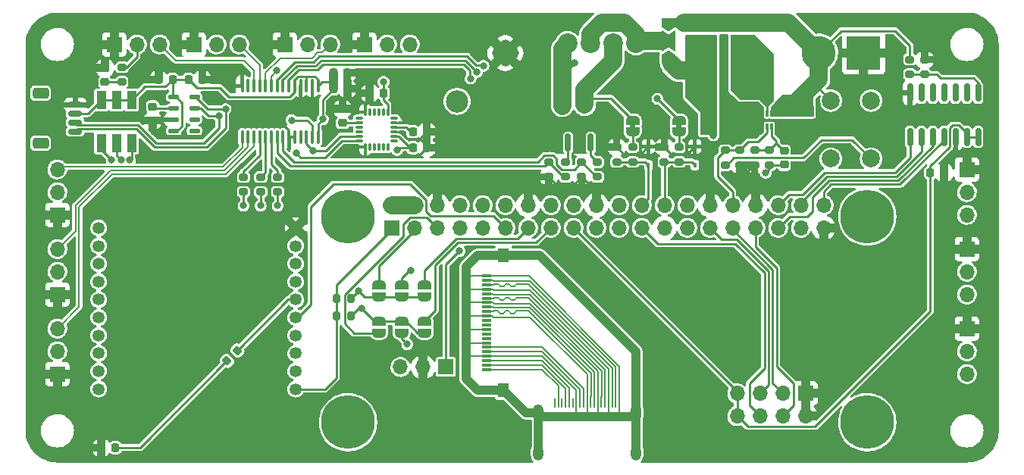
<source format=gbr>
%TF.GenerationSoftware,KiCad,Pcbnew,(6.0.10)*%
%TF.CreationDate,2023-01-30T21:59:23-05:00*%
%TF.ProjectId,motherboard_2022_2023,6d6f7468-6572-4626-9f61-72645f323032,2*%
%TF.SameCoordinates,Original*%
%TF.FileFunction,Copper,L1,Top*%
%TF.FilePolarity,Positive*%
%FSLAX46Y46*%
G04 Gerber Fmt 4.6, Leading zero omitted, Abs format (unit mm)*
G04 Created by KiCad (PCBNEW (6.0.10)) date 2023-01-30 21:59:23*
%MOMM*%
%LPD*%
G01*
G04 APERTURE LIST*
G04 Aperture macros list*
%AMRoundRect*
0 Rectangle with rounded corners*
0 $1 Rounding radius*
0 $2 $3 $4 $5 $6 $7 $8 $9 X,Y pos of 4 corners*
0 Add a 4 corners polygon primitive as box body*
4,1,4,$2,$3,$4,$5,$6,$7,$8,$9,$2,$3,0*
0 Add four circle primitives for the rounded corners*
1,1,$1+$1,$2,$3*
1,1,$1+$1,$4,$5*
1,1,$1+$1,$6,$7*
1,1,$1+$1,$8,$9*
0 Add four rect primitives between the rounded corners*
20,1,$1+$1,$2,$3,$4,$5,0*
20,1,$1+$1,$4,$5,$6,$7,0*
20,1,$1+$1,$6,$7,$8,$9,0*
20,1,$1+$1,$8,$9,$2,$3,0*%
%AMFreePoly0*
4,1,6,1.000000,0.000000,0.500000,-0.750000,-0.500000,-0.750000,-0.500000,0.750000,0.500000,0.750000,1.000000,0.000000,1.000000,0.000000,$1*%
%AMFreePoly1*
4,1,7,0.700000,0.000000,1.200000,-0.750000,-1.200000,-0.750000,-0.700000,0.000000,-1.200000,0.750000,1.200000,0.750000,0.700000,0.000000,0.700000,0.000000,$1*%
%AMFreePoly2*
4,1,22,0.500000,-0.750000,0.000000,-0.750000,0.000000,-0.745033,-0.079941,-0.743568,-0.215256,-0.701293,-0.333266,-0.622738,-0.424486,-0.514219,-0.481581,-0.384460,-0.499164,-0.250000,-0.500000,-0.250000,-0.500000,0.250000,-0.499164,0.250000,-0.499963,0.256109,-0.478152,0.396186,-0.417904,0.524511,-0.324060,0.630769,-0.204165,0.706417,-0.067858,0.745374,0.000000,0.744959,0.000000,0.750000,
0.500000,0.750000,0.500000,-0.750000,0.500000,-0.750000,$1*%
%AMFreePoly3*
4,1,20,0.000000,0.744959,0.073905,0.744508,0.209726,0.703889,0.328688,0.626782,0.421226,0.519385,0.479903,0.390333,0.500000,0.250000,0.500000,-0.250000,0.499851,-0.262216,0.476331,-0.402017,0.414519,-0.529596,0.319384,-0.634700,0.198574,-0.708877,0.061801,-0.746166,0.000000,-0.745033,0.000000,-0.750000,-0.500000,-0.750000,-0.500000,0.750000,0.000000,0.750000,0.000000,0.744959,
0.000000,0.744959,$1*%
G04 Aperture macros list end*
%TA.AperFunction,ComponentPad*%
%ADD10R,1.700000X1.700000*%
%TD*%
%TA.AperFunction,ComponentPad*%
%ADD11O,1.700000X1.700000*%
%TD*%
%TA.AperFunction,SMDPad,CuDef*%
%ADD12RoundRect,0.218750X-0.256250X0.218750X-0.256250X-0.218750X0.256250X-0.218750X0.256250X0.218750X0*%
%TD*%
%TA.AperFunction,SMDPad,CuDef*%
%ADD13R,0.340000X0.700000*%
%TD*%
%TA.AperFunction,SMDPad,CuDef*%
%ADD14RoundRect,0.200000X-0.275000X0.200000X-0.275000X-0.200000X0.275000X-0.200000X0.275000X0.200000X0*%
%TD*%
%TA.AperFunction,SMDPad,CuDef*%
%ADD15RoundRect,0.200000X0.275000X-0.200000X0.275000X0.200000X-0.275000X0.200000X-0.275000X-0.200000X0*%
%TD*%
%TA.AperFunction,SMDPad,CuDef*%
%ADD16RoundRect,0.225000X-0.225000X-0.250000X0.225000X-0.250000X0.225000X0.250000X-0.225000X0.250000X0*%
%TD*%
%TA.AperFunction,SMDPad,CuDef*%
%ADD17RoundRect,0.200000X-0.053033X0.335876X-0.335876X0.053033X0.053033X-0.335876X0.335876X-0.053033X0*%
%TD*%
%TA.AperFunction,SMDPad,CuDef*%
%ADD18FreePoly0,90.000000*%
%TD*%
%TA.AperFunction,SMDPad,CuDef*%
%ADD19FreePoly1,90.000000*%
%TD*%
%TA.AperFunction,SMDPad,CuDef*%
%ADD20FreePoly0,270.000000*%
%TD*%
%TA.AperFunction,SMDPad,CuDef*%
%ADD21RoundRect,0.100000X-0.100000X0.637500X-0.100000X-0.637500X0.100000X-0.637500X0.100000X0.637500X0*%
%TD*%
%TA.AperFunction,SMDPad,CuDef*%
%ADD22R,1.100000X2.000000*%
%TD*%
%TA.AperFunction,SMDPad,CuDef*%
%ADD23RoundRect,0.225000X-0.250000X0.225000X-0.250000X-0.225000X0.250000X-0.225000X0.250000X0.225000X0*%
%TD*%
%TA.AperFunction,SMDPad,CuDef*%
%ADD24FreePoly2,90.000000*%
%TD*%
%TA.AperFunction,SMDPad,CuDef*%
%ADD25FreePoly3,90.000000*%
%TD*%
%TA.AperFunction,SMDPad,CuDef*%
%ADD26R,1.000000X0.300000*%
%TD*%
%TA.AperFunction,SMDPad,CuDef*%
%ADD27R,1.300000X1.650000*%
%TD*%
%TA.AperFunction,SMDPad,CuDef*%
%ADD28RoundRect,0.225000X0.250000X-0.225000X0.250000X0.225000X-0.250000X0.225000X-0.250000X-0.225000X0*%
%TD*%
%TA.AperFunction,SMDPad,CuDef*%
%ADD29RoundRect,0.150000X-0.625000X0.150000X-0.625000X-0.150000X0.625000X-0.150000X0.625000X0.150000X0*%
%TD*%
%TA.AperFunction,SMDPad,CuDef*%
%ADD30RoundRect,0.250000X-0.650000X0.350000X-0.650000X-0.350000X0.650000X-0.350000X0.650000X0.350000X0*%
%TD*%
%TA.AperFunction,SMDPad,CuDef*%
%ADD31RoundRect,0.218750X-0.218750X-0.256250X0.218750X-0.256250X0.218750X0.256250X-0.218750X0.256250X0*%
%TD*%
%TA.AperFunction,ComponentPad*%
%ADD32C,2.200000*%
%TD*%
%TA.AperFunction,SMDPad,CuDef*%
%ADD33RoundRect,0.200000X0.200000X0.275000X-0.200000X0.275000X-0.200000X-0.275000X0.200000X-0.275000X0*%
%TD*%
%TA.AperFunction,WasherPad*%
%ADD34C,6.000000*%
%TD*%
%TA.AperFunction,SMDPad,CuDef*%
%ADD35R,0.450000X0.600000*%
%TD*%
%TA.AperFunction,ComponentPad*%
%ADD36C,2.500000*%
%TD*%
%TA.AperFunction,ComponentPad*%
%ADD37RoundRect,0.625000X0.000000X0.883883X-0.883883X0.000000X0.000000X-0.883883X0.883883X0.000000X0*%
%TD*%
%TA.AperFunction,SMDPad,CuDef*%
%ADD38RoundRect,0.225000X0.225000X0.250000X-0.225000X0.250000X-0.225000X-0.250000X0.225000X-0.250000X0*%
%TD*%
%TA.AperFunction,SMDPad,CuDef*%
%ADD39RoundRect,0.125000X-0.475000X-0.125000X0.475000X-0.125000X0.475000X0.125000X-0.475000X0.125000X0*%
%TD*%
%TA.AperFunction,SMDPad,CuDef*%
%ADD40FreePoly2,270.000000*%
%TD*%
%TA.AperFunction,SMDPad,CuDef*%
%ADD41FreePoly3,270.000000*%
%TD*%
%TA.AperFunction,SMDPad,CuDef*%
%ADD42RoundRect,0.075000X0.075000X-0.350000X0.075000X0.350000X-0.075000X0.350000X-0.075000X-0.350000X0*%
%TD*%
%TA.AperFunction,SMDPad,CuDef*%
%ADD43RoundRect,0.075000X0.350000X0.075000X-0.350000X0.075000X-0.350000X-0.075000X0.350000X-0.075000X0*%
%TD*%
%TA.AperFunction,SMDPad,CuDef*%
%ADD44R,0.230000X1.000000*%
%TD*%
%TA.AperFunction,ComponentPad*%
%ADD45O,1.200000X1.900000*%
%TD*%
%TA.AperFunction,ComponentPad*%
%ADD46O,1.200000X1.700000*%
%TD*%
%TA.AperFunction,ComponentPad*%
%ADD47C,2.000000*%
%TD*%
%TA.AperFunction,ComponentPad*%
%ADD48C,1.350000*%
%TD*%
%TA.AperFunction,SMDPad,CuDef*%
%ADD49RoundRect,0.150000X0.150000X-0.825000X0.150000X0.825000X-0.150000X0.825000X-0.150000X-0.825000X0*%
%TD*%
%TA.AperFunction,SMDPad,CuDef*%
%ADD50RoundRect,0.150000X-0.150000X0.825000X-0.150000X-0.825000X0.150000X-0.825000X0.150000X0.825000X0*%
%TD*%
%TA.AperFunction,SMDPad,CuDef*%
%ADD51R,1.430000X5.500000*%
%TD*%
%TA.AperFunction,ComponentPad*%
%ADD52R,3.800000X3.800000*%
%TD*%
%TA.AperFunction,ComponentPad*%
%ADD53C,3.800000*%
%TD*%
%TA.AperFunction,ViaPad*%
%ADD54C,0.800000*%
%TD*%
%TA.AperFunction,Conductor*%
%ADD55C,2.000000*%
%TD*%
%TA.AperFunction,Conductor*%
%ADD56C,1.000000*%
%TD*%
%TA.AperFunction,Conductor*%
%ADD57C,0.250000*%
%TD*%
%TA.AperFunction,Conductor*%
%ADD58C,0.200000*%
%TD*%
G04 APERTURE END LIST*
%TO.C,JP1*%
G36*
X177079938Y-89023000D02*
G01*
X176479938Y-89023000D01*
X176479938Y-88523000D01*
X177079938Y-88523000D01*
X177079938Y-89023000D01*
G37*
%TO.C,JP2*%
G36*
X171897500Y-89023000D02*
G01*
X171297500Y-89023000D01*
X171297500Y-88523000D01*
X171897500Y-88523000D01*
X171897500Y-89023000D01*
G37*
%TD*%
D10*
%TO.P,J3,1,Pin_1*%
%TO.N,GND*%
X190905562Y-118630695D03*
D11*
%TO.P,J3,2,Pin_2*%
X190905562Y-121170695D03*
%TO.P,J3,3,Pin_3*%
%TO.N,/GPIO_3*%
X188365562Y-118630695D03*
%TO.P,J3,4,Pin_4*%
%TO.N,/GPIO_4*%
X188365562Y-121170695D03*
%TO.P,J3,5,Pin_5*%
%TO.N,/GPIO_2*%
X185825562Y-118630695D03*
%TO.P,J3,6,Pin_6*%
%TO.N,/GPIO_1*%
X185825562Y-121170695D03*
%TO.P,J3,7,Pin_7*%
%TO.N,+3V3*%
X183285562Y-118630695D03*
%TO.P,J3,8,Pin_8*%
X183285562Y-121170695D03*
%TD*%
D12*
%TO.P,D5,1,K*%
%TO.N,GND*%
X112649000Y-82270500D03*
%TO.P,D5,2,A*%
%TO.N,Net-(D5-Pad2)*%
X112649000Y-83845500D03*
%TD*%
D13*
%TO.P,U5,1,VIN*%
%TO.N,+BATT*%
X187127562Y-87360695D03*
%TO.P,U5,2,SW*%
%TO.N,Net-(L1-Pad1)*%
X186627562Y-87360695D03*
%TO.P,U5,3,GND*%
%TO.N,GND*%
X186127562Y-87360695D03*
%TO.P,U5,4,AGND*%
X186127562Y-88860695D03*
%TO.P,U5,5,EN*%
%TO.N,/PWR_EN*%
X186627562Y-88860695D03*
%TO.P,U5,6,FB*%
%TO.N,Net-(C3-Pad2)*%
X187127562Y-88860695D03*
%TD*%
D14*
%TO.P,R20,1*%
%TO.N,/LED_B*%
X128143000Y-94472258D03*
%TO.P,R20,2*%
%TO.N,Net-(D4-Pad3)*%
X128143000Y-96122258D03*
%TD*%
D15*
%TO.P,R12,1*%
%TO.N,/PYRO_B_SENSE*%
X169819500Y-92773000D03*
%TO.P,R12,2*%
%TO.N,GND*%
X169819500Y-91123000D03*
%TD*%
D16*
%TO.P,C9,1*%
%TO.N,Net-(C9-Pad1)*%
X147053000Y-89408000D03*
%TO.P,C9,2*%
%TO.N,GND*%
X148603000Y-89408000D03*
%TD*%
D14*
%TO.P,R7,1*%
%TO.N,/PYRO_A*%
X162224062Y-92786695D03*
%TO.P,R7,2*%
%TO.N,GND*%
X162224062Y-94436695D03*
%TD*%
D17*
%TO.P,R13,1*%
%TO.N,Net-(R13-Pad1)*%
X127456363Y-113843637D03*
%TO.P,R13,2*%
%TO.N,Net-(D3-Pad2)*%
X126289637Y-115010363D03*
%TD*%
D18*
%TO.P,JP9,1,A*%
%TO.N,+5V*%
X175641000Y-81248000D03*
D19*
%TO.P,JP9,2,C*%
%TO.N,/Pyro Channel Pair/V_BAT*%
X175641000Y-79248000D03*
D20*
%TO.P,JP9,3,B*%
%TO.N,+BATT*%
X175641000Y-77248000D03*
%TD*%
D10*
%TO.P,S2,1,Pin_1*%
%TO.N,GND*%
X208939638Y-93611700D03*
D11*
%TO.P,S2,2,Pin_2*%
%TO.N,+5V*%
X208939638Y-96151700D03*
%TO.P,S2,3,Pin_3*%
%TO.N,/PWM_2*%
X208939638Y-98691700D03*
%TD*%
D21*
%TO.P,U3,1,A0*%
%TO.N,+3V3*%
X136456562Y-84272195D03*
%TO.P,U3,2,A1*%
%TO.N,GND*%
X135806562Y-84272195D03*
%TO.P,U3,3,A2*%
%TO.N,+3V3*%
X135156562Y-84272195D03*
%TO.P,U3,4,A3*%
%TO.N,GND*%
X134506562Y-84272195D03*
%TO.P,U3,5,A4*%
%TO.N,+3V3*%
X133856562Y-84272195D03*
%TO.P,U3,6,LED0*%
%TO.N,/PWM_0*%
X133206562Y-84272195D03*
%TO.P,U3,7,LED1*%
%TO.N,/PWM_1*%
X132556562Y-84272195D03*
%TO.P,U3,8,LED2*%
%TO.N,/PWM_2*%
X131906562Y-84272195D03*
%TO.P,U3,9,LED3*%
%TO.N,/PWM_3*%
X131256562Y-84272195D03*
%TO.P,U3,10,LED4*%
%TO.N,/PWM_4*%
X130606562Y-84272195D03*
%TO.P,U3,11,LED5*%
%TO.N,/PWM_5*%
X129956562Y-84272195D03*
%TO.P,U3,12,LED6*%
%TO.N,/PWM_6*%
X129306562Y-84272195D03*
%TO.P,U3,13,LED7*%
%TO.N,unconnected-(U3-Pad13)*%
X128656562Y-84272195D03*
%TO.P,U3,14,VSS*%
%TO.N,GND*%
X128006562Y-84272195D03*
%TO.P,U3,15,LED8*%
%TO.N,/PWM_7*%
X128006562Y-89997195D03*
%TO.P,U3,16,LED9*%
%TO.N,/PWM_8*%
X128656562Y-89997195D03*
%TO.P,U3,17,LED10*%
%TO.N,/PWM_9*%
X129306562Y-89997195D03*
%TO.P,U3,18,LED11*%
%TO.N,/LED_B*%
X129956562Y-89997195D03*
%TO.P,U3,19,LED12*%
%TO.N,/LED_G*%
X130606562Y-89997195D03*
%TO.P,U3,20,LED13*%
%TO.N,/LED_R*%
X131256562Y-89997195D03*
%TO.P,U3,21,LED14*%
%TO.N,/PYRO_A*%
X131906562Y-89997195D03*
%TO.P,U3,22,LED15*%
%TO.N,/PYRO_B*%
X132556562Y-89997195D03*
%TO.P,U3,23,~{OE}*%
%TO.N,GND*%
X133206562Y-89997195D03*
%TO.P,U3,24,A5*%
X133856562Y-89997195D03*
%TO.P,U3,25,EXTCLK*%
%TO.N,unconnected-(U3-Pad25)*%
X134506562Y-89997195D03*
%TO.P,U3,26,SCL*%
%TO.N,/SCL*%
X135156562Y-89997195D03*
%TO.P,U3,27,SDA*%
%TO.N,/SDA*%
X135806562Y-89997195D03*
%TO.P,U3,28,VDD*%
%TO.N,+3V3*%
X136456562Y-89997195D03*
%TD*%
D14*
%TO.P,R6,1*%
%TO.N,Net-(C3-Pad2)*%
X185230562Y-91476695D03*
%TO.P,R6,2*%
%TO.N,GND*%
X185230562Y-93126695D03*
%TD*%
D22*
%TO.P,D4,1,RK*%
%TO.N,Net-(D4-Pad1)*%
X112244400Y-90665000D03*
%TO.P,D4,2,GK*%
%TO.N,Net-(D4-Pad2)*%
X113944400Y-90665000D03*
%TO.P,D4,3,BK*%
%TO.N,Net-(D4-Pad3)*%
X115644400Y-90665000D03*
%TO.P,D4,4,BA*%
%TO.N,+3V3*%
X115644400Y-85865000D03*
%TO.P,D4,5,GA*%
X113944400Y-85865000D03*
%TO.P,D4,6,RA*%
X112244400Y-85865000D03*
%TD*%
D16*
%TO.P,C6,1*%
%TO.N,GND*%
X142227000Y-85090000D03*
%TO.P,C6,2*%
%TO.N,+3V3*%
X143777000Y-85090000D03*
%TD*%
D23*
%TO.P,C2,1*%
%TO.N,+BATT*%
X188839562Y-87056695D03*
%TO.P,C2,2*%
%TO.N,GND*%
X188839562Y-88606695D03*
%TD*%
D14*
%TO.P,R19,1*%
%TO.N,/LED_G*%
X130062500Y-94472258D03*
%TO.P,R19,2*%
%TO.N,Net-(D4-Pad2)*%
X130062500Y-96122258D03*
%TD*%
%TO.P,R21,1*%
%TO.N,+5V*%
X114554000Y-82193000D03*
%TO.P,R21,2*%
%TO.N,Net-(D5-Pad2)*%
X114554000Y-83843000D03*
%TD*%
D24*
%TO.P,JP1,1,A*%
%TO.N,Net-(JP1-Pad1)*%
X176779938Y-89423000D03*
D25*
%TO.P,JP1,2,B*%
%TO.N,/Pyro Channel Pair/PYRO_A_PWR*%
X176779938Y-88123000D03*
%TD*%
D26*
%TO.P,J13,1,Pin_1*%
%TO.N,/HDMI CSI Conversion/CAM_3V3*%
X155263188Y-116000000D03*
%TO.P,J13,2,Pin_2*%
%TO.N,/HDMI CSI Conversion/CAM_SDA*%
X155263188Y-115500000D03*
%TO.P,J13,3,Pin_3*%
%TO.N,/HDMI CSI Conversion/CAM_SCL*%
X155263188Y-115000000D03*
%TO.P,J13,4,Pin_4*%
%TO.N,/HDMI CSI Conversion/CAM_GND*%
X155263188Y-114500000D03*
%TO.P,J13,5,Pin_5*%
%TO.N,/HDMI CSI Conversion/GPIO1*%
X155263188Y-114000000D03*
%TO.P,J13,6,Pin_6*%
%TO.N,/HDMI CSI Conversion/GPIO0*%
X155263188Y-113500000D03*
%TO.P,J13,7,Pin_7*%
%TO.N,/HDMI CSI Conversion/CAM_GND*%
X155263188Y-113000000D03*
%TO.P,J13,8,Pin_8*%
%TO.N,unconnected-(J13-Pad8)*%
X155263188Y-112500000D03*
%TO.P,J13,9,Pin_9*%
%TO.N,unconnected-(J13-Pad9)*%
X155263188Y-112000000D03*
%TO.P,J13,10,Pin_10*%
%TO.N,/HDMI CSI Conversion/CAM_GND*%
X155263188Y-111500000D03*
%TO.P,J13,11,Pin_11*%
%TO.N,unconnected-(J13-Pad11)*%
X155263188Y-111000000D03*
%TO.P,J13,12,Pin_12*%
%TO.N,unconnected-(J13-Pad12)*%
X155263188Y-110500000D03*
%TO.P,J13,13,Pin_13*%
%TO.N,/HDMI CSI Conversion/CAM_GND*%
X155263188Y-110000000D03*
%TO.P,J13,14,Pin_14*%
%TO.N,/HDMI CSI Conversion/DC-*%
X155263188Y-109500000D03*
%TO.P,J13,15,Pin_15*%
%TO.N,/HDMI CSI Conversion/DC+*%
X155263188Y-109000000D03*
%TO.P,J13,16,Pin_16*%
%TO.N,/HDMI CSI Conversion/CAM_GND*%
X155263188Y-108500000D03*
%TO.P,J13,17,Pin_17*%
%TO.N,/HDMI CSI Conversion/D1-*%
X155263188Y-108000000D03*
%TO.P,J13,18,Pin_18*%
%TO.N,/HDMI CSI Conversion/D1+*%
X155263188Y-107500000D03*
%TO.P,J13,19,Pin_19*%
%TO.N,/HDMI CSI Conversion/CAM_GND*%
X155263188Y-107000000D03*
%TO.P,J13,20,Pin_20*%
%TO.N,/HDMI CSI Conversion/D0-*%
X155263188Y-106500000D03*
%TO.P,J13,21,Pin_21*%
%TO.N,/HDMI CSI Conversion/D0+*%
X155263188Y-106000000D03*
%TO.P,J13,22,Pin_22*%
%TO.N,/HDMI CSI Conversion/CAM_GND*%
X155263188Y-105500000D03*
D27*
%TO.P,J13,SH,Shield*%
X157163188Y-103225000D03*
X157163188Y-118275000D03*
%TD*%
D10*
%TO.P,S8,1,Pin_1*%
%TO.N,GND*%
X107339600Y-107581700D03*
D11*
%TO.P,S8,2,Pin_2*%
%TO.N,+5V*%
X107339600Y-105041700D03*
%TO.P,S8,3,Pin_3*%
%TO.N,/PWM_8*%
X107339600Y-102501700D03*
%TD*%
D28*
%TO.P,C3,1*%
%TO.N,+5V*%
X188532562Y-93089695D03*
%TO.P,C3,2*%
%TO.N,Net-(C3-Pad2)*%
X188532562Y-91539695D03*
%TD*%
D29*
%TO.P,J4,1,Pin_1*%
%TO.N,GND*%
X109339600Y-86384000D03*
%TO.P,J4,2,Pin_2*%
%TO.N,+3V3*%
X109339600Y-87384000D03*
%TO.P,J4,3,Pin_3*%
%TO.N,/SDA*%
X109339600Y-88384000D03*
%TO.P,J4,4,Pin_4*%
%TO.N,/SCL*%
X109339600Y-89384000D03*
D30*
%TO.P,J4,MP*%
%TO.N,N/C*%
X105464600Y-90684000D03*
X105464600Y-85084000D03*
%TD*%
D14*
%TO.P,R18,1*%
%TO.N,/LED_R*%
X131953000Y-94472258D03*
%TO.P,R18,2*%
%TO.N,Net-(D4-Pad1)*%
X131953000Y-96122258D03*
%TD*%
D23*
%TO.P,C1,1*%
%TO.N,+BATT*%
X190589562Y-87056695D03*
%TO.P,C1,2*%
%TO.N,GND*%
X190589562Y-88606695D03*
%TD*%
D15*
%TO.P,R10,1*%
%TO.N,/PYRO_A_SENSE*%
X175128938Y-92773000D03*
%TO.P,R10,2*%
%TO.N,GND*%
X175128938Y-91123000D03*
%TD*%
D14*
%TO.P,R17,1*%
%TO.N,GND*%
X204216000Y-81344000D03*
%TO.P,R17,2*%
%TO.N,Net-(R16-Pad1)*%
X204216000Y-82994000D03*
%TD*%
D16*
%TO.P,C10,1*%
%TO.N,GND*%
X118657665Y-83566000D03*
%TO.P,C10,2*%
%TO.N,+3V3*%
X120207665Y-83566000D03*
%TD*%
D14*
%TO.P,R8,1*%
%TO.N,/PYRO_B*%
X165907062Y-92786695D03*
%TO.P,R8,2*%
%TO.N,GND*%
X165907062Y-94436695D03*
%TD*%
D31*
%TO.P,D3,1,K*%
%TO.N,GND*%
X112242500Y-124714000D03*
%TO.P,D3,2,A*%
%TO.N,Net-(D3-Pad2)*%
X113817500Y-124714000D03*
%TD*%
D10*
%TO.P,S7,1,Pin_1*%
%TO.N,GND*%
X107339600Y-98691700D03*
D11*
%TO.P,S7,2,Pin_2*%
%TO.N,+5V*%
X107339600Y-96151700D03*
%TO.P,S7,3,Pin_3*%
%TO.N,/PWM_7*%
X107339600Y-93611700D03*
%TD*%
D10*
%TO.P,S0,1,Pin_1*%
%TO.N,GND*%
X208939638Y-111391700D03*
D11*
%TO.P,S0,2,Pin_2*%
%TO.N,+5V*%
X208939638Y-113931700D03*
%TO.P,S0,3,Pin_3*%
%TO.N,/PWM_0*%
X208939638Y-116471700D03*
%TD*%
D24*
%TO.P,JP2,1,A*%
%TO.N,Net-(JP2-Pad1)*%
X171597500Y-89423000D03*
D25*
%TO.P,JP2,2,B*%
%TO.N,/Pyro Channel Pair/PYRO_B_PWR*%
X171597500Y-88123000D03*
%TD*%
D15*
%TO.P,R3,1*%
%TO.N,Net-(R3-Pad1)*%
X181928562Y-93126695D03*
%TO.P,R3,2*%
%TO.N,/PWR_EN*%
X181928562Y-91476695D03*
%TD*%
D24*
%TO.P,JP8,1,A*%
%TO.N,/SCL*%
X148336000Y-111902000D03*
D25*
%TO.P,JP8,2,B*%
%TO.N,/SCL_SW*%
X148336000Y-110602000D03*
%TD*%
D32*
%TO.P,J5,1,Pin_1*%
%TO.N,/Pyro Channel Pair/V_BAT*%
X171958000Y-79500000D03*
%TO.P,J5,2,Pin_2*%
%TO.N,/Pyro Channel Pair/PYRO_B_PWR*%
X169418000Y-79500000D03*
%TO.P,J5,3,Pin_3*%
%TO.N,/Pyro Channel Pair/V_BAT*%
X166878000Y-79500000D03*
%TO.P,J5,4,Pin_4*%
%TO.N,/Pyro Channel Pair/PYRO_A_PWR*%
X164338000Y-79500000D03*
%TD*%
D33*
%TO.P,R2,1*%
%TO.N,/SCL*%
X140144000Y-109982000D03*
%TO.P,R2,2*%
%TO.N,+3V3*%
X138494000Y-109982000D03*
%TD*%
D24*
%TO.P,JP5,1,A*%
%TO.N,/SDA*%
X145796000Y-107838000D03*
D25*
%TO.P,JP5,2,B*%
%TO.N,/SDA_HW_0*%
X145796000Y-106538000D03*
%TD*%
D28*
%TO.P,C8,1*%
%TO.N,Net-(C8-Pad1)*%
X139192000Y-88405000D03*
%TO.P,C8,2*%
%TO.N,GND*%
X139192000Y-86855000D03*
%TD*%
D15*
%TO.P,R14,1*%
%TO.N,/PYRO_A*%
X164129062Y-94436695D03*
%TO.P,R14,2*%
%TO.N,Net-(Q1-Pad2)*%
X164129062Y-92786695D03*
%TD*%
D10*
%TO.P,S6,1,Pin_1*%
%TO.N,GND*%
X113689600Y-79641700D03*
D11*
%TO.P,S6,2,Pin_2*%
%TO.N,+5V*%
X116229600Y-79641700D03*
%TO.P,S6,3,Pin_3*%
%TO.N,/PWM_6*%
X118769600Y-79641700D03*
%TD*%
D14*
%TO.P,R4,1*%
%TO.N,/PWR_EN*%
X183579562Y-91476695D03*
%TO.P,R4,2*%
%TO.N,GND*%
X183579562Y-93126695D03*
%TD*%
D34*
%TO.P,J2,*%
%TO.N,*%
X197807562Y-98875695D03*
X139807562Y-98875695D03*
X139807562Y-121875695D03*
X197807562Y-121875695D03*
D10*
%TO.P,J2,1,3V3*%
%TO.N,+3V3*%
X144677562Y-100145695D03*
D11*
%TO.P,J2,2,5V*%
%TO.N,+5V*%
X144677562Y-97605695D03*
%TO.P,J2,3,SDA/GPIO2*%
%TO.N,/SDA_HW_1*%
X147217562Y-100145695D03*
%TO.P,J2,4,5V*%
%TO.N,+5V*%
X147217562Y-97605695D03*
%TO.P,J2,5,SCL/GPIO3*%
%TO.N,/SCL_HW_1*%
X149757562Y-100145695D03*
%TO.P,J2,6,GND*%
%TO.N,GND*%
X149757562Y-97605695D03*
%TO.P,J2,7,GCLK0/GPIO4*%
%TO.N,/SHUTDOWN*%
X152297562Y-100145695D03*
%TO.P,J2,8,GPIO14/TXD*%
%TO.N,/XBEE_UART_RX*%
X152297562Y-97605695D03*
%TO.P,J2,9,GND*%
%TO.N,GND*%
X154837562Y-100145695D03*
%TO.P,J2,10,GPIO15/RXD*%
%TO.N,/XBEE_UART_TX*%
X154837562Y-97605695D03*
%TO.P,J2,11,GPIO17*%
%TO.N,/XBEE_RESET*%
X157377562Y-100145695D03*
%TO.P,J2,12,GPIO18/PWM0*%
%TO.N,/Buzzer*%
X157377562Y-97605695D03*
%TO.P,J2,13,GPIO27*%
%TO.N,/SDA_SW*%
X159917562Y-100145695D03*
%TO.P,J2,14,GND*%
%TO.N,GND*%
X159917562Y-97605695D03*
%TO.P,J2,15,GPIO22*%
%TO.N,/SCL_SW*%
X162457562Y-100145695D03*
%TO.P,J2,16,GPIO23*%
%TO.N,unconnected-(J2-Pad16)*%
X162457562Y-97605695D03*
%TO.P,J2,17,3V3*%
%TO.N,+3V3*%
X164997562Y-100145695D03*
%TO.P,J2,18,GPIO24*%
%TO.N,unconnected-(J2-Pad18)*%
X164997562Y-97605695D03*
%TO.P,J2,19,MOSI0/GPIO10*%
%TO.N,/XBEE_UART_~{CTS}*%
X167537562Y-100145695D03*
%TO.P,J2,20,GND*%
%TO.N,GND*%
X167537562Y-97605695D03*
%TO.P,J2,21,MISO0/GPIO9*%
%TO.N,unconnected-(J2-Pad21)*%
X170077562Y-100145695D03*
%TO.P,J2,22,GPIO25*%
%TO.N,unconnected-(J2-Pad22)*%
X170077562Y-97605695D03*
%TO.P,J2,23,SCLK0/GPIO11*%
%TO.N,/GPIO_1*%
X172617562Y-100145695D03*
%TO.P,J2,24,~{CE0}/GPIO8*%
%TO.N,/PYRO_B_SENSE*%
X172617562Y-97605695D03*
%TO.P,J2,25,GND*%
%TO.N,GND*%
X175157562Y-100145695D03*
%TO.P,J2,26,~{CE1}/GPIO7*%
%TO.N,/PYRO_A_SENSE*%
X175157562Y-97605695D03*
%TO.P,J2,27,ID_SD/GPIO0*%
%TO.N,/SDA_HW_0*%
X177697562Y-100145695D03*
%TO.P,J2,28,ID_SC/GPIO1*%
%TO.N,/SCL_HW_0*%
X177697562Y-97605695D03*
%TO.P,J2,29,GCLK1/GPIO5*%
%TO.N,/GPIO_2*%
X180237562Y-100145695D03*
%TO.P,J2,30,GND*%
%TO.N,GND*%
X180237562Y-97605695D03*
%TO.P,J2,31,GCLK2/GPIO6*%
%TO.N,/GPIO_3*%
X182777562Y-100145695D03*
%TO.P,J2,32,PWM0/GPIO12*%
%TO.N,/PWR_EN*%
X182777562Y-97605695D03*
%TO.P,J2,33,PWM1/GPIO13*%
%TO.N,/GPIO_4*%
X185317562Y-100145695D03*
%TO.P,J2,34,GND*%
%TO.N,GND*%
X185317562Y-97605695D03*
%TO.P,J2,35,GPIO19/MISO1*%
%TO.N,/MISO*%
X187857562Y-100145695D03*
%TO.P,J2,36,GPIO16*%
%TO.N,/MCP_CS*%
X187857562Y-97605695D03*
%TO.P,J2,37,GPIO26*%
%TO.N,unconnected-(J2-Pad37)*%
X190397562Y-100145695D03*
%TO.P,J2,38,GPIO20/MOSI1*%
%TO.N,/MOSI*%
X190397562Y-97605695D03*
%TO.P,J2,39,GND*%
%TO.N,GND*%
X192937562Y-100145695D03*
%TO.P,J2,40,GPIO21/SCLK1*%
%TO.N,/SCLK*%
X192937562Y-97605695D03*
%TD*%
D35*
%TO.P,D2,1,K*%
%TO.N,/PYRO_B_SENSE*%
X173350938Y-93137700D03*
%TO.P,D2,2,A*%
%TO.N,GND*%
X173350938Y-91037700D03*
%TD*%
D36*
%TO.P,BZ1,1,-*%
%TO.N,/Buzzer*%
X151991923Y-86006077D03*
D37*
%TO.P,BZ1,2,+*%
%TO.N,GND*%
X157380077Y-80617923D03*
%TD*%
D10*
%TO.P,J6,1,Pin_1*%
%TO.N,/SHUTDOWN*%
X150749000Y-115697000D03*
D11*
%TO.P,J6,2,Pin_2*%
%TO.N,GND*%
X148209000Y-115697000D03*
%TO.P,J6,3,Pin_3*%
%TO.N,unconnected-(J6-Pad3)*%
X145669000Y-115697000D03*
%TD*%
D38*
%TO.P,C13,1*%
%TO.N,GND*%
X139724562Y-82816695D03*
%TO.P,C13,2*%
%TO.N,+3V3*%
X138174562Y-82816695D03*
%TD*%
D14*
%TO.P,R9,1*%
%TO.N,Net-(JP1-Pad1)*%
X176779938Y-91123000D03*
%TO.P,R9,2*%
%TO.N,/PYRO_A_SENSE*%
X176779938Y-92773000D03*
%TD*%
D39*
%TO.P,U4,1,VDD*%
%TO.N,+3V3*%
X120351465Y-85536400D03*
%TO.P,U4,2,CAP*%
%TO.N,Net-(C12-Pad1)*%
X120351465Y-86786400D03*
%TO.P,U4,3,GND*%
%TO.N,GND*%
X120351465Y-88036400D03*
%TO.P,U4,4,VDDIO*%
%TO.N,+3V3*%
X120351465Y-89286400D03*
%TO.P,U4,5,INT2*%
%TO.N,unconnected-(U4-Pad5)*%
X122651465Y-89286400D03*
%TO.P,U4,6,INT1*%
%TO.N,unconnected-(U4-Pad6)*%
X122651465Y-88036400D03*
%TO.P,U4,7,SDL*%
%TO.N,/SDA*%
X122651465Y-86786400D03*
%TO.P,U4,8,SCL*%
%TO.N,/SCL*%
X122651465Y-85536400D03*
%TD*%
D40*
%TO.P,JP6,1,A*%
%TO.N,/SCL*%
X145796000Y-110602000D03*
D41*
%TO.P,JP6,2,B*%
%TO.N,/SCL_HW_0*%
X145796000Y-111902000D03*
%TD*%
D33*
%TO.P,R1,1*%
%TO.N,/SDA*%
X140144000Y-108077000D03*
%TO.P,R1,2*%
%TO.N,+3V3*%
X138494000Y-108077000D03*
%TD*%
D24*
%TO.P,JP3,1,A*%
%TO.N,/SDA*%
X143256000Y-107838000D03*
D25*
%TO.P,JP3,2,B*%
%TO.N,/SDA_HW_1*%
X143256000Y-106538000D03*
%TD*%
D10*
%TO.P,S4,1,Pin_1*%
%TO.N,GND*%
X132739600Y-79641700D03*
D11*
%TO.P,S4,2,Pin_2*%
%TO.N,+5V*%
X135279600Y-79641700D03*
%TO.P,S4,3,Pin_3*%
%TO.N,/PWM_4*%
X137819600Y-79641700D03*
%TD*%
D42*
%TO.P,U7,1,CLKIN*%
%TO.N,GND*%
X141752000Y-91104000D03*
%TO.P,U7,2,NC*%
%TO.N,unconnected-(U7-Pad2)*%
X142252000Y-91104000D03*
%TO.P,U7,3,NC*%
%TO.N,unconnected-(U7-Pad3)*%
X142752000Y-91104000D03*
%TO.P,U7,4,NC*%
%TO.N,unconnected-(U7-Pad4)*%
X143252000Y-91104000D03*
%TO.P,U7,5,NC*%
%TO.N,unconnected-(U7-Pad5)*%
X143752000Y-91104000D03*
%TO.P,U7,6,AUX_SDA*%
%TO.N,unconnected-(U7-Pad6)*%
X144252000Y-91104000D03*
D43*
%TO.P,U7,7,AUX_SCL*%
%TO.N,unconnected-(U7-Pad7)*%
X144952000Y-90404000D03*
%TO.P,U7,8,VDDIO*%
%TO.N,+3V3*%
X144952000Y-89904000D03*
%TO.P,U7,9,AD0*%
%TO.N,GND*%
X144952000Y-89404000D03*
%TO.P,U7,10,REGOUT*%
%TO.N,Net-(C9-Pad1)*%
X144952000Y-88904000D03*
%TO.P,U7,11,FSYNC*%
%TO.N,GND*%
X144952000Y-88404000D03*
%TO.P,U7,12,INT*%
%TO.N,unconnected-(U7-Pad12)*%
X144952000Y-87904000D03*
D42*
%TO.P,U7,13,VDD*%
%TO.N,+3V3*%
X144252000Y-87204000D03*
%TO.P,U7,14,NC*%
%TO.N,unconnected-(U7-Pad14)*%
X143752000Y-87204000D03*
%TO.P,U7,15,NC*%
%TO.N,unconnected-(U7-Pad15)*%
X143252000Y-87204000D03*
%TO.P,U7,16,NC*%
%TO.N,unconnected-(U7-Pad16)*%
X142752000Y-87204000D03*
%TO.P,U7,17,NC*%
%TO.N,unconnected-(U7-Pad17)*%
X142252000Y-87204000D03*
%TO.P,U7,18,GND*%
%TO.N,GND*%
X141752000Y-87204000D03*
D43*
%TO.P,U7,19,NC*%
%TO.N,unconnected-(U7-Pad19)*%
X141052000Y-87904000D03*
%TO.P,U7,20,CPOUT*%
%TO.N,Net-(C8-Pad1)*%
X141052000Y-88404000D03*
%TO.P,U7,21,NC*%
%TO.N,unconnected-(U7-Pad21)*%
X141052000Y-88904000D03*
%TO.P,U7,22,NC*%
%TO.N,unconnected-(U7-Pad22)*%
X141052000Y-89404000D03*
%TO.P,U7,23,SCL*%
%TO.N,/SCL*%
X141052000Y-89904000D03*
%TO.P,U7,24,SDA*%
%TO.N,/SDA*%
X141052000Y-90404000D03*
%TD*%
D15*
%TO.P,R15,1*%
%TO.N,/PYRO_B*%
X167685062Y-94436695D03*
%TO.P,R15,2*%
%TO.N,Net-(Q1-Pad4)*%
X167685062Y-92786695D03*
%TD*%
%TO.P,R5,1*%
%TO.N,+5V*%
X186881562Y-93126695D03*
%TO.P,R5,2*%
%TO.N,Net-(C3-Pad2)*%
X186881562Y-91476695D03*
%TD*%
D44*
%TO.P,J14,1,D2S*%
%TO.N,/HDMI CSI Conversion/CAM_GND*%
X170113188Y-119751726D03*
%TO.P,J14,2,D2+*%
%TO.N,/HDMI CSI Conversion/D0+*%
X169713188Y-119751726D03*
%TO.P,J14,3,D2-*%
%TO.N,/HDMI CSI Conversion/D0-*%
X169313188Y-119751726D03*
%TO.P,J14,4,D1S*%
%TO.N,/HDMI CSI Conversion/CAM_GND*%
X168913188Y-119751726D03*
%TO.P,J14,5,D1+*%
%TO.N,/HDMI CSI Conversion/D1+*%
X168513188Y-119751726D03*
%TO.P,J14,6,D1-*%
%TO.N,/HDMI CSI Conversion/D1-*%
X168113188Y-119751726D03*
%TO.P,J14,7,D0S*%
%TO.N,/HDMI CSI Conversion/CAM_GND*%
X167713188Y-119751726D03*
%TO.P,J14,8,D0+*%
%TO.N,/HDMI CSI Conversion/DC+*%
X167313188Y-119751726D03*
%TO.P,J14,9,D0-*%
%TO.N,/HDMI CSI Conversion/DC-*%
X166913188Y-119751726D03*
%TO.P,J14,10,CKS*%
%TO.N,/HDMI CSI Conversion/CAM_GND*%
X166513188Y-119751726D03*
%TO.P,J14,11,CK+*%
%TO.N,/HDMI CSI Conversion/GPIO0*%
X166113188Y-119751726D03*
%TO.P,J14,12,CK-*%
%TO.N,/HDMI CSI Conversion/GPIO1*%
X165713188Y-119751726D03*
%TO.P,J14,13,GND*%
%TO.N,/HDMI CSI Conversion/CAM_GND*%
X165313188Y-119751726D03*
%TO.P,J14,14,CEC*%
%TO.N,unconnected-(J14-Pad14)*%
X164913188Y-119751726D03*
%TO.P,J14,15,SCL*%
%TO.N,/HDMI CSI Conversion/CAM_SCL*%
X164513188Y-119751726D03*
%TO.P,J14,16,SDA*%
%TO.N,/HDMI CSI Conversion/CAM_SDA*%
X164113188Y-119751726D03*
%TO.P,J14,17,UTILITY/HEAC+*%
%TO.N,unconnected-(J14-Pad17)*%
X163713188Y-119751726D03*
%TO.P,J14,18,+5V*%
%TO.N,/HDMI CSI Conversion/CAM_3V3*%
X163313188Y-119751726D03*
%TO.P,J14,19,HPD/HEAC-*%
%TO.N,unconnected-(J14-Pad19)*%
X162913188Y-119751726D03*
D45*
%TO.P,J14,SH,SH*%
%TO.N,/HDMI CSI Conversion/CAM_GND*%
X171938188Y-120801726D03*
X161088188Y-120801726D03*
D46*
X171938188Y-125301726D03*
X161088188Y-125301726D03*
%TD*%
D35*
%TO.P,D1,1,K*%
%TO.N,/PYRO_A_SENSE*%
X178557938Y-93137700D03*
%TO.P,D1,2,A*%
%TO.N,GND*%
X178557938Y-91037700D03*
%TD*%
D47*
%TO.P,SW1,1,1*%
%TO.N,+BATT*%
X193735600Y-92416700D03*
X193735600Y-85916700D03*
%TO.P,SW1,2,2*%
%TO.N,Net-(R3-Pad1)*%
X198235600Y-85916700D03*
X198235600Y-92416700D03*
%TD*%
D10*
%TO.P,S1,1,Pin_1*%
%TO.N,GND*%
X208939638Y-102501700D03*
D11*
%TO.P,S1,2,Pin_2*%
%TO.N,+5V*%
X208939638Y-105041700D03*
%TO.P,S1,3,Pin_3*%
%TO.N,/PWM_1*%
X208939638Y-107581700D03*
%TD*%
D38*
%TO.P,C11,1*%
%TO.N,GND*%
X123528065Y-83566000D03*
%TO.P,C11,2*%
%TO.N,+3V3*%
X121978065Y-83566000D03*
%TD*%
%TO.P,C15,1*%
%TO.N,GND*%
X206412600Y-93992700D03*
%TO.P,C15,2*%
%TO.N,+3V3*%
X204862600Y-93992700D03*
%TD*%
D10*
%TO.P,S5,1,Pin_1*%
%TO.N,GND*%
X122579600Y-79641700D03*
D11*
%TO.P,S5,2,Pin_2*%
%TO.N,+5V*%
X125119600Y-79641700D03*
%TO.P,S5,3,Pin_3*%
%TO.N,/PWM_5*%
X127659600Y-79641700D03*
%TD*%
D10*
%TO.P,S9,1,Pin_1*%
%TO.N,GND*%
X107339600Y-116471700D03*
D11*
%TO.P,S9,2,Pin_2*%
%TO.N,+5V*%
X107339600Y-113931700D03*
%TO.P,S9,3,Pin_3*%
%TO.N,/PWM_9*%
X107339600Y-111391700D03*
%TD*%
D24*
%TO.P,JP7,1,A*%
%TO.N,/SDA*%
X148336000Y-107838000D03*
D25*
%TO.P,JP7,2,B*%
%TO.N,/SDA_SW*%
X148336000Y-106538000D03*
%TD*%
D38*
%TO.P,C7,1*%
%TO.N,GND*%
X148603000Y-91186000D03*
%TO.P,C7,2*%
%TO.N,+3V3*%
X147053000Y-91186000D03*
%TD*%
D48*
%TO.P,U1,1,VCC*%
%TO.N,+3V3*%
X133960562Y-118159695D03*
%TO.P,U1,2,DOUT*%
%TO.N,/XBEE_UART_TX*%
X133960562Y-116159695D03*
%TO.P,U1,3,DIN/~{CONFIG}*%
%TO.N,/XBEE_UART_RX*%
X133960562Y-114159695D03*
%TO.P,U1,4,DIO12/SPI_MISO*%
%TO.N,unconnected-(U1-Pad4)*%
X133960562Y-112159695D03*
%TO.P,U1,5,~{RESET}*%
%TO.N,/XBEE_RESET*%
X133960562Y-110159695D03*
%TO.P,U1,6,DIO10/PWM0/RSSI_PWM*%
%TO.N,Net-(R13-Pad1)*%
X133960562Y-108159695D03*
%TO.P,U1,7,DIO11/PWM1*%
%TO.N,unconnected-(U1-Pad7)*%
X133960562Y-106159695D03*
%TO.P,U1,8,RESERVED*%
%TO.N,unconnected-(U1-Pad8)*%
X133960562Y-104159695D03*
%TO.P,U1,9,DIO8/SLEEP_RQ/~{DTR}*%
%TO.N,unconnected-(U1-Pad9)*%
X133960562Y-102159695D03*
%TO.P,U1,10,GND*%
%TO.N,GND*%
X133960562Y-100159695D03*
%TO.P,U1,11,DIO4/SPI_MOSI*%
%TO.N,unconnected-(U1-Pad11)*%
X111960562Y-100159695D03*
%TO.P,U1,12,DIO7/~{CTS}*%
%TO.N,/XBEE_UART_~{CTS}*%
X111960562Y-102159695D03*
%TO.P,U1,13,ON/~{SLEEP}*%
%TO.N,unconnected-(U1-Pad13)*%
X111960562Y-104159695D03*
%TO.P,U1,14,VREF*%
%TO.N,unconnected-(U1-Pad14)*%
X111960562Y-106159695D03*
%TO.P,U1,15,DIO5/ASSOC*%
%TO.N,unconnected-(U1-Pad15)*%
X111960562Y-108159695D03*
%TO.P,U1,16,DIO6/~{RTS}*%
%TO.N,/XBEE_UART_~{RTS}*%
X111960562Y-110159695D03*
%TO.P,U1,17,DIO3/AD3/SPI_~{SSEL}*%
%TO.N,unconnected-(U1-Pad17)*%
X111960562Y-112159695D03*
%TO.P,U1,18,DIO2/AD2/SPI_CLK*%
%TO.N,unconnected-(U1-Pad18)*%
X111960562Y-114159695D03*
%TO.P,U1,19,DIO1/AD1/SPI_~{ATTN}*%
%TO.N,unconnected-(U1-Pad19)*%
X111960562Y-116159695D03*
%TO.P,U1,20,DIO0/AD0*%
%TO.N,unconnected-(U1-Pad20)*%
X111960562Y-118159695D03*
%TD*%
D10*
%TO.P,S3,1,Pin_1*%
%TO.N,GND*%
X141629600Y-79641700D03*
D11*
%TO.P,S3,2,Pin_2*%
%TO.N,+5V*%
X144169600Y-79641700D03*
%TO.P,S3,3,Pin_3*%
%TO.N,/PWM_3*%
X146709600Y-79641700D03*
%TD*%
D14*
%TO.P,R11,1*%
%TO.N,Net-(JP2-Pad1)*%
X171597500Y-91123000D03*
%TO.P,R11,2*%
%TO.N,/PYRO_B_SENSE*%
X171597500Y-92773000D03*
%TD*%
D49*
%TO.P,Q1,1,S*%
%TO.N,GND*%
X163113062Y-90625695D03*
%TO.P,Q1,2,G*%
%TO.N,Net-(Q1-Pad2)*%
X164383062Y-90625695D03*
%TO.P,Q1,3,S*%
%TO.N,GND*%
X165653062Y-90625695D03*
%TO.P,Q1,4,G*%
%TO.N,Net-(Q1-Pad4)*%
X166923062Y-90625695D03*
%TO.P,Q1,5,D*%
%TO.N,/Pyro Channel Pair/PYRO_B_PWR*%
X166923062Y-85675695D03*
%TO.P,Q1,6,D*%
X165653062Y-85675695D03*
%TO.P,Q1,7,D*%
%TO.N,/Pyro Channel Pair/PYRO_A_PWR*%
X164383062Y-85675695D03*
%TO.P,Q1,8,D*%
X163113062Y-85675695D03*
%TD*%
D50*
%TO.P,U8,1,CH0*%
%TO.N,Net-(R16-Pad1)*%
X210209600Y-85040700D03*
%TO.P,U8,2,CH1*%
%TO.N,unconnected-(U8-Pad2)*%
X208939600Y-85040700D03*
%TO.P,U8,3,CH2*%
%TO.N,unconnected-(U8-Pad3)*%
X207669600Y-85040700D03*
%TO.P,U8,4,CH3*%
%TO.N,unconnected-(U8-Pad4)*%
X206399600Y-85040700D03*
%TO.P,U8,5,NC*%
%TO.N,unconnected-(U8-Pad5)*%
X205129600Y-85040700D03*
%TO.P,U8,6,NC*%
%TO.N,unconnected-(U8-Pad6)*%
X203859600Y-85040700D03*
%TO.P,U8,7,DGND*%
%TO.N,GND*%
X202589600Y-85040700D03*
%TO.P,U8,8,~{CS}/SHDN*%
%TO.N,/MCP_CS*%
X202589600Y-89990700D03*
%TO.P,U8,9,Din*%
%TO.N,/MOSI*%
X203859600Y-89990700D03*
%TO.P,U8,10,Dout*%
%TO.N,/MISO*%
X205129600Y-89990700D03*
%TO.P,U8,11,CLK*%
%TO.N,/SCLK*%
X206399600Y-89990700D03*
%TO.P,U8,12,AGND*%
%TO.N,GND*%
X207669600Y-89990700D03*
%TO.P,U8,13,Vref*%
%TO.N,+3V3*%
X208939600Y-89990700D03*
%TO.P,U8,14,Vdd*%
X210209600Y-89990700D03*
%TD*%
D16*
%TO.P,C4,1*%
%TO.N,+5V*%
X180378562Y-88364695D03*
%TO.P,C4,2*%
%TO.N,GND*%
X181928562Y-88364695D03*
%TD*%
D38*
%TO.P,C14,1*%
%TO.N,GND*%
X139737562Y-84594695D03*
%TO.P,C14,2*%
%TO.N,+3V3*%
X138187562Y-84594695D03*
%TD*%
D15*
%TO.P,R16,1*%
%TO.N,Net-(R16-Pad1)*%
X202565000Y-82981700D03*
%TO.P,R16,2*%
%TO.N,+BATT*%
X202565000Y-81331700D03*
%TD*%
D23*
%TO.P,C12,1*%
%TO.N,Net-(C12-Pad1)*%
X117983000Y-86601000D03*
%TO.P,C12,2*%
%TO.N,GND*%
X117983000Y-88151000D03*
%TD*%
D40*
%TO.P,JP4,1,A*%
%TO.N,/SCL*%
X143256000Y-110602000D03*
D41*
%TO.P,JP4,2,B*%
%TO.N,/SCL_HW_1*%
X143256000Y-111902000D03*
%TD*%
D51*
%TO.P,L1,1,1*%
%TO.N,Net-(L1-Pad1)*%
X184329562Y-82014695D03*
%TO.P,L1,2,2*%
%TO.N,+5V*%
X180289562Y-82014695D03*
%TD*%
D52*
%TO.P,J1,1,Pin_1*%
%TO.N,GND*%
X197400000Y-80600000D03*
D53*
%TO.P,J1,2,Pin_2*%
%TO.N,+BATT*%
X192400000Y-80600000D03*
%TD*%
D16*
%TO.P,C5,1*%
%TO.N,+5V*%
X180391562Y-86713695D03*
%TO.P,C5,2*%
%TO.N,GND*%
X181941562Y-86713695D03*
%TD*%
D54*
%TO.N,GND*%
X150114000Y-91186000D03*
X126238000Y-90805000D03*
X184341562Y-93992695D03*
X168447062Y-87896695D03*
X155194000Y-94742000D03*
X161335062Y-87896695D03*
X203859600Y-120281700D03*
X203859600Y-103771700D03*
X137692562Y-87261695D03*
X138811000Y-91948000D03*
X142240000Y-83312000D03*
X166751000Y-103886000D03*
X136652000Y-94234000D03*
X171450000Y-103378000D03*
X117094000Y-83058000D03*
X206399600Y-96151700D03*
X202208600Y-97929700D03*
X184722562Y-86713695D03*
X140613562Y-85864695D03*
X184722562Y-88999695D03*
X168447062Y-89039695D03*
X184722562Y-87856695D03*
X189339562Y-89831695D03*
X118110000Y-89408000D03*
X118668800Y-85242400D03*
X151638000Y-94488000D03*
X136398000Y-96012000D03*
X188339562Y-89831695D03*
X128905000Y-105664000D03*
X161335062Y-89039695D03*
X150114000Y-89662000D03*
X203859600Y-112026700D03*
X125039065Y-83566000D03*
X135649698Y-86041134D03*
%TO.N,+5V*%
X180618562Y-89801695D03*
X178332562Y-81292695D03*
X178332562Y-80149695D03*
X186460562Y-93992695D03*
X178332562Y-83705695D03*
X178332562Y-84848695D03*
X178332562Y-82562695D03*
%TO.N,+3V3*%
X143777000Y-83833000D03*
X137000000Y-88000000D03*
X145288000Y-91440000D03*
%TO.N,/SDA*%
X141007500Y-107188000D03*
X134000000Y-91750000D03*
X125378285Y-87621715D03*
X133507500Y-88107500D03*
%TO.N,/SCL*%
X135926906Y-91525500D03*
X141296875Y-109147125D03*
X126132000Y-86868000D03*
%TO.N,/PWM_0*%
X153491000Y-83460775D03*
%TO.N,/PWM_1*%
X154208149Y-82722734D03*
%TO.N,/PWM_2*%
X154940000Y-82042000D03*
%TO.N,/PWM_3*%
X131876759Y-82588859D03*
%TO.N,/Pyro Channel Pair/PYRO_A_PWR*%
X165152500Y-81700000D03*
X174366938Y-85712305D03*
%TO.N,/SHUTDOWN*%
X152273000Y-102743000D03*
%TO.N,/SDA_HW_0*%
X146812000Y-104902000D03*
%TO.N,/SCL_HW_0*%
X146431000Y-113157000D03*
%TO.N,Net-(D4-Pad1)*%
X113411000Y-92583000D03*
X131953000Y-97663000D03*
%TO.N,Net-(D4-Pad2)*%
X130048000Y-97663000D03*
X114443497Y-92583000D03*
%TO.N,Net-(D4-Pad3)*%
X128143000Y-97663000D03*
X115443000Y-92583000D03*
%TD*%
D55*
%TO.N,+BATT*%
X189016000Y-77216000D02*
X192400000Y-80600000D01*
D56*
X177292000Y-77216000D02*
X175673000Y-77216000D01*
D57*
X202565000Y-79744100D02*
X202565000Y-81331700D01*
X193735600Y-85916700D02*
X192345950Y-84527050D01*
X192345950Y-84527050D02*
X191472950Y-84527050D01*
X200938596Y-78117695D02*
X194882305Y-78117695D01*
D55*
X192400000Y-80600000D02*
X192400000Y-83600000D01*
X177292000Y-77216000D02*
X189016000Y-77216000D01*
D57*
X194882305Y-78117695D02*
X192400000Y-80600000D01*
D55*
X192400000Y-83600000D02*
X191472950Y-84527050D01*
D56*
X175673000Y-77216000D02*
X175641000Y-77248000D01*
D57*
X200938596Y-78117695D02*
X202565000Y-79744100D01*
D55*
X191472950Y-84527050D02*
X189700000Y-86300000D01*
D57*
%TO.N,GND*%
X148603000Y-90938500D02*
X148603000Y-91186000D01*
X120351465Y-88036400D02*
X118097600Y-88036400D01*
X173350938Y-91037700D02*
X172540638Y-91848000D01*
X147587000Y-92202000D02*
X148603000Y-91186000D01*
X144952000Y-89404000D02*
X145578375Y-89404000D01*
X162948582Y-95161215D02*
X165182542Y-95161215D01*
X145578375Y-89404000D02*
X146382375Y-90208000D01*
X170544500Y-91848000D02*
X169819500Y-91123000D01*
X141833600Y-92202000D02*
X147587000Y-92202000D01*
X177634938Y-91960700D02*
X178557938Y-91037700D01*
X162224062Y-94436695D02*
X162948582Y-95161215D01*
X169717062Y-89230695D02*
X168638062Y-89230695D01*
X133206562Y-89997195D02*
X133206562Y-89264562D01*
X185103562Y-93126695D02*
X184341562Y-93888695D01*
X141752000Y-86340000D02*
X142240000Y-85852000D01*
X168294542Y-95161215D02*
X168484582Y-94971175D01*
X133206562Y-89264562D02*
X132461000Y-88519000D01*
X207669600Y-91706700D02*
X206399600Y-92976700D01*
X168447062Y-89039695D02*
X168638062Y-89230695D01*
X147803000Y-90208000D02*
X147872500Y-90208000D01*
X147803000Y-90208000D02*
X148603000Y-89408000D01*
X141752000Y-92120400D02*
X141833600Y-92202000D01*
X206399600Y-92976700D02*
X206399600Y-93979700D01*
X165182542Y-95161215D02*
X165907062Y-94436695D01*
X183579562Y-93126695D02*
X184341562Y-93888695D01*
X175128938Y-91123000D02*
X173436238Y-91123000D01*
X172540638Y-91848000D02*
X170544500Y-91848000D01*
X206399600Y-93979700D02*
X206412600Y-93992700D01*
X144952000Y-88404000D02*
X145784000Y-88404000D01*
X146382375Y-90208000D02*
X147803000Y-90208000D01*
X165907062Y-94436695D02*
X166631582Y-95161215D01*
X118097600Y-88036400D02*
X117983000Y-88151000D01*
X184341562Y-93888695D02*
X184341562Y-93992695D01*
X175128938Y-91123000D02*
X175966638Y-91960700D01*
X142240000Y-85852000D02*
X142240000Y-85103000D01*
X145784000Y-88404000D02*
X146050000Y-88138000D01*
X141752000Y-91104000D02*
X141752000Y-92120400D01*
X207669600Y-89990700D02*
X207669600Y-91706700D01*
D56*
X190589562Y-88606695D02*
X188839562Y-88606695D01*
D57*
X168484582Y-94971175D02*
X168484582Y-89077215D01*
X147872500Y-90208000D02*
X148603000Y-90938500D01*
X166631582Y-95161215D02*
X168294542Y-95161215D01*
X173436238Y-91123000D02*
X173350938Y-91037700D01*
X141752000Y-87204000D02*
X141752000Y-86340000D01*
X175966638Y-91960700D02*
X177634938Y-91960700D01*
D55*
%TO.N,+5V*%
X176681600Y-82562695D02*
X175919600Y-81800695D01*
D57*
X114554000Y-82193000D02*
X115038000Y-82193000D01*
X186881562Y-93571695D02*
X186460562Y-93992695D01*
X115038000Y-82193000D02*
X116229600Y-81001400D01*
X186881562Y-93126695D02*
X188495562Y-93126695D01*
X186881562Y-93126695D02*
X186881562Y-93571695D01*
D55*
X144677562Y-97605695D02*
X147217562Y-97605695D01*
X178332562Y-82562695D02*
X176681600Y-82562695D01*
D57*
X116229600Y-81001400D02*
X116229600Y-79641700D01*
%TO.N,Net-(C3-Pad2)*%
X187127562Y-89880695D02*
X187643562Y-90396695D01*
X185230562Y-91476695D02*
X186881562Y-91476695D01*
X187643562Y-90396695D02*
X187643562Y-90714695D01*
X187127562Y-88860695D02*
X187127562Y-89880695D01*
X187643562Y-90714695D02*
X186881562Y-91476695D01*
X188468562Y-91539695D02*
X187643562Y-90714695D01*
%TO.N,+3V3*%
X204851000Y-109474000D02*
X204851000Y-94004300D01*
X207322849Y-88690700D02*
X207034600Y-88978949D01*
X138494000Y-108077000D02*
X138494000Y-106489000D01*
X147053000Y-91186000D02*
X145542000Y-91186000D01*
X120715665Y-89286400D02*
X121276964Y-88725101D01*
X119407665Y-84366000D02*
X117143400Y-84366000D01*
X112244400Y-85865000D02*
X113944400Y-85865000D01*
X133856562Y-84960736D02*
X133317298Y-85500000D01*
X135156562Y-83232638D02*
X135179025Y-83210175D01*
D56*
X138174562Y-84581695D02*
X138187562Y-84594695D01*
D57*
X109339600Y-87384000D02*
X110725400Y-87384000D01*
X135156562Y-84272195D02*
X135156562Y-83232638D01*
D56*
X138174562Y-82816695D02*
X138174562Y-83806695D01*
D57*
X191979305Y-122345695D02*
X204851000Y-109474000D01*
X135179025Y-83210175D02*
X136092975Y-83210175D01*
X137237305Y-118159695D02*
X138494000Y-116903000D01*
X136922062Y-83806695D02*
X136456562Y-84272195D01*
X207034600Y-88978949D02*
X207034600Y-91071700D01*
X120207665Y-83566000D02*
X120207665Y-85392600D01*
X204862600Y-93243700D02*
X204862600Y-93992700D01*
X146724685Y-91186000D02*
X147053000Y-91186000D01*
X133960562Y-118159695D02*
X137237305Y-118159695D01*
X143777000Y-83833000D02*
X143777000Y-85090000D01*
X125500000Y-84500000D02*
X122912065Y-84500000D01*
X144252000Y-86340000D02*
X143777000Y-85865000D01*
X134230721Y-83210175D02*
X135179025Y-83210175D01*
X120207665Y-85392600D02*
X120351465Y-85536400D01*
X145542000Y-91186000D02*
X145288000Y-91440000D01*
X138494000Y-106489000D02*
X144677562Y-100305438D01*
X144952000Y-89904000D02*
X145442685Y-89904000D01*
X138494000Y-116903000D02*
X138494000Y-109982000D01*
X133856562Y-84272195D02*
X133856562Y-84960736D01*
X137000000Y-88000000D02*
X136967562Y-87967562D01*
X122912065Y-84500000D02*
X121978065Y-83566000D01*
X136456562Y-83573762D02*
X136456562Y-84272195D01*
X164997562Y-100145695D02*
X183285562Y-118433695D01*
X208939600Y-89613949D02*
X208016351Y-88690700D01*
X121276964Y-86153899D02*
X120659465Y-85536400D01*
X110725400Y-87384000D02*
X112244400Y-85865000D01*
X138494000Y-108077000D02*
X138494000Y-109982000D01*
X204851000Y-94004300D02*
X204862600Y-93992700D01*
X208016351Y-88690700D02*
X207322849Y-88690700D01*
D56*
X138174562Y-83806695D02*
X138174562Y-84581695D01*
D57*
X121276964Y-88725101D02*
X121276964Y-86153899D01*
X183285562Y-118630695D02*
X183285562Y-121170695D01*
X136967562Y-87967562D02*
X136967562Y-85814695D01*
X136092975Y-83210175D02*
X136456562Y-83573762D01*
X183285562Y-118433695D02*
X183285562Y-118630695D01*
X183285562Y-121170695D02*
X184460562Y-122345695D01*
X145442685Y-89904000D02*
X146724685Y-91186000D01*
X184460562Y-122345695D02*
X191979305Y-122345695D01*
X143777000Y-85865000D02*
X143777000Y-85090000D01*
X136967562Y-85814695D02*
X138187562Y-84594695D01*
X133317298Y-85500000D02*
X126500000Y-85500000D01*
X137000000Y-88000000D02*
X136456562Y-88543438D01*
X207034600Y-91071700D02*
X204862600Y-93243700D01*
X133856562Y-83584334D02*
X134230721Y-83210175D01*
X120207665Y-83566000D02*
X119407665Y-84366000D01*
X138174562Y-83806695D02*
X136922062Y-83806695D01*
X121978065Y-83566000D02*
X120207665Y-83566000D01*
X136456562Y-88543438D02*
X136456562Y-89997195D01*
X208939600Y-89990700D02*
X208939600Y-89613949D01*
X133856562Y-84272195D02*
X133856562Y-83584334D01*
X144677562Y-100305438D02*
X144677562Y-100145695D01*
X117143400Y-84366000D02*
X115644400Y-85865000D01*
X144252000Y-87204000D02*
X144252000Y-86340000D01*
X115644400Y-85865000D02*
X113944400Y-85865000D01*
X210209600Y-89990700D02*
X208939600Y-89990700D01*
X126500000Y-85500000D02*
X125500000Y-84500000D01*
%TO.N,/SDA*%
X123400004Y-86786400D02*
X122651465Y-86786400D01*
X145796000Y-107838000D02*
X143256000Y-107838000D01*
X135806562Y-88689562D02*
X135806562Y-89997195D01*
X116329895Y-88653200D02*
X109608800Y-88653200D01*
X141007500Y-107188000D02*
X141657500Y-107838000D01*
X145796000Y-107838000D02*
X148336000Y-107838000D01*
X134500000Y-92250000D02*
X134000000Y-91750000D01*
X125378285Y-88997715D02*
X123698000Y-90678000D01*
X141052000Y-90404000D02*
X139096000Y-90404000D01*
X125378285Y-87621715D02*
X125378285Y-88997715D01*
X134500000Y-92250000D02*
X137250000Y-92250000D01*
X109608800Y-88653200D02*
X109339600Y-88384000D01*
X137250000Y-92250000D02*
X139096000Y-90404000D01*
X141657500Y-107838000D02*
X143256000Y-107838000D01*
X125378285Y-87621715D02*
X124235319Y-87621715D01*
X133507500Y-88107500D02*
X135224500Y-88107500D01*
X124235319Y-87621715D02*
X123400004Y-86786400D01*
X118354695Y-90678000D02*
X116329895Y-88653200D01*
X135224500Y-88107500D02*
X135806562Y-88689562D01*
X123698000Y-90678000D02*
X118354695Y-90678000D01*
X141007500Y-107213500D02*
X140144000Y-108077000D01*
X141007500Y-107188000D02*
X141007500Y-107213500D01*
%TO.N,/SCL*%
X147589000Y-111902000D02*
X148336000Y-111902000D01*
X135926906Y-91525500D02*
X137338104Y-91525500D01*
X138959604Y-89904000D02*
X141052000Y-89904000D01*
X145796000Y-110602000D02*
X143256000Y-110602000D01*
X122786400Y-85536400D02*
X124118000Y-86868000D01*
X109339600Y-89384000D02*
X109620400Y-89103200D01*
X126132000Y-89006000D02*
X126132000Y-86868000D01*
X141296875Y-109147125D02*
X142751750Y-110602000D01*
X124118000Y-86868000D02*
X126132000Y-86868000D01*
X140978875Y-109147125D02*
X140144000Y-109982000D01*
X141296875Y-109147125D02*
X140978875Y-109147125D01*
X146289000Y-110602000D02*
X147589000Y-111902000D01*
X135926906Y-91525500D02*
X135156562Y-90755156D01*
X135156562Y-90755156D02*
X135156562Y-89997195D01*
X137338104Y-91525500D02*
X138959604Y-89904000D01*
X118168299Y-91128000D02*
X124010000Y-91128000D01*
X145796000Y-110602000D02*
X146289000Y-110602000D01*
X142751750Y-110602000D02*
X143256000Y-110602000D01*
X116143499Y-89103200D02*
X118168299Y-91128000D01*
X122651465Y-85536400D02*
X122786400Y-85536400D01*
X124010000Y-91128000D02*
X126132000Y-89006000D01*
X109620400Y-89103200D02*
X116143499Y-89103200D01*
%TO.N,/GPIO_1*%
X184650562Y-119995695D02*
X185825562Y-121170695D01*
X186341051Y-105192239D02*
X186341051Y-115823999D01*
X183071812Y-101923000D02*
X186341051Y-105192239D01*
X186341051Y-115823999D02*
X184650562Y-117514489D01*
X174394867Y-101923000D02*
X183071812Y-101923000D01*
X172617562Y-100145695D02*
X174394867Y-101923000D01*
X184650562Y-117514489D02*
X184650562Y-119995695D01*
%TO.N,/GPIO_2*%
X180237562Y-100145695D02*
X181564867Y-101473000D01*
X181564867Y-101473000D02*
X183258208Y-101473000D01*
X185825562Y-118630695D02*
X186791051Y-117665206D01*
X186791051Y-117665206D02*
X186791051Y-105005843D01*
X186791051Y-105005843D02*
X183258208Y-101473000D01*
%TO.N,/GPIO_3*%
X188365562Y-118630695D02*
X187241051Y-117506184D01*
X182777562Y-100355958D02*
X182777562Y-100145695D01*
X187241051Y-117506184D02*
X187241051Y-104819447D01*
X187241051Y-104819447D02*
X182777562Y-100355958D01*
%TO.N,/SDA_HW_1*%
X147217562Y-100422372D02*
X143256000Y-104383934D01*
X147217562Y-100145695D02*
X147217562Y-100422372D01*
X143256000Y-104383934D02*
X143256000Y-106538000D01*
%TO.N,/SCL_HW_1*%
X148582562Y-98970695D02*
X146730861Y-98970695D01*
X145935700Y-101067838D02*
X139419000Y-107584538D01*
X145935700Y-99765856D02*
X145935700Y-101067838D01*
X146730861Y-98970695D02*
X145935700Y-99765856D01*
X140477000Y-111902000D02*
X143256000Y-111902000D01*
X149757562Y-100145695D02*
X148582562Y-98970695D01*
X139419000Y-107584538D02*
X139419000Y-110844000D01*
X139419000Y-110844000D02*
X140477000Y-111902000D01*
%TO.N,/MISO*%
X191689562Y-98281695D02*
X191689562Y-96731695D01*
X205129600Y-91001055D02*
X205129600Y-89990700D01*
X191689562Y-96731695D02*
X193576002Y-94845255D01*
X201285400Y-94845255D02*
X205129600Y-91001055D01*
X187857562Y-100145695D02*
X189121562Y-98881695D01*
X193576002Y-94845255D02*
X201285400Y-94845255D01*
X191089562Y-98881695D02*
X191689562Y-98281695D01*
X189121562Y-98881695D02*
X191089562Y-98881695D01*
%TO.N,/GPIO_4*%
X187691051Y-104633051D02*
X185317562Y-102259562D01*
X187691051Y-115682051D02*
X187691051Y-104633051D01*
X185317562Y-102259562D02*
X185317562Y-100145695D01*
X189540562Y-119995695D02*
X189540562Y-117531562D01*
X189540562Y-117531562D02*
X187691051Y-115682051D01*
X188365562Y-121170695D02*
X189540562Y-119995695D01*
%TO.N,/MOSI*%
X190397562Y-97273695D02*
X193275522Y-94395735D01*
X203859600Y-91634659D02*
X203859600Y-89990700D01*
X193275522Y-94395735D02*
X201098524Y-94395735D01*
X201098524Y-94395735D02*
X203859600Y-91634659D01*
%TO.N,/SCLK*%
X192937562Y-96120091D02*
X192937562Y-97605695D01*
X201471796Y-95295255D02*
X193762398Y-95295255D01*
X206399600Y-89990700D02*
X206399600Y-90367451D01*
X206399600Y-90367451D02*
X201471796Y-95295255D01*
X193762398Y-95295255D02*
X192937562Y-96120091D01*
%TO.N,/PWM_0*%
X136979441Y-81880255D02*
X136368997Y-82490700D01*
X153491000Y-83460775D02*
X153385775Y-83355550D01*
X153385775Y-83355550D02*
X153385775Y-82522567D01*
X133206562Y-83583654D02*
X133206562Y-84272195D01*
X153385775Y-82522567D02*
X152743463Y-81880255D01*
X134299516Y-82490700D02*
X133206562Y-83583654D01*
X136368997Y-82490700D02*
X134299516Y-82490700D01*
X152654000Y-81880255D02*
X136979441Y-81880255D01*
%TO.N,/PWM_1*%
X132556562Y-83583654D02*
X132556562Y-84272195D01*
X136792565Y-81430735D02*
X136182601Y-82040700D01*
X154208149Y-82722734D02*
X154208149Y-82708545D01*
X152908000Y-81430735D02*
X136792565Y-81430735D01*
X134099516Y-82040700D02*
X132556562Y-83583654D01*
X154208149Y-82708545D02*
X152930339Y-81430735D01*
X136182601Y-82040700D02*
X134099516Y-82040700D01*
%TO.N,/PWM_2*%
X154895734Y-81997734D02*
X154178000Y-81997734D01*
X136605689Y-80981215D02*
X135996205Y-81590700D01*
X153117215Y-80981215D02*
X154133734Y-81997734D01*
X135996205Y-81590700D02*
X133899516Y-81590700D01*
X131906562Y-83583654D02*
X131906562Y-84272195D01*
X153117215Y-80981215D02*
X136605689Y-80981215D01*
X133899516Y-81590700D02*
X131906562Y-83583654D01*
X154940000Y-82042000D02*
X154895734Y-81997734D01*
D58*
%TO.N,/PWM_3*%
X131876759Y-82588859D02*
X131256562Y-83209056D01*
X131256562Y-83209056D02*
X131256562Y-84272195D01*
%TO.N,/PWM_4*%
X135820164Y-81165700D02*
X136429648Y-80556215D01*
X136429648Y-80556215D02*
X136905085Y-80556215D01*
X136905085Y-80556215D02*
X137819600Y-79641700D01*
X130606562Y-82790738D02*
X132231600Y-81165700D01*
X132231600Y-81165700D02*
X135820164Y-81165700D01*
X130606562Y-84272195D02*
X130606562Y-82790738D01*
%TO.N,/PWM_5*%
X129956562Y-81938662D02*
X127659600Y-79641700D01*
X129956562Y-84272195D02*
X129956562Y-81938662D01*
%TO.N,/PWM_6*%
X120547600Y-81419700D02*
X118769600Y-79641700D01*
X129306562Y-84272195D02*
X129306562Y-82558662D01*
X128167600Y-81419700D02*
X120547600Y-81419700D01*
X129306562Y-82558662D02*
X128167600Y-81419700D01*
%TO.N,/PWM_7*%
X125861914Y-93319700D02*
X128006562Y-91175052D01*
X107339600Y-93611700D02*
X107631600Y-93319700D01*
X107631600Y-93319700D02*
X125861914Y-93319700D01*
X128006562Y-91175052D02*
X128006562Y-89997195D01*
D57*
%TO.N,/PYRO_A*%
X163874062Y-94436695D02*
X162224062Y-92786695D01*
X161780062Y-93230695D02*
X162224062Y-92786695D01*
X131906562Y-91774562D02*
X133362695Y-93230695D01*
X131906562Y-89997195D02*
X131906562Y-91774562D01*
X133362695Y-93230695D02*
X161798000Y-93230695D01*
%TO.N,Net-(JP1-Pad1)*%
X176779938Y-89423000D02*
X176779938Y-91123000D01*
%TO.N,Net-(JP2-Pad1)*%
X171597500Y-89423000D02*
X171597500Y-91123000D01*
%TO.N,/PYRO_B*%
X162716325Y-92062175D02*
X163113062Y-92458912D01*
X165082062Y-93611695D02*
X165907062Y-92786695D01*
X161012799Y-92781175D02*
X161731799Y-92062175D01*
X163113062Y-92458912D02*
X163113062Y-93039977D01*
X132556562Y-89997195D02*
X132556562Y-91556562D01*
X161731799Y-92062175D02*
X162716325Y-92062175D01*
X167557062Y-94436695D02*
X165907062Y-92786695D01*
X133781175Y-92781175D02*
X161036000Y-92781175D01*
X163684780Y-93611695D02*
X165082062Y-93611695D01*
X163113062Y-93039977D02*
X163684780Y-93611695D01*
X132556562Y-91556562D02*
X133781175Y-92781175D01*
%TO.N,/XBEE_RESET*%
X148542562Y-98294299D02*
X148542562Y-97056862D01*
X146748395Y-95262695D02*
X138200600Y-95262695D01*
X134225600Y-110159695D02*
X133960562Y-110159695D01*
X148542562Y-97056862D02*
X146748395Y-95262695D01*
X135660600Y-97802695D02*
X135660600Y-108724695D01*
X157377562Y-100145695D02*
X156012562Y-98780695D01*
X149028958Y-98780695D02*
X148542562Y-98294299D01*
X156012562Y-98780695D02*
X149028958Y-98780695D01*
X138200600Y-95262695D02*
X135660600Y-97802695D01*
X135660600Y-108724695D02*
X134225600Y-110159695D01*
%TO.N,Net-(D3-Pad2)*%
X116586000Y-124714000D02*
X113817500Y-124714000D01*
X126289637Y-115010363D02*
X116586000Y-124714000D01*
D58*
%TO.N,/PWM_9*%
X129306562Y-91006424D02*
X129306562Y-89997195D01*
X109771600Y-108959700D02*
X109771600Y-97783700D01*
X107339600Y-111391700D02*
X109771600Y-108959700D01*
X109771600Y-97783700D02*
X113435600Y-94119700D01*
X126193286Y-94119700D02*
X129306562Y-91006424D01*
X113435600Y-94119700D02*
X126193286Y-94119700D01*
%TO.N,/PWM_8*%
X109371600Y-97618014D02*
X109371600Y-100469700D01*
X113269915Y-93719700D02*
X109371600Y-97618014D01*
X128656562Y-89997195D02*
X128656562Y-91090738D01*
X128656562Y-91090738D02*
X126027600Y-93719700D01*
X126027600Y-93719700D02*
X113269915Y-93719700D01*
X109371600Y-100469700D02*
X107339600Y-102501700D01*
D57*
%TO.N,Net-(R13-Pad1)*%
X133140305Y-108159695D02*
X133960562Y-108159695D01*
X127456363Y-113843637D02*
X133140305Y-108159695D01*
%TO.N,Net-(C8-Pad1)*%
X139192000Y-88405000D02*
X141051000Y-88405000D01*
%TO.N,Net-(C9-Pad1)*%
X144952000Y-88904000D02*
X146300000Y-88904000D01*
X146804000Y-89408000D02*
X147053000Y-89408000D01*
X146300000Y-88904000D02*
X146804000Y-89408000D01*
%TO.N,Net-(C12-Pad1)*%
X118168400Y-86786400D02*
X117983000Y-86601000D01*
X120351465Y-86786400D02*
X118168400Y-86786400D01*
D58*
%TO.N,/HDMI CSI Conversion/D0+*%
X156013189Y-106000000D02*
X156088189Y-106075000D01*
X156088189Y-106075000D02*
X160075706Y-106075000D01*
X169688188Y-115687482D02*
X169688188Y-118976725D01*
X169688188Y-118976725D02*
X169713188Y-119001725D01*
X169713188Y-119001725D02*
X169713188Y-119751726D01*
X160075706Y-106075000D02*
X169688188Y-115687482D01*
X155263188Y-106000000D02*
X156013189Y-106000000D01*
D57*
%TO.N,Net-(Q1-Pad2)*%
X164383062Y-90625695D02*
X164383062Y-92532695D01*
%TO.N,Net-(Q1-Pad4)*%
X166923062Y-92024695D02*
X167685062Y-92786695D01*
X166923062Y-90625695D02*
X166923062Y-92024695D01*
D58*
%TO.N,/HDMI CSI Conversion/D0-*%
X169338188Y-118976725D02*
X169313188Y-119001725D01*
X169313188Y-119001725D02*
X169313188Y-119751726D01*
X158651905Y-106425000D02*
X159930730Y-106425000D01*
X157451905Y-106425000D02*
X157801905Y-106425000D01*
X156013189Y-106500000D02*
X156088189Y-106425000D01*
X159930730Y-106425000D02*
X169338188Y-115832458D01*
X158051905Y-106675000D02*
X158401905Y-106675000D01*
X156088189Y-106425000D02*
X156601905Y-106425000D01*
X156851905Y-106675000D02*
X157201905Y-106675000D01*
X169338188Y-115832458D02*
X169338188Y-118976725D01*
X155263188Y-106500000D02*
X156013189Y-106500000D01*
X157451905Y-106425005D02*
G75*
G03*
X157326905Y-106550000I-5J-124995D01*
G01*
X157326900Y-106550000D02*
G75*
G02*
X157201905Y-106675000I-125000J0D01*
G01*
X157926900Y-106550000D02*
G75*
G03*
X157801905Y-106425000I-125000J0D01*
G01*
X158651905Y-106425005D02*
G75*
G03*
X158526905Y-106550000I-5J-124995D01*
G01*
X156726900Y-106550000D02*
G75*
G03*
X156601905Y-106425000I-125000J0D01*
G01*
X158051905Y-106674995D02*
G75*
G02*
X157926905Y-106550000I-5J124995D01*
G01*
X156851905Y-106674995D02*
G75*
G02*
X156726905Y-106550000I-5J124995D01*
G01*
X158526900Y-106550000D02*
G75*
G02*
X158401905Y-106675000I-125000J0D01*
G01*
%TO.N,/HDMI CSI Conversion/D1+*%
X168513188Y-119001725D02*
X168488188Y-118976725D01*
X168488188Y-115987482D02*
X160075706Y-107575000D01*
X160075706Y-107575000D02*
X156088189Y-107575000D01*
X156088189Y-107575000D02*
X156013189Y-107500000D01*
X168488188Y-118976725D02*
X168488188Y-115987482D01*
X168513188Y-119751726D02*
X168513188Y-119001725D01*
X156013189Y-107500000D02*
X155263188Y-107500000D01*
%TO.N,/HDMI CSI Conversion/D1-*%
X156013189Y-108000000D02*
X156088189Y-107925000D01*
X156714777Y-108061872D02*
X156714777Y-108061873D01*
X157451649Y-107925000D02*
X157777905Y-107925000D01*
X155263188Y-108000000D02*
X156013189Y-108000000D01*
X168113188Y-119001725D02*
X168113188Y-119751726D01*
X158051649Y-108198745D02*
X158377905Y-108198745D01*
X158651649Y-107925000D02*
X159930730Y-107925000D01*
X156088189Y-107925000D02*
X156577905Y-107925000D01*
X157914777Y-108061872D02*
X157914777Y-108061873D01*
X168138188Y-118976725D02*
X168113188Y-119001725D01*
X168138188Y-116132458D02*
X168138188Y-118976725D01*
X156851649Y-108198745D02*
X157177905Y-108198745D01*
X158514777Y-108061873D02*
X158514777Y-108061872D01*
X159930730Y-107925000D02*
X168138188Y-116132458D01*
X157314777Y-108061873D02*
X157314777Y-108061872D01*
X158514745Y-108061873D02*
G75*
G02*
X158377905Y-108198745I-136845J-27D01*
G01*
X157451649Y-107925077D02*
G75*
G03*
X157314777Y-108061872I-49J-136823D01*
G01*
X157314745Y-108061873D02*
G75*
G02*
X157177905Y-108198745I-136845J-27D01*
G01*
X158051649Y-108198723D02*
G75*
G02*
X157914777Y-108061873I-49J136823D01*
G01*
X156714800Y-108061872D02*
G75*
G03*
X156577905Y-107925000I-136900J-28D01*
G01*
X158651649Y-107925077D02*
G75*
G03*
X158514777Y-108061872I-49J-136823D01*
G01*
X157914800Y-108061872D02*
G75*
G03*
X157777905Y-107925000I-136900J-28D01*
G01*
X156851649Y-108198723D02*
G75*
G02*
X156714777Y-108061873I-49J136823D01*
G01*
%TO.N,/HDMI CSI Conversion/DC+*%
X156088189Y-109075000D02*
X156013189Y-109000000D01*
X167288188Y-116279238D02*
X160083950Y-109075000D01*
X156013189Y-109000000D02*
X155263188Y-109000000D01*
X167313188Y-119001725D02*
X167288188Y-118976725D01*
X167313188Y-119751726D02*
X167313188Y-119001725D01*
X160083950Y-109075000D02*
X156088189Y-109075000D01*
X167288188Y-118976725D02*
X167288188Y-116279238D01*
%TO.N,/HDMI CSI Conversion/DC-*%
X166938188Y-118976725D02*
X166913188Y-119001725D01*
X158024023Y-109698729D02*
X158350295Y-109698729D01*
X158487159Y-109561865D02*
X158487159Y-109561864D01*
X156088189Y-109425000D02*
X156550295Y-109425000D01*
X158624023Y-109425000D02*
X159938974Y-109425000D01*
X166913188Y-119001725D02*
X166913188Y-119751726D01*
X156687159Y-109561864D02*
X156687159Y-109561865D01*
X159938974Y-109425000D02*
X166938188Y-116424214D01*
X156013189Y-109500000D02*
X156088189Y-109425000D01*
X155263188Y-109500000D02*
X156013189Y-109500000D01*
X166938188Y-116424214D02*
X166938188Y-118976725D01*
X156824023Y-109698729D02*
X157150295Y-109698729D01*
X157887159Y-109561864D02*
X157887159Y-109561865D01*
X157287159Y-109561865D02*
X157287159Y-109561864D01*
X157424023Y-109425000D02*
X157750295Y-109425000D01*
X157287129Y-109561865D02*
G75*
G02*
X157150295Y-109698729I-136829J-35D01*
G01*
X158024023Y-109698741D02*
G75*
G02*
X157887159Y-109561865I-23J136841D01*
G01*
X156824023Y-109698741D02*
G75*
G02*
X156687159Y-109561865I-23J136841D01*
G01*
X157887200Y-109561864D02*
G75*
G03*
X157750295Y-109425000I-136900J-36D01*
G01*
X158487129Y-109561865D02*
G75*
G02*
X158350295Y-109698729I-136829J-35D01*
G01*
X156687200Y-109561864D02*
G75*
G03*
X156550295Y-109425000I-136900J-36D01*
G01*
X158624023Y-109425059D02*
G75*
G03*
X158487159Y-109561864I-23J-136841D01*
G01*
X157424023Y-109425059D02*
G75*
G03*
X157287159Y-109561864I-23J-136841D01*
G01*
%TO.N,/HDMI CSI Conversion/GPIO0*%
X166113188Y-118130378D02*
X166113188Y-119751726D01*
X161482810Y-113500000D02*
X166113188Y-118130378D01*
X155263188Y-113500000D02*
X161482810Y-113500000D01*
%TO.N,/HDMI CSI Conversion/GPIO1*%
X165713188Y-118224648D02*
X161488540Y-114000000D01*
X161488540Y-114000000D02*
X155263188Y-114000000D01*
X165713188Y-119751726D02*
X165713188Y-118224648D01*
%TO.N,/HDMI CSI Conversion/CAM_SCL*%
X164513188Y-118013188D02*
X161500000Y-115000000D01*
X164513188Y-119751726D02*
X164513188Y-118013188D01*
X161500000Y-115000000D02*
X155263188Y-115000000D01*
%TO.N,/HDMI CSI Conversion/CAM_SDA*%
X161505731Y-115500000D02*
X155263188Y-115500000D01*
X164113188Y-119751726D02*
X164113188Y-118107457D01*
X164113188Y-118107457D02*
X161505731Y-115500000D01*
%TO.N,/HDMI CSI Conversion/CAM_3V3*%
X163313188Y-117801726D02*
X163313188Y-119751726D01*
X155263188Y-116000000D02*
X161511462Y-116000000D01*
X161511462Y-116000000D02*
X163313188Y-117801726D01*
%TO.N,/HDMI CSI Conversion/CAM_GND*%
X156105858Y-108597695D02*
X160109157Y-108597695D01*
X165313188Y-119751726D02*
X165313188Y-121051726D01*
X155263188Y-113000000D02*
X153014914Y-113000000D01*
D56*
X153013188Y-114501726D02*
X153013188Y-117001726D01*
D58*
X156081859Y-107073695D02*
X156008164Y-107000000D01*
X156008164Y-107000000D02*
X155263188Y-107000000D01*
D56*
X167513188Y-121251726D02*
X166763188Y-121251726D01*
X161088188Y-120801726D02*
X161088188Y-125301726D01*
X153013188Y-111251726D02*
X153013188Y-113001726D01*
D58*
X160085157Y-107073695D02*
X156081859Y-107073695D01*
X153014914Y-113000000D02*
X153013188Y-113001726D01*
D56*
X154286462Y-118275000D02*
X157163188Y-118275000D01*
X165513188Y-121251726D02*
X161538188Y-121251726D01*
D58*
X155263188Y-114500000D02*
X161494271Y-114500000D01*
X153261462Y-111500000D02*
X153013188Y-111251726D01*
X155263188Y-105500000D02*
X153264914Y-105500000D01*
D56*
X153013188Y-117001726D02*
X154286462Y-118275000D01*
X159689914Y-120801726D02*
X157163188Y-118275000D01*
D58*
X160133157Y-110121695D02*
X156013188Y-110121695D01*
X168913188Y-119751726D02*
X168913188Y-115901726D01*
D56*
X170013188Y-121251726D02*
X168763188Y-121251726D01*
X153013188Y-105751726D02*
X153013188Y-107251726D01*
D58*
X155263188Y-107000000D02*
X153264914Y-107000000D01*
X170113188Y-115617508D02*
X170113188Y-119751726D01*
X167713188Y-121051726D02*
X167513188Y-121251726D01*
D56*
X161088188Y-120801726D02*
X159689914Y-120801726D01*
D58*
X160109157Y-108597695D02*
X167713188Y-116201726D01*
X153261462Y-108500000D02*
X153013188Y-108251726D01*
D56*
X153013188Y-108251726D02*
X153013188Y-110001726D01*
X153013188Y-110001726D02*
X153013188Y-111251726D01*
D58*
X155263188Y-114500000D02*
X153014914Y-114500000D01*
D56*
X171938188Y-120801726D02*
X171488188Y-121251726D01*
X171488188Y-121251726D02*
X170013188Y-121251726D01*
X153013188Y-113001726D02*
X153013188Y-114501726D01*
X157163188Y-103225000D02*
X154289914Y-103225000D01*
X171938188Y-125301726D02*
X171938188Y-120801726D01*
D58*
X159995680Y-105500000D02*
X170113188Y-115617508D01*
D56*
X153013188Y-107251726D02*
X153013188Y-108251726D01*
D58*
X155263188Y-105500000D02*
X159995680Y-105500000D01*
X156013188Y-110121695D02*
X155891493Y-110000000D01*
X166513188Y-119751726D02*
X166513188Y-116501726D01*
X166513188Y-119751726D02*
X166513188Y-121001726D01*
X153264914Y-107000000D02*
X153013188Y-107251726D01*
X153014914Y-110000000D02*
X153013188Y-110001726D01*
X155263188Y-111500000D02*
X153261462Y-111500000D01*
X167713188Y-119751726D02*
X167713188Y-121051726D01*
X155891493Y-110000000D02*
X155263188Y-110000000D01*
X165313188Y-121051726D02*
X165513188Y-121251726D01*
D56*
X153013188Y-104501726D02*
X153013188Y-105751726D01*
D58*
X170113188Y-121151726D02*
X170013188Y-121251726D01*
D56*
X168763188Y-121251726D02*
X167513188Y-121251726D01*
X154289914Y-103225000D02*
X153013188Y-104501726D01*
D58*
X155263188Y-110000000D02*
X153014914Y-110000000D01*
X168913188Y-115901726D02*
X160085157Y-107073695D01*
X170113188Y-119751726D02*
X170113188Y-121151726D01*
D56*
X161236462Y-103225000D02*
X157163188Y-103225000D01*
D58*
X155263188Y-108500000D02*
X153261462Y-108500000D01*
X167713188Y-116201726D02*
X167713188Y-119751726D01*
X155263188Y-108500000D02*
X156008163Y-108500000D01*
X161494271Y-114500000D02*
X165313188Y-118318917D01*
X168913188Y-119751726D02*
X168913188Y-121101726D01*
X165313188Y-118318917D02*
X165313188Y-119751726D01*
X153264914Y-105500000D02*
X153013188Y-105751726D01*
X153014914Y-114500000D02*
X153013188Y-114501726D01*
X168913188Y-121101726D02*
X168763188Y-121251726D01*
X166513188Y-121001726D02*
X166763188Y-121251726D01*
D56*
X161538188Y-121251726D02*
X161088188Y-120801726D01*
X171938188Y-120801726D02*
X171938188Y-113926726D01*
X171938188Y-113926726D02*
X161236462Y-103225000D01*
D58*
X166513188Y-116501726D02*
X160133157Y-110121695D01*
X156008163Y-108500000D02*
X156105858Y-108597695D01*
D56*
X166763188Y-121251726D02*
X165513188Y-121251726D01*
D57*
%TO.N,/PYRO_A_SENSE*%
X175128938Y-92773000D02*
X176779938Y-92773000D01*
X176779938Y-92773000D02*
X178193238Y-92773000D01*
X178193238Y-92773000D02*
X178557938Y-93137700D01*
X175157562Y-97605695D02*
X175157562Y-92801624D01*
X175157562Y-92801624D02*
X175128938Y-92773000D01*
%TO.N,/PYRO_B_SENSE*%
X173350938Y-96872319D02*
X172617562Y-97605695D01*
X171597500Y-92773000D02*
X172986238Y-92773000D01*
X172986238Y-92773000D02*
X173350938Y-93137700D01*
X169819500Y-92773000D02*
X171597500Y-92773000D01*
X173350938Y-93137700D02*
X173350938Y-96872319D01*
%TO.N,Net-(R16-Pad1)*%
X210209600Y-85040700D02*
X210209600Y-83959700D01*
X202565000Y-82981700D02*
X204203700Y-82981700D01*
X205994000Y-83439000D02*
X205549000Y-82994000D01*
X205549000Y-82994000D02*
X204216000Y-82994000D01*
X204203700Y-82981700D02*
X204216000Y-82994000D01*
X210209600Y-83959700D02*
X209688900Y-83439000D01*
X209688900Y-83439000D02*
X205994000Y-83439000D01*
%TO.N,/MCP_CS*%
X193089324Y-93946215D02*
X200911648Y-93946215D01*
X189032073Y-96431184D02*
X190604355Y-96431184D01*
X200911648Y-93946215D02*
X202589600Y-92268263D01*
X202589600Y-92268263D02*
X202589600Y-89990700D01*
X187857562Y-97605695D02*
X189032073Y-96431184D01*
X190604355Y-96431184D02*
X193089324Y-93946215D01*
%TO.N,Net-(R3-Pad1)*%
X181928562Y-93126695D02*
X182119605Y-93126695D01*
X190678605Y-92314695D02*
X192683600Y-90309700D01*
X196128600Y-90309700D02*
X198235600Y-92416700D01*
X182119605Y-93126695D02*
X182931605Y-92314695D01*
X192683600Y-90309700D02*
X196128600Y-90309700D01*
X182931605Y-92314695D02*
X190678605Y-92314695D01*
%TO.N,/PWR_EN*%
X184532562Y-90523695D02*
X183579562Y-91476695D01*
X186627562Y-89507695D02*
X185611562Y-90523695D01*
X181928562Y-91476695D02*
X183579562Y-91476695D01*
X182777562Y-96077562D02*
X182777562Y-97605695D01*
X181928562Y-91476695D02*
X181100000Y-92305257D01*
X186627562Y-88860695D02*
X186627562Y-89507695D01*
X181100000Y-94400000D02*
X182777562Y-96077562D01*
X181100000Y-92305257D02*
X181100000Y-94400000D01*
X185611562Y-90523695D02*
X184532562Y-90523695D01*
%TO.N,/Pyro Channel Pair/PYRO_A_PWR*%
X165152500Y-81700000D02*
X164252500Y-82600000D01*
X164252500Y-82600000D02*
X163752500Y-82600000D01*
X174369243Y-85712305D02*
X176779938Y-88123000D01*
D55*
X163752500Y-82600000D02*
X163752500Y-86500000D01*
D57*
X174366938Y-85712305D02*
X174369243Y-85712305D01*
D55*
X164338000Y-79500000D02*
X163752500Y-80085500D01*
X163752500Y-80085500D02*
X163752500Y-82600000D01*
D57*
%TO.N,/Pyro Channel Pair/PYRO_B_PWR*%
X171597500Y-88123000D02*
X169150195Y-85675695D01*
D55*
X169418000Y-81534000D02*
X166252500Y-84699500D01*
D57*
X169150195Y-85675695D02*
X166923062Y-85675695D01*
D55*
X169418000Y-79500000D02*
X169418000Y-81534000D01*
X166252500Y-84699500D02*
X166252500Y-86400000D01*
D57*
%TO.N,/SHUTDOWN*%
X150749000Y-104267000D02*
X152273000Y-102743000D01*
X150749000Y-115697000D02*
X150749000Y-104267000D01*
%TO.N,/SDA_HW_0*%
X146677500Y-104902000D02*
X145796000Y-105783500D01*
X145796000Y-105783500D02*
X145796000Y-106538000D01*
X146812000Y-104902000D02*
X146677500Y-104902000D01*
%TO.N,/SCL_HW_0*%
X146431000Y-113157000D02*
X145796000Y-112522000D01*
X145796000Y-112522000D02*
X145796000Y-111902000D01*
%TO.N,/SDA_SW*%
X158742562Y-101320695D02*
X159917562Y-100145695D01*
X148336000Y-104902000D02*
X151917305Y-101320695D01*
X151917305Y-101320695D02*
X158742562Y-101320695D01*
X148336000Y-106538000D02*
X148336000Y-104902000D01*
%TO.N,/SCL_SW*%
X160833061Y-101770196D02*
X162457562Y-100145695D01*
X149543198Y-109394802D02*
X149543198Y-104330492D01*
X149543198Y-104330492D02*
X152103494Y-101770196D01*
X152103494Y-101770196D02*
X160833061Y-101770196D01*
X148336000Y-110602000D02*
X149543198Y-109394802D01*
D55*
%TO.N,/Pyro Channel Pair/V_BAT*%
X174879000Y-79248000D02*
X172210000Y-79248000D01*
D56*
X175641000Y-79248000D02*
X174879000Y-79248000D01*
D55*
X170689634Y-77200000D02*
X168164000Y-77200000D01*
X171958000Y-79500000D02*
X171958000Y-78468366D01*
X171958000Y-78468366D02*
X170689634Y-77200000D01*
X172210000Y-79248000D02*
X171958000Y-79500000D01*
X166878000Y-78486000D02*
X166878000Y-79500000D01*
X168164000Y-77200000D02*
X166878000Y-78486000D01*
D57*
%TO.N,/LED_B*%
X128143000Y-94472258D02*
X128143000Y-93851758D01*
X129956562Y-92038196D02*
X129956562Y-89997195D01*
X128143000Y-93851758D02*
X129956562Y-92038196D01*
%TO.N,/LED_G*%
X130606562Y-89997195D02*
X130606562Y-93928196D01*
X130606562Y-93928196D02*
X130062500Y-94472258D01*
%TO.N,/LED_R*%
X131256562Y-93029562D02*
X131953000Y-93726000D01*
X131953000Y-93726000D02*
X131953000Y-94472258D01*
X131256562Y-89997195D02*
X131256562Y-93029562D01*
%TO.N,Net-(D4-Pad1)*%
X112244400Y-90665000D02*
X112244400Y-91416400D01*
X112244400Y-91416400D02*
X113411000Y-92583000D01*
X131953000Y-97663000D02*
X131953000Y-96122258D01*
%TO.N,Net-(D4-Pad2)*%
X130062500Y-97648500D02*
X130048000Y-97663000D01*
X113944400Y-92083903D02*
X114443497Y-92583000D01*
X113944400Y-90665000D02*
X113944400Y-92083903D01*
X130062500Y-96122258D02*
X130062500Y-97648500D01*
%TO.N,Net-(D4-Pad3)*%
X115644400Y-90665000D02*
X115644400Y-92381600D01*
X128143000Y-97663000D02*
X128143000Y-96122258D01*
X115644400Y-92381600D02*
X115443000Y-92583000D01*
%TO.N,Net-(D5-Pad2)*%
X114554000Y-83843000D02*
X112651500Y-83843000D01*
X112651500Y-83843000D02*
X112649000Y-83845500D01*
%TD*%
%TA.AperFunction,Conductor*%
%TO.N,+BATT*%
G36*
X191782576Y-85318306D02*
G01*
X191800876Y-85361611D01*
X191833660Y-87666306D01*
X191815984Y-87710756D01*
X191771166Y-87729695D01*
X187071062Y-87729695D01*
X187026868Y-87711389D01*
X187008562Y-87667195D01*
X187008562Y-86649203D01*
X187026868Y-86605009D01*
X187476763Y-86155114D01*
X187478454Y-86152594D01*
X187478457Y-86152590D01*
X187519315Y-86091693D01*
X187519316Y-86091692D01*
X187521009Y-86089168D01*
X187522181Y-86086368D01*
X187522184Y-86086363D01*
X187525599Y-86078207D01*
X187539137Y-86058069D01*
X188281708Y-85318225D01*
X188325821Y-85300000D01*
X191738382Y-85300000D01*
X191782576Y-85318306D01*
G37*
%TD.AperFunction*%
%TD*%
%TA.AperFunction,Conductor*%
%TO.N,GND*%
G36*
X183415946Y-85951699D02*
G01*
X183482614Y-85996246D01*
X183526808Y-86014552D01*
X183529813Y-86015150D01*
X183529817Y-86015151D01*
X183602437Y-86029596D01*
X183602440Y-86029596D01*
X183605450Y-86030195D01*
X185627554Y-86030195D01*
X185671748Y-86048501D01*
X186276756Y-86653509D01*
X186295062Y-86697703D01*
X186295062Y-86874045D01*
X186284528Y-86908769D01*
X186268695Y-86932464D01*
X186257062Y-86990947D01*
X186257062Y-87730443D01*
X186257661Y-87733453D01*
X186257661Y-87733456D01*
X186259409Y-87742241D01*
X186268695Y-87788926D01*
X186313010Y-87855247D01*
X186318124Y-87858664D01*
X186374215Y-87896144D01*
X186374217Y-87896145D01*
X186379331Y-87899562D01*
X186385365Y-87900762D01*
X186385367Y-87900763D01*
X186434801Y-87910596D01*
X186434804Y-87910596D01*
X186437814Y-87911195D01*
X186451813Y-87911195D01*
X186475728Y-87915952D01*
X186484420Y-87919552D01*
X186487425Y-87920150D01*
X186487429Y-87920151D01*
X186560049Y-87934596D01*
X186560052Y-87934596D01*
X186563062Y-87935195D01*
X186692062Y-87935195D01*
X186695072Y-87934596D01*
X186695075Y-87934596D01*
X186767695Y-87920151D01*
X186767699Y-87920150D01*
X186770704Y-87919552D01*
X186779396Y-87915952D01*
X186803311Y-87911195D01*
X186817310Y-87911195D01*
X186865371Y-87901635D01*
X186889753Y-87901635D01*
X186937814Y-87911195D01*
X186959813Y-87911195D01*
X186983728Y-87915952D01*
X186992420Y-87919552D01*
X186995425Y-87920150D01*
X186995429Y-87920151D01*
X187068049Y-87934596D01*
X187068052Y-87934596D01*
X187071062Y-87935195D01*
X191771166Y-87935195D01*
X191774229Y-87934574D01*
X191774233Y-87934574D01*
X191811161Y-87927092D01*
X191851157Y-87918988D01*
X191892222Y-87901635D01*
X191893505Y-87901093D01*
X191893507Y-87901092D01*
X191895975Y-87900049D01*
X191955082Y-87862024D01*
X192006940Y-87786691D01*
X192008452Y-87782890D01*
X192023482Y-87745094D01*
X192023483Y-87745089D01*
X192024616Y-87742241D01*
X192039139Y-87663383D01*
X192018297Y-86198152D01*
X192011398Y-85713149D01*
X192029698Y-85668066D01*
X192381069Y-85316695D01*
X192596562Y-85316695D01*
X192596562Y-85536377D01*
X192563536Y-85642738D01*
X192556303Y-85666033D01*
X192530370Y-85885140D01*
X192544800Y-86105304D01*
X192545506Y-86108084D01*
X192596562Y-86309116D01*
X192596562Y-89761695D01*
X187470341Y-89761695D01*
X187453062Y-89719981D01*
X187453062Y-89357821D01*
X187463596Y-89323097D01*
X187483009Y-89294044D01*
X187486429Y-89288926D01*
X187498062Y-89230443D01*
X187498062Y-88490947D01*
X187486429Y-88432464D01*
X187442114Y-88366143D01*
X187425242Y-88354869D01*
X187380909Y-88325246D01*
X187380907Y-88325245D01*
X187375793Y-88321828D01*
X187369759Y-88320628D01*
X187369757Y-88320627D01*
X187320323Y-88310794D01*
X187320320Y-88310794D01*
X187317310Y-88310195D01*
X186937814Y-88310195D01*
X186889753Y-88319755D01*
X186865371Y-88319755D01*
X186817310Y-88310195D01*
X186437814Y-88310195D01*
X186434804Y-88310794D01*
X186434801Y-88310794D01*
X186385367Y-88320627D01*
X186385365Y-88320628D01*
X186379331Y-88321828D01*
X186374217Y-88325245D01*
X186374215Y-88325246D01*
X186329882Y-88354869D01*
X186313010Y-88366143D01*
X186268695Y-88432464D01*
X186257062Y-88490947D01*
X186257062Y-89230443D01*
X186268695Y-89288926D01*
X186272115Y-89294044D01*
X186287186Y-89316599D01*
X186296519Y-89363515D01*
X186279414Y-89395517D01*
X185913236Y-89761695D01*
X181293562Y-89761695D01*
X181293562Y-85316695D01*
X182780942Y-85316695D01*
X183415946Y-85951699D01*
G37*
%TD.AperFunction*%
%TD*%
%TA.AperFunction,Conductor*%
%TO.N,GND*%
G36*
X162959826Y-87478871D02*
G01*
X162964481Y-87481999D01*
X163141040Y-87600641D01*
X163141043Y-87600643D01*
X163145697Y-87603770D01*
X163350748Y-87693782D01*
X163568498Y-87746059D01*
X163652643Y-87750911D01*
X163786457Y-87758626D01*
X163786460Y-87758626D01*
X163792064Y-87758949D01*
X164014380Y-87732046D01*
X164228417Y-87666200D01*
X164233397Y-87663630D01*
X164233401Y-87663628D01*
X164422429Y-87566063D01*
X164422430Y-87566063D01*
X164427412Y-87563491D01*
X164605073Y-87427167D01*
X164608846Y-87423021D01*
X164608851Y-87423016D01*
X164640081Y-87388695D01*
X165474446Y-87388695D01*
X165641040Y-87500641D01*
X165641043Y-87500643D01*
X165645697Y-87503770D01*
X165850748Y-87593782D01*
X166068498Y-87646059D01*
X166152643Y-87650911D01*
X166286457Y-87658626D01*
X166286460Y-87658626D01*
X166292064Y-87658949D01*
X166514380Y-87632046D01*
X166728417Y-87566200D01*
X166733397Y-87563630D01*
X166733401Y-87563628D01*
X166922429Y-87466063D01*
X166922430Y-87466063D01*
X166927412Y-87463491D01*
X167024888Y-87388695D01*
X169336062Y-87388695D01*
X169336062Y-89674695D01*
X167462648Y-89674695D01*
X167462560Y-89674140D01*
X167404388Y-89559972D01*
X167313785Y-89469369D01*
X167199617Y-89411197D01*
X167104896Y-89396195D01*
X166741228Y-89396195D01*
X166646507Y-89411197D01*
X166532339Y-89469369D01*
X166441736Y-89559972D01*
X166383564Y-89674140D01*
X166368562Y-89768861D01*
X166368562Y-91482529D01*
X166383564Y-91577250D01*
X166441736Y-91691418D01*
X166506657Y-91756339D01*
X166540683Y-91818651D01*
X166542300Y-91833695D01*
X164766009Y-91833695D01*
X164782564Y-91777313D01*
X164799467Y-91756339D01*
X164864388Y-91691418D01*
X164922560Y-91577250D01*
X164937562Y-91482529D01*
X164937562Y-89768861D01*
X164922560Y-89674140D01*
X164864388Y-89559972D01*
X164773785Y-89469369D01*
X164659617Y-89411197D01*
X164564896Y-89396195D01*
X164201228Y-89396195D01*
X164106507Y-89411197D01*
X163992339Y-89469369D01*
X163901736Y-89559972D01*
X163843564Y-89674140D01*
X163828562Y-89768861D01*
X163828562Y-91482529D01*
X163843564Y-91577250D01*
X163901736Y-91691418D01*
X163966657Y-91756339D01*
X164000683Y-91818651D01*
X164002300Y-91833695D01*
X163024539Y-91833695D01*
X163022803Y-91831959D01*
X163007661Y-91813211D01*
X163006546Y-91811986D01*
X163000896Y-91803235D01*
X162992718Y-91796788D01*
X162992716Y-91796786D01*
X162974525Y-91782446D01*
X162970084Y-91778500D01*
X162970022Y-91778573D01*
X162966058Y-91775214D01*
X162962381Y-91771537D01*
X162946633Y-91760283D01*
X162941963Y-91756777D01*
X162901678Y-91725019D01*
X162893044Y-91721987D01*
X162885591Y-91716661D01*
X162836475Y-91701972D01*
X162830833Y-91700139D01*
X162789958Y-91685785D01*
X162789957Y-91685785D01*
X162782474Y-91683157D01*
X162776909Y-91682675D01*
X162774201Y-91682675D01*
X162771567Y-91682561D01*
X162771469Y-91682532D01*
X162771476Y-91682368D01*
X162770772Y-91682324D01*
X162764547Y-91680462D01*
X162710690Y-91682578D01*
X162705743Y-91682675D01*
X162454042Y-91682675D01*
X160573062Y-89801695D01*
X160573062Y-87388695D01*
X162866772Y-87388695D01*
X162959826Y-87478871D01*
G37*
%TD.AperFunction*%
%TD*%
%TA.AperFunction,Conductor*%
%TO.N,Net-(L1-Pad1)*%
G36*
X185248868Y-78604001D02*
G01*
X187371059Y-80726192D01*
X187389363Y-80770862D01*
X187349757Y-85966086D01*
X187331453Y-86009804D01*
X186754562Y-86586695D01*
X186754562Y-87667195D01*
X186736256Y-87711389D01*
X186692062Y-87729695D01*
X186563062Y-87729695D01*
X186518868Y-87711389D01*
X186500562Y-87667195D01*
X186500562Y-86586695D01*
X185738562Y-85824695D01*
X183605450Y-85824695D01*
X183561256Y-85806389D01*
X182581868Y-84827001D01*
X182563562Y-84782807D01*
X182563562Y-78648195D01*
X182581868Y-78604001D01*
X182626062Y-78585695D01*
X185204674Y-78585695D01*
X185248868Y-78604001D01*
G37*
%TD.AperFunction*%
%TD*%
%TA.AperFunction,Conductor*%
%TO.N,+5V*%
G36*
X180981683Y-78605697D02*
G01*
X181028176Y-78659353D01*
X181039562Y-78711695D01*
X181039562Y-89635695D01*
X181019560Y-89703816D01*
X180965904Y-89750309D01*
X180913562Y-89761695D01*
X179260562Y-89761695D01*
X179192441Y-89741693D01*
X179145948Y-89688037D01*
X179134562Y-89635695D01*
X179134562Y-87221695D01*
X177520467Y-85607600D01*
X177486441Y-85545288D01*
X177483562Y-85518505D01*
X177483562Y-78711695D01*
X177503564Y-78643574D01*
X177557220Y-78597081D01*
X177609562Y-78585695D01*
X180913562Y-78585695D01*
X180981683Y-78605697D01*
G37*
%TD.AperFunction*%
%TD*%
%TA.AperFunction,Conductor*%
%TO.N,GND*%
G36*
X208926703Y-76088615D02*
G01*
X208927065Y-76088687D01*
X208939607Y-76091181D01*
X208951780Y-76088759D01*
X208964185Y-76088759D01*
X208975229Y-76087944D01*
X209281920Y-76103003D01*
X209294223Y-76104214D01*
X209627141Y-76153590D01*
X209639248Y-76155998D01*
X209965739Y-76237773D01*
X209977538Y-76241353D01*
X210286449Y-76351878D01*
X210294423Y-76354731D01*
X210305845Y-76359462D01*
X210365200Y-76387534D01*
X210610081Y-76503351D01*
X210620986Y-76509180D01*
X210909638Y-76682188D01*
X210919919Y-76689057D01*
X211190248Y-76889543D01*
X211199797Y-76897380D01*
X211369436Y-77051130D01*
X211449162Y-77123390D01*
X211457906Y-77132134D01*
X211683914Y-77381496D01*
X211691758Y-77391054D01*
X211892236Y-77661369D01*
X211899106Y-77671651D01*
X212072118Y-77960310D01*
X212077947Y-77971215D01*
X212221836Y-78275451D01*
X212226567Y-78286873D01*
X212339944Y-78603754D01*
X212343530Y-78615578D01*
X212425296Y-78942030D01*
X212427709Y-78954157D01*
X212440080Y-79037569D01*
X212469957Y-79239007D01*
X212477085Y-79287069D01*
X212478296Y-79299373D01*
X212493259Y-79604083D01*
X212493355Y-79606045D01*
X212492536Y-79617141D01*
X212492536Y-79629516D01*
X212490114Y-79641689D01*
X212492680Y-79654589D01*
X212495100Y-79679165D01*
X212495100Y-122784219D01*
X212492680Y-122808794D01*
X212490114Y-122821695D01*
X212492534Y-122833864D01*
X212492534Y-122846262D01*
X212493349Y-122857320D01*
X212484191Y-123043750D01*
X212479867Y-123131795D01*
X212478284Y-123164013D01*
X212477073Y-123176310D01*
X212456893Y-123312357D01*
X212427692Y-123509213D01*
X212425281Y-123521338D01*
X212413048Y-123570172D01*
X212343506Y-123847798D01*
X212339917Y-123859630D01*
X212226540Y-124176500D01*
X212221808Y-124187924D01*
X212077919Y-124492154D01*
X212072093Y-124503053D01*
X212049917Y-124540052D01*
X211899072Y-124791722D01*
X211892202Y-124802003D01*
X211691727Y-125072311D01*
X211683883Y-125081869D01*
X211457877Y-125331230D01*
X211449133Y-125339974D01*
X211199773Y-125565980D01*
X211190215Y-125573824D01*
X210919906Y-125774299D01*
X210909625Y-125781169D01*
X210620962Y-125954187D01*
X210610057Y-125960016D01*
X210305828Y-126103906D01*
X210294404Y-126108638D01*
X209977534Y-126222016D01*
X209965702Y-126225605D01*
X209744216Y-126281085D01*
X209639242Y-126307380D01*
X209627120Y-126309790D01*
X209294218Y-126359172D01*
X209281922Y-126360382D01*
X209173583Y-126365705D01*
X208975244Y-126375448D01*
X208964134Y-126374629D01*
X208951769Y-126374629D01*
X208939600Y-126372209D01*
X208926703Y-126374774D01*
X208902124Y-126377195D01*
X207969894Y-126377195D01*
X172629571Y-126377197D01*
X172561450Y-126357195D01*
X172514957Y-126303539D01*
X172504853Y-126233265D01*
X172534347Y-126168685D01*
X172548243Y-126154959D01*
X172555428Y-126148888D01*
X172555432Y-126148884D01*
X172560642Y-126144481D01*
X172612726Y-126076358D01*
X172669263Y-126002411D01*
X172669265Y-126002407D01*
X172673407Y-125996990D01*
X172676290Y-125990808D01*
X172748990Y-125834903D01*
X172748991Y-125834900D01*
X172751870Y-125828726D01*
X172762504Y-125781155D01*
X172789989Y-125658189D01*
X172792370Y-125647538D01*
X172792688Y-125641850D01*
X172792688Y-125005341D01*
X172777676Y-124867153D01*
X172718458Y-124691191D01*
X172710684Y-124678253D01*
X172692688Y-124613360D01*
X172692688Y-121583576D01*
X172704493Y-121530326D01*
X172748990Y-121434903D01*
X172748991Y-121434900D01*
X172751870Y-121428726D01*
X172761263Y-121386707D01*
X172791244Y-121252575D01*
X172792370Y-121247538D01*
X172792688Y-121241850D01*
X172792688Y-120405341D01*
X172777676Y-120267153D01*
X172734239Y-120138084D01*
X172720636Y-120097662D01*
X172720635Y-120097660D01*
X172718458Y-120091191D01*
X172710684Y-120078253D01*
X172692688Y-120013360D01*
X172692688Y-113993492D01*
X172694121Y-113974542D01*
X172696262Y-113960472D01*
X172696262Y-113960466D01*
X172697362Y-113953237D01*
X172695912Y-113935404D01*
X172693103Y-113900878D01*
X172692688Y-113890663D01*
X172692688Y-113882673D01*
X172691843Y-113875424D01*
X172689417Y-113854613D01*
X172688984Y-113850239D01*
X172683692Y-113785177D01*
X172683691Y-113785174D01*
X172683098Y-113777879D01*
X172680843Y-113770917D01*
X172679670Y-113765049D01*
X172678298Y-113759242D01*
X172677450Y-113751972D01*
X172652656Y-113683666D01*
X172651241Y-113679543D01*
X172646472Y-113664820D01*
X172628876Y-113610504D01*
X172625079Y-113604247D01*
X172622586Y-113598800D01*
X172619918Y-113593472D01*
X172617420Y-113586592D01*
X172577614Y-113525877D01*
X172575273Y-113522167D01*
X172540515Y-113464888D01*
X172540513Y-113464886D01*
X172537605Y-113460093D01*
X172530239Y-113451752D01*
X172530264Y-113451730D01*
X172527564Y-113448685D01*
X172524968Y-113445580D01*
X172520954Y-113439458D01*
X172465061Y-113386510D01*
X172462620Y-113384133D01*
X161817186Y-102738700D01*
X161804799Y-102724287D01*
X161796366Y-102712828D01*
X161792025Y-102706929D01*
X161751983Y-102672911D01*
X161744467Y-102665981D01*
X161738824Y-102660338D01*
X161716664Y-102642806D01*
X161713278Y-102640030D01*
X161709127Y-102636503D01*
X161657942Y-102593018D01*
X161651422Y-102589689D01*
X161646444Y-102586369D01*
X161641371Y-102583236D01*
X161635629Y-102578693D01*
X161569845Y-102547947D01*
X161565895Y-102546016D01*
X161541489Y-102533554D01*
X161501250Y-102513007D01*
X161494140Y-102511267D01*
X161488520Y-102509177D01*
X161482869Y-102507297D01*
X161476240Y-102504199D01*
X161469076Y-102502709D01*
X161469073Y-102502708D01*
X161428967Y-102494367D01*
X161405148Y-102489413D01*
X161400889Y-102488449D01*
X161330354Y-102471189D01*
X161324757Y-102470842D01*
X161324752Y-102470841D01*
X161319248Y-102470500D01*
X161319250Y-102470466D01*
X161315191Y-102470223D01*
X161311157Y-102469863D01*
X161303989Y-102468372D01*
X161296672Y-102468570D01*
X161227047Y-102470454D01*
X161223639Y-102470500D01*
X158190101Y-102470500D01*
X158121980Y-102450498D01*
X158075487Y-102396842D01*
X158066525Y-102369091D01*
X158052922Y-102300699D01*
X158057334Y-102299821D01*
X158052310Y-102253417D01*
X158084042Y-102189907D01*
X158145073Y-102153633D01*
X158176325Y-102149696D01*
X160779141Y-102149696D01*
X160803089Y-102152245D01*
X160804754Y-102152324D01*
X160814937Y-102154516D01*
X160825278Y-102153292D01*
X160848284Y-102150569D01*
X160854215Y-102150219D01*
X160854207Y-102150124D01*
X160859385Y-102149696D01*
X160864585Y-102149696D01*
X160869714Y-102148842D01*
X160869717Y-102148842D01*
X160883626Y-102146527D01*
X160889504Y-102145690D01*
X160930062Y-102140890D01*
X160930063Y-102140890D01*
X160940402Y-102139666D01*
X160948654Y-102135703D01*
X160957687Y-102134200D01*
X160966856Y-102129253D01*
X160966858Y-102129252D01*
X161002793Y-102109862D01*
X161008086Y-102107165D01*
X161047143Y-102088411D01*
X161047147Y-102088408D01*
X161054293Y-102084977D01*
X161058569Y-102081382D01*
X161060492Y-102079459D01*
X161062424Y-102077687D01*
X161062503Y-102077644D01*
X161062616Y-102077768D01*
X161063156Y-102077292D01*
X161068875Y-102074206D01*
X161105478Y-102034609D01*
X161108907Y-102031044D01*
X161931669Y-101208282D01*
X161993981Y-101174256D01*
X162070503Y-101181610D01*
X162107163Y-101197360D01*
X162114790Y-101200637D01*
X162187806Y-101217159D01*
X162307141Y-101244162D01*
X162307146Y-101244163D01*
X162312778Y-101245437D01*
X162318549Y-101245664D01*
X162318551Y-101245664D01*
X162378318Y-101248012D01*
X162515615Y-101253407D01*
X162616061Y-101238843D01*
X162710793Y-101225108D01*
X162710798Y-101225107D01*
X162716507Y-101224279D01*
X162721971Y-101222424D01*
X162721976Y-101222423D01*
X162903255Y-101160887D01*
X162903260Y-101160885D01*
X162908727Y-101159029D01*
X162928109Y-101148175D01*
X163002331Y-101106608D01*
X163085838Y-101059842D01*
X163103665Y-101045016D01*
X163213258Y-100953867D01*
X163241907Y-100930040D01*
X163296559Y-100864329D01*
X163368015Y-100778413D01*
X163368017Y-100778410D01*
X163371709Y-100773971D01*
X163470896Y-100596860D01*
X163472752Y-100591393D01*
X163472754Y-100591388D01*
X163534290Y-100410109D01*
X163534291Y-100410104D01*
X163536146Y-100404640D01*
X163536974Y-100398931D01*
X163536975Y-100398926D01*
X163561109Y-100232471D01*
X163565274Y-100203748D01*
X163566794Y-100145695D01*
X163552165Y-99986486D01*
X163548749Y-99949308D01*
X163548748Y-99949305D01*
X163548220Y-99943554D01*
X163545394Y-99933535D01*
X163494687Y-99753741D01*
X163494686Y-99753739D01*
X163493119Y-99748182D01*
X163482540Y-99726728D01*
X163405893Y-99571304D01*
X163403338Y-99566123D01*
X163399882Y-99561494D01*
X163352045Y-99497434D01*
X163281882Y-99403474D01*
X163132820Y-99265682D01*
X163127937Y-99262601D01*
X163127933Y-99262598D01*
X162966026Y-99160443D01*
X162961143Y-99157362D01*
X162772601Y-99082141D01*
X162766941Y-99081015D01*
X162766937Y-99081014D01*
X162579175Y-99043666D01*
X162579172Y-99043666D01*
X162573508Y-99042539D01*
X162567733Y-99042463D01*
X162567729Y-99042463D01*
X162466355Y-99041136D01*
X162370533Y-99039882D01*
X162364836Y-99040861D01*
X162364835Y-99040861D01*
X162176169Y-99073280D01*
X162170472Y-99074259D01*
X161980025Y-99144519D01*
X161975064Y-99147471D01*
X161975063Y-99147471D01*
X161965879Y-99152935D01*
X161805572Y-99248307D01*
X161801232Y-99252113D01*
X161801228Y-99252116D01*
X161668283Y-99368707D01*
X161652954Y-99382150D01*
X161527282Y-99541564D01*
X161524593Y-99546675D01*
X161524591Y-99546678D01*
X161491097Y-99610339D01*
X161432765Y-99721210D01*
X161372569Y-99915073D01*
X161348710Y-100116659D01*
X161361986Y-100319217D01*
X161363407Y-100324813D01*
X161363408Y-100324818D01*
X161385070Y-100410109D01*
X161411954Y-100515964D01*
X161418937Y-100531112D01*
X161429292Y-100601347D01*
X161400030Y-100666033D01*
X161393606Y-100672957D01*
X160712772Y-101353791D01*
X160650460Y-101387817D01*
X160623677Y-101390696D01*
X160437912Y-101390696D01*
X160369791Y-101370694D01*
X160323298Y-101317038D01*
X160313194Y-101246764D01*
X160342688Y-101182184D01*
X160376341Y-101154765D01*
X160545838Y-101059842D01*
X160563665Y-101045016D01*
X160673258Y-100953867D01*
X160701907Y-100930040D01*
X160756559Y-100864329D01*
X160828015Y-100778413D01*
X160828017Y-100778410D01*
X160831709Y-100773971D01*
X160930896Y-100596860D01*
X160932752Y-100591393D01*
X160932754Y-100591388D01*
X160994290Y-100410109D01*
X160994291Y-100410104D01*
X160996146Y-100404640D01*
X160996974Y-100398931D01*
X160996975Y-100398926D01*
X161021109Y-100232471D01*
X161025274Y-100203748D01*
X161026794Y-100145695D01*
X161012165Y-99986486D01*
X161008749Y-99949308D01*
X161008748Y-99949305D01*
X161008220Y-99943554D01*
X161005394Y-99933535D01*
X160954687Y-99753741D01*
X160954686Y-99753739D01*
X160953119Y-99748182D01*
X160942540Y-99726728D01*
X160865893Y-99571304D01*
X160863338Y-99566123D01*
X160859882Y-99561494D01*
X160812045Y-99497434D01*
X160741882Y-99403474D01*
X160592820Y-99265682D01*
X160587937Y-99262601D01*
X160587933Y-99262598D01*
X160426026Y-99160443D01*
X160421143Y-99157362D01*
X160349176Y-99128650D01*
X160293317Y-99084829D01*
X160270017Y-99017764D01*
X160286673Y-98948749D01*
X160337998Y-98899695D01*
X160359660Y-98890934D01*
X160409814Y-98875887D01*
X160419404Y-98872128D01*
X160610657Y-98778434D01*
X160619507Y-98773159D01*
X160792890Y-98649487D01*
X160800762Y-98642834D01*
X160951614Y-98492507D01*
X160958292Y-98484660D01*
X161082565Y-98311715D01*
X161087875Y-98302878D01*
X161182232Y-98111962D01*
X161186031Y-98102367D01*
X161202628Y-98047742D01*
X161241569Y-97988378D01*
X161306424Y-97959491D01*
X161376600Y-97970253D01*
X161429818Y-98017246D01*
X161437610Y-98031617D01*
X161496939Y-98160311D01*
X161500272Y-98165027D01*
X161607115Y-98316207D01*
X161614095Y-98326084D01*
X161759500Y-98467730D01*
X161764304Y-98470940D01*
X161807265Y-98499646D01*
X161928282Y-98580507D01*
X161933585Y-98582785D01*
X161933588Y-98582787D01*
X162106159Y-98656929D01*
X162114790Y-98660637D01*
X162187806Y-98677159D01*
X162307141Y-98704162D01*
X162307146Y-98704163D01*
X162312778Y-98705437D01*
X162318549Y-98705664D01*
X162318551Y-98705664D01*
X162378318Y-98708012D01*
X162515615Y-98713407D01*
X162616061Y-98698843D01*
X162710793Y-98685108D01*
X162710798Y-98685107D01*
X162716507Y-98684279D01*
X162721971Y-98682424D01*
X162721976Y-98682423D01*
X162903255Y-98620887D01*
X162903260Y-98620885D01*
X162908727Y-98619029D01*
X163085838Y-98519842D01*
X163090706Y-98515794D01*
X163216244Y-98411384D01*
X163241907Y-98390040D01*
X163299025Y-98321364D01*
X163368015Y-98238413D01*
X163368017Y-98238410D01*
X163371709Y-98233971D01*
X163470896Y-98056860D01*
X163472752Y-98051393D01*
X163472754Y-98051388D01*
X163534290Y-97870109D01*
X163534291Y-97870104D01*
X163536146Y-97864640D01*
X163536974Y-97858931D01*
X163536975Y-97858926D01*
X163559083Y-97706448D01*
X163565274Y-97663748D01*
X163566794Y-97605695D01*
X163564126Y-97576659D01*
X163888710Y-97576659D01*
X163901986Y-97779217D01*
X163903407Y-97784813D01*
X163903408Y-97784818D01*
X163946403Y-97954109D01*
X163951954Y-97975964D01*
X163954371Y-97981207D01*
X164005762Y-98092683D01*
X164036939Y-98160311D01*
X164040272Y-98165027D01*
X164147115Y-98316207D01*
X164154095Y-98326084D01*
X164299500Y-98467730D01*
X164304304Y-98470940D01*
X164347265Y-98499646D01*
X164468282Y-98580507D01*
X164473585Y-98582785D01*
X164473588Y-98582787D01*
X164646159Y-98656929D01*
X164654790Y-98660637D01*
X164727806Y-98677159D01*
X164847141Y-98704162D01*
X164847146Y-98704163D01*
X164852778Y-98705437D01*
X164858549Y-98705664D01*
X164858551Y-98705664D01*
X164918318Y-98708012D01*
X165055615Y-98713407D01*
X165156061Y-98698843D01*
X165250793Y-98685108D01*
X165250798Y-98685107D01*
X165256507Y-98684279D01*
X165261971Y-98682424D01*
X165261976Y-98682423D01*
X165443255Y-98620887D01*
X165443260Y-98620885D01*
X165448727Y-98619029D01*
X165625838Y-98519842D01*
X165630706Y-98515794D01*
X165756244Y-98411384D01*
X165781907Y-98390040D01*
X165839025Y-98321364D01*
X165908015Y-98238413D01*
X165908017Y-98238410D01*
X165911709Y-98233971D01*
X166010896Y-98056860D01*
X166013282Y-98049830D01*
X166013732Y-98049191D01*
X166015103Y-98046111D01*
X166015708Y-98046380D01*
X166054115Y-97991754D01*
X166119867Y-97964973D01*
X166189660Y-97977990D01*
X166241335Y-98026675D01*
X166249339Y-98042924D01*
X166319332Y-98215298D01*
X166323975Y-98224489D01*
X166435256Y-98406083D01*
X166441339Y-98414394D01*
X166580775Y-98575362D01*
X166588142Y-98582578D01*
X166751996Y-98718611D01*
X166760443Y-98724526D01*
X166944318Y-98831974D01*
X166953604Y-98836424D01*
X167102686Y-98893352D01*
X167159189Y-98936339D01*
X167183482Y-99003050D01*
X167167852Y-99072305D01*
X167117261Y-99122116D01*
X167101347Y-99129274D01*
X167060025Y-99144519D01*
X167055064Y-99147471D01*
X167055063Y-99147471D01*
X167045879Y-99152935D01*
X166885572Y-99248307D01*
X166881232Y-99252113D01*
X166881228Y-99252116D01*
X166748283Y-99368707D01*
X166732954Y-99382150D01*
X166607282Y-99541564D01*
X166604593Y-99546675D01*
X166604591Y-99546678D01*
X166571097Y-99610339D01*
X166512765Y-99721210D01*
X166452569Y-99915073D01*
X166428710Y-100116659D01*
X166441986Y-100319217D01*
X166443407Y-100324813D01*
X166443408Y-100324818D01*
X166465070Y-100410109D01*
X166491954Y-100515964D01*
X166494369Y-100521202D01*
X166494371Y-100521207D01*
X166531316Y-100601347D01*
X166576939Y-100700311D01*
X166580272Y-100705027D01*
X166685734Y-100854253D01*
X166694095Y-100866084D01*
X166698237Y-100870119D01*
X166717798Y-100889174D01*
X166839500Y-101007730D01*
X167008282Y-101120507D01*
X167013585Y-101122785D01*
X167013588Y-101122787D01*
X167189478Y-101198355D01*
X167194790Y-101200637D01*
X167267806Y-101217159D01*
X167387141Y-101244162D01*
X167387146Y-101244163D01*
X167392778Y-101245437D01*
X167398549Y-101245664D01*
X167398551Y-101245664D01*
X167458318Y-101248012D01*
X167595615Y-101253407D01*
X167696061Y-101238843D01*
X167790793Y-101225108D01*
X167790798Y-101225107D01*
X167796507Y-101224279D01*
X167801971Y-101222424D01*
X167801976Y-101222423D01*
X167983255Y-101160887D01*
X167983260Y-101160885D01*
X167988727Y-101159029D01*
X168008109Y-101148175D01*
X168082331Y-101106608D01*
X168165838Y-101059842D01*
X168183665Y-101045016D01*
X168293258Y-100953867D01*
X168321907Y-100930040D01*
X168376559Y-100864329D01*
X168448015Y-100778413D01*
X168448017Y-100778410D01*
X168451709Y-100773971D01*
X168550896Y-100596860D01*
X168552752Y-100591393D01*
X168552754Y-100591388D01*
X168614290Y-100410109D01*
X168614291Y-100410104D01*
X168616146Y-100404640D01*
X168616974Y-100398931D01*
X168616975Y-100398926D01*
X168641109Y-100232471D01*
X168645274Y-100203748D01*
X168646794Y-100145695D01*
X168644126Y-100116659D01*
X168968710Y-100116659D01*
X168981986Y-100319217D01*
X168983407Y-100324813D01*
X168983408Y-100324818D01*
X169005070Y-100410109D01*
X169031954Y-100515964D01*
X169034369Y-100521202D01*
X169034371Y-100521207D01*
X169071316Y-100601347D01*
X169116939Y-100700311D01*
X169120272Y-100705027D01*
X169225734Y-100854253D01*
X169234095Y-100866084D01*
X169238237Y-100870119D01*
X169257798Y-100889174D01*
X169379500Y-101007730D01*
X169548282Y-101120507D01*
X169553585Y-101122785D01*
X169553588Y-101122787D01*
X169729478Y-101198355D01*
X169734790Y-101200637D01*
X169807806Y-101217159D01*
X169927141Y-101244162D01*
X169927146Y-101244163D01*
X169932778Y-101245437D01*
X169938549Y-101245664D01*
X169938551Y-101245664D01*
X169998318Y-101248012D01*
X170135615Y-101253407D01*
X170236061Y-101238843D01*
X170330793Y-101225108D01*
X170330798Y-101225107D01*
X170336507Y-101224279D01*
X170341971Y-101222424D01*
X170341976Y-101222423D01*
X170523255Y-101160887D01*
X170523260Y-101160885D01*
X170528727Y-101159029D01*
X170548109Y-101148175D01*
X170622331Y-101106608D01*
X170705838Y-101059842D01*
X170723665Y-101045016D01*
X170833258Y-100953867D01*
X170861907Y-100930040D01*
X170916559Y-100864329D01*
X170988015Y-100778413D01*
X170988017Y-100778410D01*
X170991709Y-100773971D01*
X171090896Y-100596860D01*
X171092752Y-100591393D01*
X171092754Y-100591388D01*
X171154290Y-100410109D01*
X171154291Y-100410104D01*
X171156146Y-100404640D01*
X171156974Y-100398931D01*
X171156975Y-100398926D01*
X171181109Y-100232471D01*
X171185274Y-100203748D01*
X171186794Y-100145695D01*
X171172165Y-99986486D01*
X171168749Y-99949308D01*
X171168748Y-99949305D01*
X171168220Y-99943554D01*
X171165394Y-99933535D01*
X171114687Y-99753741D01*
X171114686Y-99753739D01*
X171113119Y-99748182D01*
X171102540Y-99726728D01*
X171025893Y-99571304D01*
X171023338Y-99566123D01*
X171019882Y-99561494D01*
X170972045Y-99497434D01*
X170901882Y-99403474D01*
X170752820Y-99265682D01*
X170747937Y-99262601D01*
X170747933Y-99262598D01*
X170586026Y-99160443D01*
X170581143Y-99157362D01*
X170392601Y-99082141D01*
X170386941Y-99081015D01*
X170386937Y-99081014D01*
X170199175Y-99043666D01*
X170199172Y-99043666D01*
X170193508Y-99042539D01*
X170187733Y-99042463D01*
X170187729Y-99042463D01*
X170086355Y-99041136D01*
X169990533Y-99039882D01*
X169984836Y-99040861D01*
X169984835Y-99040861D01*
X169796169Y-99073280D01*
X169790472Y-99074259D01*
X169600025Y-99144519D01*
X169595064Y-99147471D01*
X169595063Y-99147471D01*
X169585879Y-99152935D01*
X169425572Y-99248307D01*
X169421232Y-99252113D01*
X169421228Y-99252116D01*
X169288283Y-99368707D01*
X169272954Y-99382150D01*
X169147282Y-99541564D01*
X169144593Y-99546675D01*
X169144591Y-99546678D01*
X169111097Y-99610339D01*
X169052765Y-99721210D01*
X168992569Y-99915073D01*
X168968710Y-100116659D01*
X168644126Y-100116659D01*
X168632165Y-99986486D01*
X168628749Y-99949308D01*
X168628748Y-99949305D01*
X168628220Y-99943554D01*
X168625394Y-99933535D01*
X168574687Y-99753741D01*
X168574686Y-99753739D01*
X168573119Y-99748182D01*
X168562540Y-99726728D01*
X168485893Y-99571304D01*
X168483338Y-99566123D01*
X168479882Y-99561494D01*
X168432045Y-99497434D01*
X168361882Y-99403474D01*
X168212820Y-99265682D01*
X168207937Y-99262601D01*
X168207933Y-99262598D01*
X168046026Y-99160443D01*
X168041143Y-99157362D01*
X167969176Y-99128650D01*
X167913317Y-99084829D01*
X167890017Y-99017764D01*
X167906673Y-98948749D01*
X167957998Y-98899695D01*
X167979660Y-98890934D01*
X168029814Y-98875887D01*
X168039404Y-98872128D01*
X168230657Y-98778434D01*
X168239507Y-98773159D01*
X168412890Y-98649487D01*
X168420762Y-98642834D01*
X168571614Y-98492507D01*
X168578292Y-98484660D01*
X168702565Y-98311715D01*
X168707875Y-98302878D01*
X168802232Y-98111962D01*
X168806031Y-98102367D01*
X168822628Y-98047742D01*
X168861569Y-97988378D01*
X168926424Y-97959491D01*
X168996600Y-97970253D01*
X169049818Y-98017246D01*
X169057610Y-98031617D01*
X169116939Y-98160311D01*
X169120272Y-98165027D01*
X169227115Y-98316207D01*
X169234095Y-98326084D01*
X169379500Y-98467730D01*
X169384304Y-98470940D01*
X169427265Y-98499646D01*
X169548282Y-98580507D01*
X169553585Y-98582785D01*
X169553588Y-98582787D01*
X169726159Y-98656929D01*
X169734790Y-98660637D01*
X169807806Y-98677159D01*
X169927141Y-98704162D01*
X169927146Y-98704163D01*
X169932778Y-98705437D01*
X169938549Y-98705664D01*
X169938551Y-98705664D01*
X169998318Y-98708012D01*
X170135615Y-98713407D01*
X170236061Y-98698843D01*
X170330793Y-98685108D01*
X170330798Y-98685107D01*
X170336507Y-98684279D01*
X170341971Y-98682424D01*
X170341976Y-98682423D01*
X170523255Y-98620887D01*
X170523260Y-98620885D01*
X170528727Y-98619029D01*
X170705838Y-98519842D01*
X170710706Y-98515794D01*
X170836244Y-98411384D01*
X170861907Y-98390040D01*
X170919025Y-98321364D01*
X170988015Y-98238413D01*
X170988017Y-98238410D01*
X170991709Y-98233971D01*
X171090896Y-98056860D01*
X171092752Y-98051393D01*
X171092754Y-98051388D01*
X171154290Y-97870109D01*
X171154291Y-97870104D01*
X171156146Y-97864640D01*
X171156974Y-97858931D01*
X171156975Y-97858926D01*
X171179083Y-97706448D01*
X171185274Y-97663748D01*
X171186794Y-97605695D01*
X171173397Y-97459899D01*
X171168749Y-97409308D01*
X171168748Y-97409305D01*
X171168220Y-97403554D01*
X171162220Y-97382278D01*
X171114687Y-97213741D01*
X171114686Y-97213739D01*
X171113119Y-97208182D01*
X171109115Y-97200061D01*
X171025893Y-97031304D01*
X171023338Y-97026123D01*
X171016485Y-97016945D01*
X170963471Y-96945952D01*
X170901882Y-96863474D01*
X170752820Y-96725682D01*
X170747937Y-96722601D01*
X170747933Y-96722598D01*
X170586026Y-96620443D01*
X170581143Y-96617362D01*
X170392601Y-96542141D01*
X170386941Y-96541015D01*
X170386937Y-96541014D01*
X170199175Y-96503666D01*
X170199172Y-96503666D01*
X170193508Y-96502539D01*
X170187733Y-96502463D01*
X170187729Y-96502463D01*
X170086355Y-96501136D01*
X169990533Y-96499882D01*
X169984836Y-96500861D01*
X169984835Y-96500861D01*
X169824301Y-96528446D01*
X169790472Y-96534259D01*
X169600025Y-96604519D01*
X169595064Y-96607471D01*
X169595063Y-96607471D01*
X169585879Y-96612935D01*
X169425572Y-96708307D01*
X169421232Y-96712113D01*
X169421228Y-96712116D01*
X169286026Y-96830686D01*
X169272954Y-96842150D01*
X169147282Y-97001564D01*
X169144595Y-97006672D01*
X169144591Y-97006678D01*
X169055151Y-97176675D01*
X169005732Y-97227647D01*
X168936599Y-97243810D01*
X168869703Y-97220031D01*
X168829565Y-97165668D01*
X168827517Y-97166558D01*
X168740534Y-96966509D01*
X168735667Y-96957434D01*
X168619988Y-96778621D01*
X168613698Y-96770452D01*
X168470368Y-96612935D01*
X168462835Y-96605910D01*
X168295701Y-96473917D01*
X168287114Y-96468212D01*
X168100676Y-96365292D01*
X168091267Y-96361064D01*
X168062638Y-96350926D01*
X168048558Y-96350154D01*
X168045562Y-96355865D01*
X168045562Y-97987695D01*
X168025560Y-98055816D01*
X167971904Y-98102309D01*
X167919562Y-98113695D01*
X167155562Y-98113695D01*
X167087441Y-98093693D01*
X167040948Y-98040037D01*
X167029562Y-97987695D01*
X167029562Y-96361076D01*
X167025589Y-96347545D01*
X167018607Y-96346541D01*
X167014422Y-96347909D01*
X167004927Y-96351901D01*
X166816025Y-96450237D01*
X166807300Y-96455731D01*
X166636995Y-96583600D01*
X166629288Y-96590443D01*
X166482152Y-96744412D01*
X166475666Y-96752422D01*
X166355660Y-96928344D01*
X166350562Y-96937318D01*
X166260900Y-97130478D01*
X166257339Y-97140159D01*
X166252853Y-97156335D01*
X166215375Y-97216634D01*
X166151246Y-97247098D01*
X166080828Y-97238055D01*
X166026477Y-97192377D01*
X166018429Y-97178393D01*
X165945893Y-97031304D01*
X165943338Y-97026123D01*
X165936485Y-97016945D01*
X165883471Y-96945952D01*
X165821882Y-96863474D01*
X165672820Y-96725682D01*
X165667937Y-96722601D01*
X165667933Y-96722598D01*
X165506026Y-96620443D01*
X165501143Y-96617362D01*
X165312601Y-96542141D01*
X165306941Y-96541015D01*
X165306937Y-96541014D01*
X165119175Y-96503666D01*
X165119172Y-96503666D01*
X165113508Y-96502539D01*
X165107733Y-96502463D01*
X165107729Y-96502463D01*
X165006355Y-96501136D01*
X164910533Y-96499882D01*
X164904836Y-96500861D01*
X164904835Y-96500861D01*
X164744301Y-96528446D01*
X164710472Y-96534259D01*
X164520025Y-96604519D01*
X164515064Y-96607471D01*
X164515063Y-96607471D01*
X164505879Y-96612935D01*
X164345572Y-96708307D01*
X164341232Y-96712113D01*
X164341228Y-96712116D01*
X164206026Y-96830686D01*
X164192954Y-96842150D01*
X164067282Y-97001564D01*
X164064595Y-97006672D01*
X164064591Y-97006678D01*
X164027332Y-97077495D01*
X163972765Y-97181210D01*
X163912569Y-97375073D01*
X163888710Y-97576659D01*
X163564126Y-97576659D01*
X163553397Y-97459899D01*
X163548749Y-97409308D01*
X163548748Y-97409305D01*
X163548220Y-97403554D01*
X163542220Y-97382278D01*
X163494687Y-97213741D01*
X163494686Y-97213739D01*
X163493119Y-97208182D01*
X163489115Y-97200061D01*
X163405893Y-97031304D01*
X163403338Y-97026123D01*
X163396485Y-97016945D01*
X163343471Y-96945952D01*
X163281882Y-96863474D01*
X163132820Y-96725682D01*
X163127937Y-96722601D01*
X163127933Y-96722598D01*
X162966026Y-96620443D01*
X162961143Y-96617362D01*
X162772601Y-96542141D01*
X162766941Y-96541015D01*
X162766937Y-96541014D01*
X162579175Y-96503666D01*
X162579172Y-96503666D01*
X162573508Y-96502539D01*
X162567733Y-96502463D01*
X162567729Y-96502463D01*
X162466355Y-96501136D01*
X162370533Y-96499882D01*
X162364836Y-96500861D01*
X162364835Y-96500861D01*
X162204301Y-96528446D01*
X162170472Y-96534259D01*
X161980025Y-96604519D01*
X161975064Y-96607471D01*
X161975063Y-96607471D01*
X161965879Y-96612935D01*
X161805572Y-96708307D01*
X161801232Y-96712113D01*
X161801228Y-96712116D01*
X161666026Y-96830686D01*
X161652954Y-96842150D01*
X161527282Y-97001564D01*
X161524595Y-97006672D01*
X161524591Y-97006678D01*
X161435151Y-97176675D01*
X161385732Y-97227647D01*
X161316599Y-97243810D01*
X161249703Y-97220031D01*
X161209565Y-97165668D01*
X161207517Y-97166558D01*
X161120534Y-96966509D01*
X161115667Y-96957434D01*
X160999988Y-96778621D01*
X160993698Y-96770452D01*
X160850368Y-96612935D01*
X160842835Y-96605910D01*
X160675701Y-96473917D01*
X160667114Y-96468212D01*
X160480676Y-96365292D01*
X160471267Y-96361064D01*
X160442638Y-96350926D01*
X160428558Y-96350154D01*
X160425562Y-96355865D01*
X160425562Y-97987695D01*
X160405560Y-98055816D01*
X160351904Y-98102309D01*
X160299562Y-98113695D01*
X159535562Y-98113695D01*
X159467441Y-98093693D01*
X159420948Y-98040037D01*
X159409562Y-97987695D01*
X159409562Y-96361076D01*
X159405589Y-96347545D01*
X159398607Y-96346541D01*
X159394422Y-96347909D01*
X159384927Y-96351901D01*
X159196025Y-96450237D01*
X159187300Y-96455731D01*
X159016995Y-96583600D01*
X159009288Y-96590443D01*
X158862152Y-96744412D01*
X158855666Y-96752422D01*
X158735660Y-96928344D01*
X158730562Y-96937318D01*
X158640900Y-97130478D01*
X158637339Y-97140159D01*
X158632853Y-97156335D01*
X158595375Y-97216634D01*
X158531246Y-97247098D01*
X158460828Y-97238055D01*
X158406477Y-97192377D01*
X158398429Y-97178393D01*
X158325893Y-97031304D01*
X158323338Y-97026123D01*
X158316485Y-97016945D01*
X158263471Y-96945952D01*
X158201882Y-96863474D01*
X158052820Y-96725682D01*
X158047937Y-96722601D01*
X158047933Y-96722598D01*
X157886026Y-96620443D01*
X157881143Y-96617362D01*
X157692601Y-96542141D01*
X157686941Y-96541015D01*
X157686937Y-96541014D01*
X157499175Y-96503666D01*
X157499172Y-96503666D01*
X157493508Y-96502539D01*
X157487733Y-96502463D01*
X157487729Y-96502463D01*
X157386355Y-96501136D01*
X157290533Y-96499882D01*
X157284836Y-96500861D01*
X157284835Y-96500861D01*
X157124301Y-96528446D01*
X157090472Y-96534259D01*
X156900025Y-96604519D01*
X156895064Y-96607471D01*
X156895063Y-96607471D01*
X156885879Y-96612935D01*
X156725572Y-96708307D01*
X156721232Y-96712113D01*
X156721228Y-96712116D01*
X156586026Y-96830686D01*
X156572954Y-96842150D01*
X156447282Y-97001564D01*
X156444595Y-97006672D01*
X156444591Y-97006678D01*
X156407332Y-97077495D01*
X156352765Y-97181210D01*
X156292569Y-97375073D01*
X156268710Y-97576659D01*
X156281986Y-97779217D01*
X156283407Y-97784813D01*
X156283408Y-97784818D01*
X156326403Y-97954109D01*
X156331954Y-97975964D01*
X156334371Y-97981207D01*
X156385762Y-98092683D01*
X156416939Y-98160311D01*
X156420272Y-98165027D01*
X156527115Y-98316207D01*
X156534095Y-98326084D01*
X156679500Y-98467730D01*
X156684304Y-98470940D01*
X156727265Y-98499646D01*
X156848282Y-98580507D01*
X156853585Y-98582785D01*
X156853588Y-98582787D01*
X157026159Y-98656929D01*
X157034790Y-98660637D01*
X157107806Y-98677159D01*
X157227141Y-98704162D01*
X157227146Y-98704163D01*
X157232778Y-98705437D01*
X157238549Y-98705664D01*
X157238551Y-98705664D01*
X157298318Y-98708012D01*
X157435615Y-98713407D01*
X157536061Y-98698843D01*
X157630793Y-98685108D01*
X157630798Y-98685107D01*
X157636507Y-98684279D01*
X157641971Y-98682424D01*
X157641976Y-98682423D01*
X157823255Y-98620887D01*
X157823260Y-98620885D01*
X157828727Y-98619029D01*
X158005838Y-98519842D01*
X158010706Y-98515794D01*
X158136244Y-98411384D01*
X158161907Y-98390040D01*
X158219025Y-98321364D01*
X158288015Y-98238413D01*
X158288017Y-98238410D01*
X158291709Y-98233971D01*
X158390896Y-98056860D01*
X158393282Y-98049830D01*
X158393732Y-98049191D01*
X158395103Y-98046111D01*
X158395708Y-98046380D01*
X158434115Y-97991754D01*
X158499867Y-97964973D01*
X158569660Y-97977990D01*
X158621335Y-98026675D01*
X158629339Y-98042924D01*
X158699332Y-98215298D01*
X158703975Y-98224489D01*
X158815256Y-98406083D01*
X158821339Y-98414394D01*
X158960775Y-98575362D01*
X158968142Y-98582578D01*
X159131996Y-98718611D01*
X159140443Y-98724526D01*
X159324318Y-98831974D01*
X159333604Y-98836424D01*
X159482686Y-98893352D01*
X159539189Y-98936339D01*
X159563482Y-99003050D01*
X159547852Y-99072305D01*
X159497261Y-99122116D01*
X159481347Y-99129274D01*
X159440025Y-99144519D01*
X159435064Y-99147471D01*
X159435063Y-99147471D01*
X159425879Y-99152935D01*
X159265572Y-99248307D01*
X159261232Y-99252113D01*
X159261228Y-99252116D01*
X159128283Y-99368707D01*
X159112954Y-99382150D01*
X158987282Y-99541564D01*
X158984593Y-99546675D01*
X158984591Y-99546678D01*
X158951097Y-99610339D01*
X158892765Y-99721210D01*
X158832569Y-99915073D01*
X158808710Y-100116659D01*
X158821986Y-100319217D01*
X158823407Y-100324813D01*
X158823408Y-100324818D01*
X158845070Y-100410109D01*
X158871954Y-100515964D01*
X158878937Y-100531112D01*
X158889292Y-100601347D01*
X158860030Y-100666033D01*
X158853606Y-100672957D01*
X158622273Y-100904290D01*
X158559961Y-100938316D01*
X158533178Y-100941195D01*
X158413035Y-100941195D01*
X158344914Y-100921193D01*
X158298421Y-100867537D01*
X158288317Y-100797263D01*
X158303101Y-100753629D01*
X158388072Y-100601903D01*
X158388073Y-100601901D01*
X158390896Y-100596860D01*
X158392752Y-100591393D01*
X158392754Y-100591388D01*
X158454290Y-100410109D01*
X158454291Y-100410104D01*
X158456146Y-100404640D01*
X158456974Y-100398931D01*
X158456975Y-100398926D01*
X158481109Y-100232471D01*
X158485274Y-100203748D01*
X158486794Y-100145695D01*
X158472165Y-99986486D01*
X158468749Y-99949308D01*
X158468748Y-99949305D01*
X158468220Y-99943554D01*
X158465394Y-99933535D01*
X158414687Y-99753741D01*
X158414686Y-99753739D01*
X158413119Y-99748182D01*
X158402540Y-99726728D01*
X158325893Y-99571304D01*
X158323338Y-99566123D01*
X158319882Y-99561494D01*
X158272045Y-99497434D01*
X158201882Y-99403474D01*
X158052820Y-99265682D01*
X158047937Y-99262601D01*
X158047933Y-99262598D01*
X157886026Y-99160443D01*
X157881143Y-99157362D01*
X157692601Y-99082141D01*
X157686941Y-99081015D01*
X157686937Y-99081014D01*
X157499175Y-99043666D01*
X157499172Y-99043666D01*
X157493508Y-99042539D01*
X157487733Y-99042463D01*
X157487729Y-99042463D01*
X157386355Y-99041136D01*
X157290533Y-99039882D01*
X157284836Y-99040861D01*
X157284835Y-99040861D01*
X157096169Y-99073280D01*
X157090472Y-99074259D01*
X156985233Y-99113084D01*
X156914401Y-99117896D01*
X156852528Y-99083967D01*
X156319040Y-98550479D01*
X156303898Y-98531731D01*
X156302783Y-98530506D01*
X156297133Y-98521755D01*
X156288955Y-98515308D01*
X156288953Y-98515306D01*
X156270762Y-98500966D01*
X156266321Y-98497020D01*
X156266259Y-98497093D01*
X156262295Y-98493734D01*
X156258618Y-98490057D01*
X156242870Y-98478803D01*
X156238200Y-98475297D01*
X156197915Y-98443539D01*
X156189281Y-98440507D01*
X156181828Y-98435181D01*
X156132712Y-98420492D01*
X156127070Y-98418659D01*
X156086195Y-98404305D01*
X156086194Y-98404305D01*
X156078711Y-98401677D01*
X156073146Y-98401195D01*
X156070438Y-98401195D01*
X156067804Y-98401081D01*
X156067706Y-98401052D01*
X156067713Y-98400888D01*
X156067009Y-98400844D01*
X156060784Y-98398982D01*
X156006927Y-98401098D01*
X156001980Y-98401195D01*
X155873035Y-98401195D01*
X155804914Y-98381193D01*
X155758421Y-98327537D01*
X155748317Y-98257263D01*
X155763101Y-98213629D01*
X155848072Y-98061903D01*
X155848073Y-98061901D01*
X155850896Y-98056860D01*
X155852752Y-98051393D01*
X155852754Y-98051388D01*
X155914290Y-97870109D01*
X155914291Y-97870104D01*
X155916146Y-97864640D01*
X155916974Y-97858931D01*
X155916975Y-97858926D01*
X155939083Y-97706448D01*
X155945274Y-97663748D01*
X155946794Y-97605695D01*
X155933397Y-97459899D01*
X155928749Y-97409308D01*
X155928748Y-97409305D01*
X155928220Y-97403554D01*
X155922220Y-97382278D01*
X155874687Y-97213741D01*
X155874686Y-97213739D01*
X155873119Y-97208182D01*
X155869115Y-97200061D01*
X155785893Y-97031304D01*
X155783338Y-97026123D01*
X155776485Y-97016945D01*
X155723471Y-96945952D01*
X155661882Y-96863474D01*
X155512820Y-96725682D01*
X155507937Y-96722601D01*
X155507933Y-96722598D01*
X155346026Y-96620443D01*
X155341143Y-96617362D01*
X155152601Y-96542141D01*
X155146941Y-96541015D01*
X155146937Y-96541014D01*
X154959175Y-96503666D01*
X154959172Y-96503666D01*
X154953508Y-96502539D01*
X154947733Y-96502463D01*
X154947729Y-96502463D01*
X154846355Y-96501136D01*
X154750533Y-96499882D01*
X154744836Y-96500861D01*
X154744835Y-96500861D01*
X154584301Y-96528446D01*
X154550472Y-96534259D01*
X154360025Y-96604519D01*
X154355064Y-96607471D01*
X154355063Y-96607471D01*
X154345879Y-96612935D01*
X154185572Y-96708307D01*
X154181232Y-96712113D01*
X154181228Y-96712116D01*
X154046026Y-96830686D01*
X154032954Y-96842150D01*
X153907282Y-97001564D01*
X153904595Y-97006672D01*
X153904591Y-97006678D01*
X153867332Y-97077495D01*
X153812765Y-97181210D01*
X153752569Y-97375073D01*
X153728710Y-97576659D01*
X153741986Y-97779217D01*
X153743407Y-97784813D01*
X153743408Y-97784818D01*
X153786403Y-97954109D01*
X153791954Y-97975964D01*
X153794371Y-97981207D01*
X153845762Y-98092683D01*
X153876939Y-98160311D01*
X153880275Y-98165032D01*
X153880276Y-98165033D01*
X153906737Y-98202476D01*
X153929718Y-98269650D01*
X153912733Y-98338585D01*
X153861175Y-98387394D01*
X153803840Y-98401195D01*
X153333035Y-98401195D01*
X153264914Y-98381193D01*
X153218421Y-98327537D01*
X153208317Y-98257263D01*
X153223101Y-98213629D01*
X153308072Y-98061903D01*
X153308073Y-98061901D01*
X153310896Y-98056860D01*
X153312752Y-98051393D01*
X153312754Y-98051388D01*
X153374290Y-97870109D01*
X153374291Y-97870104D01*
X153376146Y-97864640D01*
X153376974Y-97858931D01*
X153376975Y-97858926D01*
X153399083Y-97706448D01*
X153405274Y-97663748D01*
X153406794Y-97605695D01*
X153393397Y-97459899D01*
X153388749Y-97409308D01*
X153388748Y-97409305D01*
X153388220Y-97403554D01*
X153382220Y-97382278D01*
X153334687Y-97213741D01*
X153334686Y-97213739D01*
X153333119Y-97208182D01*
X153329115Y-97200061D01*
X153245893Y-97031304D01*
X153243338Y-97026123D01*
X153236485Y-97016945D01*
X153183471Y-96945952D01*
X153121882Y-96863474D01*
X152972820Y-96725682D01*
X152967937Y-96722601D01*
X152967933Y-96722598D01*
X152806026Y-96620443D01*
X152801143Y-96617362D01*
X152612601Y-96542141D01*
X152606941Y-96541015D01*
X152606937Y-96541014D01*
X152419175Y-96503666D01*
X152419172Y-96503666D01*
X152413508Y-96502539D01*
X152407733Y-96502463D01*
X152407729Y-96502463D01*
X152306355Y-96501136D01*
X152210533Y-96499882D01*
X152204836Y-96500861D01*
X152204835Y-96500861D01*
X152044301Y-96528446D01*
X152010472Y-96534259D01*
X151820025Y-96604519D01*
X151815064Y-96607471D01*
X151815063Y-96607471D01*
X151805879Y-96612935D01*
X151645572Y-96708307D01*
X151641232Y-96712113D01*
X151641228Y-96712116D01*
X151506026Y-96830686D01*
X151492954Y-96842150D01*
X151367282Y-97001564D01*
X151364595Y-97006672D01*
X151364591Y-97006678D01*
X151275151Y-97176675D01*
X151225732Y-97227647D01*
X151156599Y-97243810D01*
X151089703Y-97220031D01*
X151049565Y-97165668D01*
X151047517Y-97166558D01*
X150960534Y-96966509D01*
X150955667Y-96957434D01*
X150839988Y-96778621D01*
X150833698Y-96770452D01*
X150690368Y-96612935D01*
X150682835Y-96605910D01*
X150515701Y-96473917D01*
X150507114Y-96468212D01*
X150320676Y-96365292D01*
X150311267Y-96361064D01*
X150282638Y-96350926D01*
X150268558Y-96350154D01*
X150265562Y-96355865D01*
X150265562Y-97987695D01*
X150245560Y-98055816D01*
X150191904Y-98102309D01*
X150139562Y-98113695D01*
X149375562Y-98113695D01*
X149307441Y-98093693D01*
X149260948Y-98040037D01*
X149249562Y-97987695D01*
X149249562Y-96361076D01*
X149245589Y-96347545D01*
X149238607Y-96346541D01*
X149234422Y-96347909D01*
X149224927Y-96351901D01*
X149036025Y-96450237D01*
X149027300Y-96455731D01*
X148856995Y-96583600D01*
X148849288Y-96590443D01*
X148822793Y-96618168D01*
X148761269Y-96653597D01*
X148690357Y-96650140D01*
X148642605Y-96620211D01*
X147054873Y-95032479D01*
X147039731Y-95013731D01*
X147038616Y-95012506D01*
X147032966Y-95003755D01*
X147024788Y-94997308D01*
X147024786Y-94997306D01*
X147006595Y-94982966D01*
X147002154Y-94979020D01*
X147002092Y-94979093D01*
X146998128Y-94975734D01*
X146994451Y-94972057D01*
X146978703Y-94960803D01*
X146974033Y-94957297D01*
X146933748Y-94925539D01*
X146925114Y-94922507D01*
X146917661Y-94917181D01*
X146868545Y-94902492D01*
X146862903Y-94900659D01*
X146822028Y-94886305D01*
X146822027Y-94886305D01*
X146814544Y-94883677D01*
X146808979Y-94883195D01*
X146806271Y-94883195D01*
X146803637Y-94883081D01*
X146803539Y-94883052D01*
X146803546Y-94882888D01*
X146802842Y-94882844D01*
X146796617Y-94880982D01*
X146742760Y-94883098D01*
X146737813Y-94883195D01*
X138254520Y-94883195D01*
X138230573Y-94880646D01*
X138228907Y-94880567D01*
X138218724Y-94878375D01*
X138208382Y-94879599D01*
X138208379Y-94879599D01*
X138185387Y-94882321D01*
X138179446Y-94882672D01*
X138179454Y-94882767D01*
X138174274Y-94883195D01*
X138169076Y-94883195D01*
X138163954Y-94884048D01*
X138163949Y-94884048D01*
X138150027Y-94886366D01*
X138144150Y-94887203D01*
X138143040Y-94887334D01*
X138103597Y-94892002D01*
X138103595Y-94892003D01*
X138093259Y-94893226D01*
X138085010Y-94897187D01*
X138075974Y-94898691D01*
X138066805Y-94903638D01*
X138066803Y-94903639D01*
X138030840Y-94923043D01*
X138025551Y-94925738D01*
X138002750Y-94936687D01*
X137979368Y-94947915D01*
X137975092Y-94951509D01*
X137973152Y-94953449D01*
X137971241Y-94955202D01*
X137971151Y-94955251D01*
X137971039Y-94955128D01*
X137970504Y-94955600D01*
X137964786Y-94958685D01*
X137957719Y-94966330D01*
X137928184Y-94998281D01*
X137924754Y-95001847D01*
X135430384Y-97496217D01*
X135411636Y-97511359D01*
X135410411Y-97512474D01*
X135401660Y-97518124D01*
X135395213Y-97526302D01*
X135395211Y-97526304D01*
X135380871Y-97544495D01*
X135376925Y-97548936D01*
X135376998Y-97548998D01*
X135373639Y-97552962D01*
X135369962Y-97556639D01*
X135358708Y-97572387D01*
X135355202Y-97577057D01*
X135323444Y-97617342D01*
X135320412Y-97625976D01*
X135315086Y-97633429D01*
X135312101Y-97643410D01*
X135300399Y-97682539D01*
X135298564Y-97688187D01*
X135296707Y-97693476D01*
X135281582Y-97736546D01*
X135281100Y-97742111D01*
X135281100Y-97744819D01*
X135280986Y-97747453D01*
X135280957Y-97747551D01*
X135280793Y-97747544D01*
X135280749Y-97748248D01*
X135278887Y-97754473D01*
X135279296Y-97764878D01*
X135281003Y-97808330D01*
X135281100Y-97813277D01*
X135281100Y-99664169D01*
X135261098Y-99732290D01*
X135207442Y-99778783D01*
X135137168Y-99788887D01*
X135101534Y-99778216D01*
X135076612Y-99766510D01*
X135072777Y-99767020D01*
X135069209Y-99769469D01*
X134691795Y-100146883D01*
X134684181Y-100160827D01*
X134684312Y-100162660D01*
X134688563Y-100169275D01*
X135062577Y-100543289D01*
X135074957Y-100550049D01*
X135079591Y-100546580D01*
X135146111Y-100521769D01*
X135215485Y-100536860D01*
X135265688Y-100587063D01*
X135281100Y-100647448D01*
X135281100Y-108515311D01*
X135261098Y-108583432D01*
X135244195Y-108604406D01*
X134537845Y-109310756D01*
X134475533Y-109344782D01*
X134404718Y-109339717D01*
X134397502Y-109336768D01*
X134258321Y-109274802D01*
X134204225Y-109228823D01*
X134183575Y-109160896D01*
X134202927Y-109092587D01*
X134258321Y-109044588D01*
X134421840Y-108971786D01*
X134421843Y-108971784D01*
X134427872Y-108969100D01*
X134447863Y-108954576D01*
X134580601Y-108858136D01*
X134580603Y-108858134D01*
X134585945Y-108854253D01*
X134618690Y-108817886D01*
X134712266Y-108713959D01*
X134712267Y-108713958D01*
X134716685Y-108709051D01*
X134782513Y-108595034D01*
X134811076Y-108545562D01*
X134811077Y-108545561D01*
X134814380Y-108539839D01*
X134868483Y-108373327D01*
X134872718Y-108360292D01*
X134872718Y-108360291D01*
X134874758Y-108354013D01*
X134892679Y-108183514D01*
X134894492Y-108166260D01*
X134895182Y-108159695D01*
X134885567Y-108068216D01*
X134875448Y-107971941D01*
X134875448Y-107971940D01*
X134874758Y-107965377D01*
X134867574Y-107943265D01*
X134832189Y-107834362D01*
X134814380Y-107779551D01*
X134716685Y-107610339D01*
X134690899Y-107581700D01*
X134590367Y-107470048D01*
X134590366Y-107470047D01*
X134585945Y-107465137D01*
X134527298Y-107422527D01*
X134433214Y-107354171D01*
X134433213Y-107354170D01*
X134427872Y-107350290D01*
X134421843Y-107347606D01*
X134421840Y-107347604D01*
X134258321Y-107274802D01*
X134204225Y-107228822D01*
X134183575Y-107160895D01*
X134202927Y-107092587D01*
X134258321Y-107044588D01*
X134421840Y-106971786D01*
X134421843Y-106971784D01*
X134427872Y-106969100D01*
X134537227Y-106889649D01*
X134580601Y-106858136D01*
X134580603Y-106858134D01*
X134585945Y-106854253D01*
X134602781Y-106835555D01*
X134712266Y-106713959D01*
X134712267Y-106713958D01*
X134716685Y-106709051D01*
X134781697Y-106596448D01*
X134811076Y-106545562D01*
X134811077Y-106545561D01*
X134814380Y-106539839D01*
X134848971Y-106433378D01*
X134872718Y-106360292D01*
X134872718Y-106360291D01*
X134874758Y-106354013D01*
X134876738Y-106335180D01*
X134894492Y-106166260D01*
X134895182Y-106159695D01*
X134893287Y-106141669D01*
X134875448Y-105971941D01*
X134875448Y-105971940D01*
X134874758Y-105965377D01*
X134872580Y-105958672D01*
X134826122Y-105815689D01*
X134814380Y-105779551D01*
X134784547Y-105727878D01*
X134764165Y-105692576D01*
X134716685Y-105610339D01*
X134644115Y-105529741D01*
X134590367Y-105470048D01*
X134590366Y-105470047D01*
X134585945Y-105465137D01*
X134571392Y-105454563D01*
X134433214Y-105354171D01*
X134433213Y-105354170D01*
X134427872Y-105350290D01*
X134421843Y-105347606D01*
X134421840Y-105347604D01*
X134258321Y-105274802D01*
X134204225Y-105228822D01*
X134183575Y-105160895D01*
X134202927Y-105092587D01*
X134258321Y-105044588D01*
X134421840Y-104971786D01*
X134421843Y-104971784D01*
X134427872Y-104969100D01*
X134441866Y-104958933D01*
X134580601Y-104858136D01*
X134580603Y-104858134D01*
X134585945Y-104854253D01*
X134594456Y-104844801D01*
X134712266Y-104713959D01*
X134712267Y-104713958D01*
X134716685Y-104709051D01*
X134814380Y-104539839D01*
X134851955Y-104424194D01*
X134872718Y-104360292D01*
X134872718Y-104360291D01*
X134874758Y-104354013D01*
X134876513Y-104337321D01*
X134894492Y-104166260D01*
X134895182Y-104159695D01*
X134881015Y-104024910D01*
X134875448Y-103971941D01*
X134875448Y-103971940D01*
X134874758Y-103965377D01*
X134864355Y-103933358D01*
X134816422Y-103785836D01*
X134814380Y-103779551D01*
X134716685Y-103610339D01*
X134689624Y-103580284D01*
X134590367Y-103470048D01*
X134590366Y-103470047D01*
X134585945Y-103465137D01*
X134570687Y-103454051D01*
X134433214Y-103354171D01*
X134433213Y-103354170D01*
X134427872Y-103350290D01*
X134421843Y-103347606D01*
X134421840Y-103347604D01*
X134258321Y-103274802D01*
X134204225Y-103228822D01*
X134183575Y-103160895D01*
X134202927Y-103092587D01*
X134258321Y-103044588D01*
X134421840Y-102971786D01*
X134421843Y-102971784D01*
X134427872Y-102969100D01*
X134433214Y-102965219D01*
X134580601Y-102858136D01*
X134580603Y-102858134D01*
X134585945Y-102854253D01*
X134643228Y-102790634D01*
X134712266Y-102713959D01*
X134712267Y-102713958D01*
X134716685Y-102709051D01*
X134793737Y-102575593D01*
X134811076Y-102545562D01*
X134811077Y-102545561D01*
X134814380Y-102539839D01*
X134860842Y-102396842D01*
X134872718Y-102360292D01*
X134872718Y-102360291D01*
X134874758Y-102354013D01*
X134875489Y-102347063D01*
X134894492Y-102166260D01*
X134895182Y-102159695D01*
X134893710Y-102145690D01*
X134875448Y-101971941D01*
X134875448Y-101971940D01*
X134874758Y-101965377D01*
X134857200Y-101911337D01*
X134816422Y-101785836D01*
X134814380Y-101779551D01*
X134809327Y-101770798D01*
X134776016Y-101713102D01*
X134716685Y-101610339D01*
X134707569Y-101600214D01*
X134590367Y-101470048D01*
X134590366Y-101470047D01*
X134585945Y-101465137D01*
X134565036Y-101449945D01*
X134433214Y-101354171D01*
X134433213Y-101354170D01*
X134427872Y-101350290D01*
X134421839Y-101347604D01*
X134421836Y-101347602D01*
X134420774Y-101347129D01*
X134420259Y-101346691D01*
X134416119Y-101344301D01*
X134416556Y-101343544D01*
X134366677Y-101301150D01*
X134357114Y-101277386D01*
X134349926Y-101267480D01*
X133973374Y-100890928D01*
X133959430Y-100883314D01*
X133957597Y-100883445D01*
X133950982Y-100887696D01*
X133575205Y-101263473D01*
X133559313Y-101292576D01*
X133509110Y-101342778D01*
X133499980Y-101347294D01*
X133499286Y-101347603D01*
X133499282Y-101347605D01*
X133493252Y-101350290D01*
X133487911Y-101354170D01*
X133487910Y-101354171D01*
X133356089Y-101449945D01*
X133335179Y-101465137D01*
X133330758Y-101470047D01*
X133330757Y-101470048D01*
X133213556Y-101600214D01*
X133204439Y-101610339D01*
X133145108Y-101713102D01*
X133111798Y-101770798D01*
X133106744Y-101779551D01*
X133104702Y-101785836D01*
X133063925Y-101911337D01*
X133046366Y-101965377D01*
X133045676Y-101971940D01*
X133045676Y-101971941D01*
X133027414Y-102145690D01*
X133025942Y-102159695D01*
X133026632Y-102166260D01*
X133045636Y-102347063D01*
X133046366Y-102354013D01*
X133048406Y-102360291D01*
X133048406Y-102360292D01*
X133060282Y-102396842D01*
X133106744Y-102539839D01*
X133110047Y-102545561D01*
X133110048Y-102545562D01*
X133127387Y-102575593D01*
X133204439Y-102709051D01*
X133208857Y-102713958D01*
X133208858Y-102713959D01*
X133277896Y-102790634D01*
X133335179Y-102854253D01*
X133340521Y-102858134D01*
X133340523Y-102858136D01*
X133487910Y-102965219D01*
X133493252Y-102969100D01*
X133499281Y-102971784D01*
X133499284Y-102971786D01*
X133662803Y-103044588D01*
X133716899Y-103090568D01*
X133737549Y-103158495D01*
X133718197Y-103226803D01*
X133662803Y-103274802D01*
X133499284Y-103347604D01*
X133499281Y-103347606D01*
X133493252Y-103350290D01*
X133487911Y-103354170D01*
X133487910Y-103354171D01*
X133350438Y-103454051D01*
X133335179Y-103465137D01*
X133330758Y-103470047D01*
X133330757Y-103470048D01*
X133231501Y-103580284D01*
X133204439Y-103610339D01*
X133106744Y-103779551D01*
X133104702Y-103785836D01*
X133056770Y-103933358D01*
X133046366Y-103965377D01*
X133045676Y-103971940D01*
X133045676Y-103971941D01*
X133040109Y-104024910D01*
X133025942Y-104159695D01*
X133026632Y-104166260D01*
X133044612Y-104337321D01*
X133046366Y-104354013D01*
X133048406Y-104360291D01*
X133048406Y-104360292D01*
X133069169Y-104424194D01*
X133106744Y-104539839D01*
X133204439Y-104709051D01*
X133208857Y-104713958D01*
X133208858Y-104713959D01*
X133326668Y-104844801D01*
X133335179Y-104854253D01*
X133340521Y-104858134D01*
X133340523Y-104858136D01*
X133479258Y-104958933D01*
X133493252Y-104969100D01*
X133499281Y-104971784D01*
X133499284Y-104971786D01*
X133662803Y-105044588D01*
X133716899Y-105090568D01*
X133737549Y-105158495D01*
X133718197Y-105226803D01*
X133662803Y-105274802D01*
X133499284Y-105347604D01*
X133499281Y-105347606D01*
X133493252Y-105350290D01*
X133487911Y-105354170D01*
X133487910Y-105354171D01*
X133349733Y-105454563D01*
X133335179Y-105465137D01*
X133330758Y-105470047D01*
X133330757Y-105470048D01*
X133277010Y-105529741D01*
X133204439Y-105610339D01*
X133156959Y-105692576D01*
X133136578Y-105727878D01*
X133106744Y-105779551D01*
X133095002Y-105815689D01*
X133048545Y-105958672D01*
X133046366Y-105965377D01*
X133045676Y-105971940D01*
X133045676Y-105971941D01*
X133027837Y-106141669D01*
X133025942Y-106159695D01*
X133026632Y-106166260D01*
X133044387Y-106335180D01*
X133046366Y-106354013D01*
X133048406Y-106360291D01*
X133048406Y-106360292D01*
X133072153Y-106433378D01*
X133106744Y-106539839D01*
X133110047Y-106545561D01*
X133110048Y-106545562D01*
X133139427Y-106596448D01*
X133204439Y-106709051D01*
X133208857Y-106713958D01*
X133208858Y-106713959D01*
X133318343Y-106835555D01*
X133335179Y-106854253D01*
X133340521Y-106858134D01*
X133340523Y-106858136D01*
X133383897Y-106889649D01*
X133493252Y-106969100D01*
X133499281Y-106971784D01*
X133499284Y-106971786D01*
X133662803Y-107044588D01*
X133716899Y-107090568D01*
X133737549Y-107158495D01*
X133718197Y-107226803D01*
X133662803Y-107274802D01*
X133499284Y-107347604D01*
X133499281Y-107347606D01*
X133493252Y-107350290D01*
X133487911Y-107354170D01*
X133487910Y-107354171D01*
X133393827Y-107422527D01*
X133335179Y-107465137D01*
X133330758Y-107470047D01*
X133330757Y-107470048D01*
X133230226Y-107581700D01*
X133204439Y-107610339D01*
X133143509Y-107715873D01*
X133137124Y-107726932D01*
X133085742Y-107775925D01*
X133053247Y-107785867D01*
X133053313Y-107786093D01*
X133043305Y-107789001D01*
X133032964Y-107790225D01*
X133024712Y-107794188D01*
X133015679Y-107795691D01*
X133006510Y-107800638D01*
X133006508Y-107800639D01*
X132970573Y-107820029D01*
X132965280Y-107822726D01*
X132926223Y-107841480D01*
X132926219Y-107841483D01*
X132919073Y-107844914D01*
X132914797Y-107848509D01*
X132912874Y-107850432D01*
X132910942Y-107852204D01*
X132910863Y-107852247D01*
X132910750Y-107852123D01*
X132910210Y-107852599D01*
X132904491Y-107855685D01*
X132897424Y-107863330D01*
X132867889Y-107895281D01*
X132864459Y-107898847D01*
X127707271Y-113056035D01*
X127644959Y-113090061D01*
X127574144Y-113084996D01*
X127563635Y-113080524D01*
X127546969Y-113072521D01*
X127546964Y-113072519D01*
X127538481Y-113068446D01*
X127403330Y-113048128D01*
X127394017Y-113049528D01*
X127277495Y-113067045D01*
X127277492Y-113067046D01*
X127268179Y-113068446D01*
X127144977Y-113127607D01*
X127139061Y-113132501D01*
X127123490Y-113145382D01*
X127120356Y-113147975D01*
X126760702Y-113507630D01*
X126740333Y-113532251D01*
X126681172Y-113655453D01*
X126679772Y-113664766D01*
X126679771Y-113664769D01*
X126664696Y-113765049D01*
X126660854Y-113790604D01*
X126662254Y-113799917D01*
X126678200Y-113905983D01*
X126681172Y-113925755D01*
X126740333Y-114048957D01*
X126760701Y-114073578D01*
X127226422Y-114539298D01*
X127251043Y-114559667D01*
X127374245Y-114618828D01*
X127383558Y-114620228D01*
X127383561Y-114620229D01*
X127500083Y-114637746D01*
X127509396Y-114639146D01*
X127518709Y-114637746D01*
X127635231Y-114620229D01*
X127635234Y-114620228D01*
X127644547Y-114618828D01*
X127767749Y-114559667D01*
X127783018Y-114547036D01*
X127790083Y-114541191D01*
X127790091Y-114541184D01*
X127792370Y-114539299D01*
X128152024Y-114179644D01*
X128172393Y-114155023D01*
X128231554Y-114031821D01*
X128233407Y-114019500D01*
X128250472Y-113905983D01*
X128251872Y-113896670D01*
X128231554Y-113761519D01*
X128227481Y-113753036D01*
X128227479Y-113753031D01*
X128219476Y-113736365D01*
X128208020Y-113666299D01*
X128236263Y-113601162D01*
X128243965Y-113592729D01*
X133074167Y-108762527D01*
X133136479Y-108728501D01*
X133207294Y-108733566D01*
X133256894Y-108767309D01*
X133335179Y-108854253D01*
X133340521Y-108858134D01*
X133340523Y-108858136D01*
X133473261Y-108954576D01*
X133493252Y-108969100D01*
X133499281Y-108971784D01*
X133499284Y-108971786D01*
X133662803Y-109044588D01*
X133716899Y-109090568D01*
X133737549Y-109158495D01*
X133718197Y-109226803D01*
X133662803Y-109274802D01*
X133499284Y-109347604D01*
X133499281Y-109347606D01*
X133493252Y-109350290D01*
X133487911Y-109354170D01*
X133487910Y-109354171D01*
X133340941Y-109460951D01*
X133335179Y-109465137D01*
X133330758Y-109470047D01*
X133330757Y-109470048D01*
X133224096Y-109588508D01*
X133204439Y-109610339D01*
X133169305Y-109671193D01*
X133120049Y-109756507D01*
X133106744Y-109779551D01*
X133046366Y-109965377D01*
X133045676Y-109971940D01*
X133045676Y-109971941D01*
X133033438Y-110088376D01*
X133025942Y-110159695D01*
X133026632Y-110166260D01*
X133043739Y-110329015D01*
X133046366Y-110354013D01*
X133048406Y-110360291D01*
X133048406Y-110360292D01*
X133052851Y-110373971D01*
X133106744Y-110539839D01*
X133110047Y-110545561D01*
X133110048Y-110545562D01*
X133134320Y-110587602D01*
X133204439Y-110709051D01*
X133208857Y-110713958D01*
X133208858Y-110713959D01*
X133275137Y-110787569D01*
X133335179Y-110854253D01*
X133340521Y-110858134D01*
X133340523Y-110858136D01*
X133483616Y-110962099D01*
X133493252Y-110969100D01*
X133499281Y-110971784D01*
X133499284Y-110971786D01*
X133662803Y-111044588D01*
X133716899Y-111090568D01*
X133737549Y-111158495D01*
X133718197Y-111226803D01*
X133662803Y-111274802D01*
X133499284Y-111347604D01*
X133499281Y-111347606D01*
X133493252Y-111350290D01*
X133487911Y-111354170D01*
X133487910Y-111354171D01*
X133413564Y-111408187D01*
X133335179Y-111465137D01*
X133330758Y-111470047D01*
X133330757Y-111470048D01*
X133316759Y-111485595D01*
X133204439Y-111610339D01*
X133106744Y-111779551D01*
X133089817Y-111831648D01*
X133066252Y-111904175D01*
X133046366Y-111965377D01*
X133045676Y-111971940D01*
X133045676Y-111971941D01*
X133045013Y-111978250D01*
X133025942Y-112159695D01*
X133026632Y-112166260D01*
X133044387Y-112335180D01*
X133046366Y-112354013D01*
X133048406Y-112360291D01*
X133048406Y-112360292D01*
X133075722Y-112444362D01*
X133106744Y-112539839D01*
X133110047Y-112545561D01*
X133110048Y-112545562D01*
X133121846Y-112565996D01*
X133204439Y-112709051D01*
X133208857Y-112713958D01*
X133208858Y-112713959D01*
X133312543Y-112829113D01*
X133335179Y-112854253D01*
X133340521Y-112858134D01*
X133340523Y-112858136D01*
X133462074Y-112946448D01*
X133493252Y-112969100D01*
X133499281Y-112971784D01*
X133499284Y-112971786D01*
X133662803Y-113044588D01*
X133716899Y-113090568D01*
X133737549Y-113158495D01*
X133718197Y-113226803D01*
X133662803Y-113274802D01*
X133499284Y-113347604D01*
X133499281Y-113347606D01*
X133493252Y-113350290D01*
X133487911Y-113354170D01*
X133487910Y-113354171D01*
X133347316Y-113456319D01*
X133335179Y-113465137D01*
X133330758Y-113470047D01*
X133330757Y-113470048D01*
X133224729Y-113587805D01*
X133204439Y-113610339D01*
X133155895Y-113694419D01*
X133112254Y-113770008D01*
X133106744Y-113779551D01*
X133088669Y-113835180D01*
X133066743Y-113902664D01*
X133046366Y-113965377D01*
X133045676Y-113971940D01*
X133045676Y-113971941D01*
X133039382Y-114031821D01*
X133025942Y-114159695D01*
X133046366Y-114354013D01*
X133048406Y-114360291D01*
X133048406Y-114360292D01*
X133075346Y-114443206D01*
X133106744Y-114539839D01*
X133204439Y-114709051D01*
X133208857Y-114713958D01*
X133208858Y-114713959D01*
X133314688Y-114831495D01*
X133335179Y-114854253D01*
X133340521Y-114858134D01*
X133340523Y-114858136D01*
X133487910Y-114965219D01*
X133493252Y-114969100D01*
X133499281Y-114971784D01*
X133499284Y-114971786D01*
X133662803Y-115044588D01*
X133716899Y-115090568D01*
X133737549Y-115158495D01*
X133718197Y-115226803D01*
X133662803Y-115274802D01*
X133499284Y-115347604D01*
X133499281Y-115347606D01*
X133493252Y-115350290D01*
X133487911Y-115354170D01*
X133487910Y-115354171D01*
X133343439Y-115459136D01*
X133335179Y-115465137D01*
X133330758Y-115470047D01*
X133330757Y-115470048D01*
X133234430Y-115577031D01*
X133204439Y-115610339D01*
X133167840Y-115673730D01*
X133115758Y-115763939D01*
X133106744Y-115779551D01*
X133088669Y-115835180D01*
X133048817Y-115957835D01*
X133046366Y-115965377D01*
X133045676Y-115971940D01*
X133045676Y-115971941D01*
X133035474Y-116069007D01*
X133025942Y-116159695D01*
X133026632Y-116166260D01*
X133043346Y-116325276D01*
X133046366Y-116354013D01*
X133048406Y-116360291D01*
X133048406Y-116360292D01*
X133060313Y-116396937D01*
X133106744Y-116539839D01*
X133204439Y-116709051D01*
X133208857Y-116713958D01*
X133208858Y-116713959D01*
X133286593Y-116800293D01*
X133335179Y-116854253D01*
X133340521Y-116858134D01*
X133340523Y-116858136D01*
X133475322Y-116956073D01*
X133493252Y-116969100D01*
X133499281Y-116971784D01*
X133499284Y-116971786D01*
X133662803Y-117044588D01*
X133716899Y-117090568D01*
X133737549Y-117158495D01*
X133718197Y-117226803D01*
X133662803Y-117274802D01*
X133658243Y-117276832D01*
X133499284Y-117347604D01*
X133499281Y-117347606D01*
X133493252Y-117350290D01*
X133487911Y-117354170D01*
X133487910Y-117354171D01*
X133343015Y-117459444D01*
X133335179Y-117465137D01*
X133330758Y-117470047D01*
X133330757Y-117470048D01*
X133225425Y-117587032D01*
X133204439Y-117610339D01*
X133169022Y-117671683D01*
X133123412Y-117750682D01*
X133106744Y-117779551D01*
X133104702Y-117785836D01*
X133050564Y-117952458D01*
X133046366Y-117965377D01*
X133045676Y-117971940D01*
X133045676Y-117971941D01*
X133031954Y-118102495D01*
X133025942Y-118159695D01*
X133046366Y-118354013D01*
X133106744Y-118539839D01*
X133110047Y-118545561D01*
X133110048Y-118545562D01*
X133139125Y-118595924D01*
X133204439Y-118709051D01*
X133208857Y-118713958D01*
X133208858Y-118713959D01*
X133313700Y-118830398D01*
X133335179Y-118854253D01*
X133340521Y-118858134D01*
X133340523Y-118858136D01*
X133472448Y-118953985D01*
X133493252Y-118969100D01*
X133499281Y-118971784D01*
X133499284Y-118971786D01*
X133665713Y-119045884D01*
X133665716Y-119045885D01*
X133671749Y-119048571D01*
X133751289Y-119065478D01*
X133856411Y-119087823D01*
X133856416Y-119087823D01*
X133862868Y-119089195D01*
X134058256Y-119089195D01*
X134064708Y-119087823D01*
X134064713Y-119087823D01*
X134169835Y-119065478D01*
X134249375Y-119048571D01*
X134255408Y-119045885D01*
X134255411Y-119045884D01*
X134421840Y-118971786D01*
X134421843Y-118971784D01*
X134427872Y-118969100D01*
X134448676Y-118953985D01*
X134580601Y-118858136D01*
X134580603Y-118858134D01*
X134585945Y-118854253D01*
X134607424Y-118830398D01*
X134712266Y-118713959D01*
X134712267Y-118713958D01*
X134716685Y-118709051D01*
X134778379Y-118602194D01*
X134829762Y-118553201D01*
X134887498Y-118539195D01*
X137183385Y-118539195D01*
X137207333Y-118541744D01*
X137208998Y-118541823D01*
X137219181Y-118544015D01*
X137229522Y-118542791D01*
X137252528Y-118540068D01*
X137258459Y-118539718D01*
X137258451Y-118539623D01*
X137263629Y-118539195D01*
X137268829Y-118539195D01*
X137273958Y-118538341D01*
X137273961Y-118538341D01*
X137287870Y-118536026D01*
X137293748Y-118535189D01*
X137334306Y-118530389D01*
X137334307Y-118530389D01*
X137344646Y-118529165D01*
X137352898Y-118525202D01*
X137361931Y-118523699D01*
X137371100Y-118518752D01*
X137371102Y-118518751D01*
X137407037Y-118499361D01*
X137412330Y-118496664D01*
X137451387Y-118477910D01*
X137451391Y-118477907D01*
X137458537Y-118474476D01*
X137462813Y-118470881D01*
X137464736Y-118468958D01*
X137466668Y-118467186D01*
X137466747Y-118467143D01*
X137466860Y-118467267D01*
X137467400Y-118466791D01*
X137473119Y-118463705D01*
X137509722Y-118424108D01*
X137513151Y-118420543D01*
X138724216Y-117209478D01*
X138742964Y-117194336D01*
X138744189Y-117193221D01*
X138752940Y-117187571D01*
X138759387Y-117179393D01*
X138759389Y-117179391D01*
X138773729Y-117161200D01*
X138777677Y-117156757D01*
X138777604Y-117156695D01*
X138780963Y-117152731D01*
X138784638Y-117149056D01*
X138795880Y-117133325D01*
X138799402Y-117128633D01*
X138831156Y-117088353D01*
X138834188Y-117079719D01*
X138839514Y-117072266D01*
X138854203Y-117023150D01*
X138856036Y-117017508D01*
X138870390Y-116976633D01*
X138870390Y-116976632D01*
X138873018Y-116969149D01*
X138873500Y-116963584D01*
X138873500Y-116960876D01*
X138873614Y-116958242D01*
X138873643Y-116958144D01*
X138873807Y-116958151D01*
X138873851Y-116957447D01*
X138875713Y-116951222D01*
X138873597Y-116897365D01*
X138873500Y-116892418D01*
X138873500Y-115667964D01*
X144560148Y-115667964D01*
X144573424Y-115870522D01*
X144574845Y-115876118D01*
X144574846Y-115876123D01*
X144618299Y-116047215D01*
X144623392Y-116067269D01*
X144625809Y-116072512D01*
X144660722Y-116148245D01*
X144708377Y-116251616D01*
X144711710Y-116256332D01*
X144795224Y-116374502D01*
X144825533Y-116417389D01*
X144829675Y-116421424D01*
X144851479Y-116442664D01*
X144970938Y-116559035D01*
X145139720Y-116671812D01*
X145145023Y-116674090D01*
X145145026Y-116674092D01*
X145311946Y-116745806D01*
X145326228Y-116751942D01*
X145369516Y-116761737D01*
X145518579Y-116795467D01*
X145518584Y-116795468D01*
X145524216Y-116796742D01*
X145529987Y-116796969D01*
X145529989Y-116796969D01*
X145589756Y-116799317D01*
X145727053Y-116804712D01*
X145834348Y-116789155D01*
X145922231Y-116776413D01*
X145922236Y-116776412D01*
X145927945Y-116775584D01*
X145933409Y-116773729D01*
X145933414Y-116773728D01*
X146114693Y-116712192D01*
X146114698Y-116712190D01*
X146120165Y-116710334D01*
X146132667Y-116703333D01*
X146203266Y-116663795D01*
X146297276Y-116611147D01*
X146317433Y-116594383D01*
X146424696Y-116505172D01*
X146453345Y-116481345D01*
X146528148Y-116391405D01*
X146579453Y-116329718D01*
X146579455Y-116329715D01*
X146583147Y-116325276D01*
X146682334Y-116148165D01*
X146684720Y-116141135D01*
X146685170Y-116140496D01*
X146686541Y-116137416D01*
X146687146Y-116137685D01*
X146725553Y-116083059D01*
X146791305Y-116056278D01*
X146861098Y-116069295D01*
X146912773Y-116117980D01*
X146920777Y-116134229D01*
X146990770Y-116306603D01*
X146995413Y-116315794D01*
X147106694Y-116497388D01*
X147112777Y-116505699D01*
X147252213Y-116666667D01*
X147259580Y-116673883D01*
X147423434Y-116809916D01*
X147431881Y-116815831D01*
X147615756Y-116923279D01*
X147625043Y-116927729D01*
X147684078Y-116950272D01*
X147698134Y-116951387D01*
X147701000Y-116946234D01*
X147701000Y-114452381D01*
X147697027Y-114438850D01*
X147690045Y-114437846D01*
X147685860Y-114439214D01*
X147676365Y-114443206D01*
X147487463Y-114541542D01*
X147478738Y-114547036D01*
X147308433Y-114674905D01*
X147300726Y-114681748D01*
X147153590Y-114835717D01*
X147147104Y-114843727D01*
X147027098Y-115019649D01*
X147022000Y-115028623D01*
X146932338Y-115221783D01*
X146928777Y-115231464D01*
X146924291Y-115247640D01*
X146886813Y-115307939D01*
X146822684Y-115338403D01*
X146752266Y-115329360D01*
X146697915Y-115283682D01*
X146689867Y-115269698D01*
X146617331Y-115122609D01*
X146614776Y-115117428D01*
X146602486Y-115100969D01*
X146556989Y-115040042D01*
X146493320Y-114954779D01*
X146344258Y-114816987D01*
X146339375Y-114813906D01*
X146339371Y-114813903D01*
X146177464Y-114711748D01*
X146172581Y-114708667D01*
X145984039Y-114633446D01*
X145978379Y-114632320D01*
X145978375Y-114632319D01*
X145790613Y-114594971D01*
X145790610Y-114594971D01*
X145784946Y-114593844D01*
X145779171Y-114593768D01*
X145779167Y-114593768D01*
X145677793Y-114592441D01*
X145581971Y-114591187D01*
X145576274Y-114592166D01*
X145576273Y-114592166D01*
X145387607Y-114624585D01*
X145381910Y-114625564D01*
X145191463Y-114695824D01*
X145017010Y-114799612D01*
X145012670Y-114803418D01*
X145012666Y-114803421D01*
X144888424Y-114912379D01*
X144864392Y-114933455D01*
X144738720Y-115092869D01*
X144736031Y-115097980D01*
X144736029Y-115097983D01*
X144697672Y-115170887D01*
X144644203Y-115272515D01*
X144584007Y-115466378D01*
X144560148Y-115667964D01*
X138873500Y-115667964D01*
X138873500Y-111133501D01*
X138893502Y-111065380D01*
X138947158Y-111018887D01*
X139017432Y-111008783D01*
X139082012Y-111038277D01*
X139102733Y-111062138D01*
X139104219Y-111065232D01*
X139107814Y-111069508D01*
X139109730Y-111071424D01*
X139111509Y-111073363D01*
X139111552Y-111073442D01*
X139111428Y-111073555D01*
X139111904Y-111074095D01*
X139114990Y-111079814D01*
X139122635Y-111086881D01*
X139154586Y-111116416D01*
X139158152Y-111119846D01*
X140170522Y-112132216D01*
X140185664Y-112150964D01*
X140186779Y-112152189D01*
X140192429Y-112160940D01*
X140200607Y-112167387D01*
X140200609Y-112167389D01*
X140218800Y-112181729D01*
X140223241Y-112185675D01*
X140223303Y-112185602D01*
X140227267Y-112188961D01*
X140230944Y-112192638D01*
X140246692Y-112203892D01*
X140251362Y-112207398D01*
X140291647Y-112239156D01*
X140300281Y-112242188D01*
X140307734Y-112247514D01*
X140356850Y-112262203D01*
X140362492Y-112264036D01*
X140403367Y-112278390D01*
X140410851Y-112281018D01*
X140416416Y-112281500D01*
X140419124Y-112281500D01*
X140421758Y-112281614D01*
X140421856Y-112281643D01*
X140421849Y-112281807D01*
X140422553Y-112281851D01*
X140428778Y-112283713D01*
X140482635Y-112281597D01*
X140487582Y-112281500D01*
X142277253Y-112281500D01*
X142345374Y-112301502D01*
X142384626Y-112341569D01*
X142396214Y-112360442D01*
X142399071Y-112363884D01*
X142399073Y-112363886D01*
X142405345Y-112371440D01*
X142443209Y-112417048D01*
X142446522Y-112420047D01*
X142446526Y-112420051D01*
X142502938Y-112471113D01*
X142549393Y-112513162D01*
X142553109Y-112515669D01*
X142553111Y-112515670D01*
X142606670Y-112551796D01*
X142606675Y-112551799D01*
X142610389Y-112554304D01*
X142614426Y-112556260D01*
X142614428Y-112556261D01*
X142639403Y-112568361D01*
X142739281Y-112616751D01*
X142809369Y-112639119D01*
X142950607Y-112662881D01*
X142953030Y-112663098D01*
X142953035Y-112663099D01*
X142967541Y-112664400D01*
X142990484Y-112666458D01*
X142992908Y-112666488D01*
X142992915Y-112666488D01*
X142996000Y-112666525D01*
X143002826Y-112666609D01*
X143028102Y-112664963D01*
X143040363Y-112664165D01*
X143040369Y-112664164D01*
X143042786Y-112664007D01*
X143045190Y-112663663D01*
X143045197Y-112663662D01*
X143051500Y-112662759D01*
X143069363Y-112661486D01*
X143432429Y-112661486D01*
X143448398Y-112662509D01*
X143450607Y-112662881D01*
X143490484Y-112666458D01*
X143492908Y-112666488D01*
X143492915Y-112666488D01*
X143496000Y-112666525D01*
X143502826Y-112666609D01*
X143542786Y-112664007D01*
X143551130Y-112662812D01*
X143680125Y-112644339D01*
X143680131Y-112644338D01*
X143684563Y-112643703D01*
X143688856Y-112642448D01*
X143688859Y-112642447D01*
X143750883Y-112624310D01*
X143750884Y-112624310D01*
X143755178Y-112623054D01*
X143885557Y-112563774D01*
X143935479Y-112531848D01*
X143943762Y-112526551D01*
X143943764Y-112526550D01*
X143947538Y-112524136D01*
X144056039Y-112430646D01*
X144104404Y-112375204D01*
X144109166Y-112367858D01*
X144179865Y-112258782D01*
X144179865Y-112258781D01*
X144182304Y-112255019D01*
X144213164Y-112188231D01*
X144237346Y-112107369D01*
X144252915Y-112055311D01*
X144252916Y-112055306D01*
X144254200Y-112051013D01*
X144258175Y-112024418D01*
X144264412Y-111982681D01*
X144264412Y-111982678D01*
X144265074Y-111978250D01*
X144265708Y-111874502D01*
X144265922Y-111839509D01*
X144265922Y-111839504D01*
X144265949Y-111835029D01*
X144265611Y-111832560D01*
X144265486Y-111828718D01*
X144265486Y-111402000D01*
X144245734Y-111302699D01*
X144241705Y-111296669D01*
X144234497Y-111229627D01*
X144240527Y-111209095D01*
X144245734Y-111201301D01*
X144265486Y-111102000D01*
X144265486Y-111095812D01*
X144265551Y-111095152D01*
X144292132Y-111029319D01*
X144350086Y-110988308D01*
X144390944Y-110981500D01*
X144661056Y-110981500D01*
X144729177Y-111001502D01*
X144775670Y-111055158D01*
X144786449Y-111095152D01*
X144786514Y-111095812D01*
X144786514Y-111102000D01*
X144806266Y-111201301D01*
X144810295Y-111207331D01*
X144817503Y-111274373D01*
X144811473Y-111294905D01*
X144806266Y-111302699D01*
X144786514Y-111402000D01*
X144786514Y-111891691D01*
X144786493Y-111893999D01*
X144785289Y-111959680D01*
X144794383Y-112032690D01*
X144832056Y-112170870D01*
X144838431Y-112185602D01*
X144858815Y-112232707D01*
X144861274Y-112238390D01*
X144936214Y-112360442D01*
X144939071Y-112363884D01*
X144939073Y-112363886D01*
X144945345Y-112371440D01*
X144983209Y-112417048D01*
X144986522Y-112420047D01*
X144986526Y-112420051D01*
X145042938Y-112471113D01*
X145089393Y-112513162D01*
X145093109Y-112515669D01*
X145093111Y-112515670D01*
X145146670Y-112551796D01*
X145146675Y-112551799D01*
X145150389Y-112554304D01*
X145154426Y-112556260D01*
X145154428Y-112556261D01*
X145179403Y-112568361D01*
X145279281Y-112616751D01*
X145349369Y-112639119D01*
X145369150Y-112642447D01*
X145374012Y-112643265D01*
X145437870Y-112674292D01*
X145466690Y-112712976D01*
X145473545Y-112727251D01*
X145481219Y-112743232D01*
X145484814Y-112747508D01*
X145486737Y-112749431D01*
X145488509Y-112751363D01*
X145488552Y-112751442D01*
X145488428Y-112751555D01*
X145488904Y-112752095D01*
X145491990Y-112757814D01*
X145499635Y-112764881D01*
X145531586Y-112794416D01*
X145535152Y-112797846D01*
X145741249Y-113003943D01*
X145775275Y-113066255D01*
X145777076Y-113109482D01*
X145771729Y-113150096D01*
X145776077Y-113189479D01*
X145785640Y-113276094D01*
X145789113Y-113307553D01*
X145791723Y-113314684D01*
X145791723Y-113314686D01*
X145837383Y-113439458D01*
X145843553Y-113456319D01*
X145847789Y-113462622D01*
X145847789Y-113462623D01*
X145899614Y-113539746D01*
X145931908Y-113587805D01*
X145937527Y-113592918D01*
X145937528Y-113592919D01*
X146032727Y-113679543D01*
X146049076Y-113694419D01*
X146188293Y-113770008D01*
X146341522Y-113810207D01*
X146425477Y-113811526D01*
X146492319Y-113812576D01*
X146492322Y-113812576D01*
X146499916Y-113812695D01*
X146654332Y-113777329D01*
X146735781Y-113736365D01*
X146789072Y-113709563D01*
X146789075Y-113709561D01*
X146795855Y-113706151D01*
X146801626Y-113701222D01*
X146801629Y-113701220D01*
X146910536Y-113608204D01*
X146910536Y-113608203D01*
X146916314Y-113603269D01*
X147008755Y-113474624D01*
X147067842Y-113327641D01*
X147078654Y-113251670D01*
X147089581Y-113174891D01*
X147089581Y-113174888D01*
X147090162Y-113170807D01*
X147090247Y-113162732D01*
X147090264Y-113161134D01*
X147090264Y-113161128D01*
X147090307Y-113157000D01*
X147088561Y-113142567D01*
X147081594Y-113084996D01*
X147071276Y-112999733D01*
X147015280Y-112851546D01*
X146976016Y-112794416D01*
X146929855Y-112727251D01*
X146929854Y-112727249D01*
X146925553Y-112720992D01*
X146807275Y-112615611D01*
X146691632Y-112554381D01*
X146640792Y-112504831D01*
X146624810Y-112435656D01*
X146644862Y-112374497D01*
X146646844Y-112371440D01*
X146714549Y-112266983D01*
X146719865Y-112258782D01*
X146719865Y-112258781D01*
X146722304Y-112255019D01*
X146753164Y-112188231D01*
X146777346Y-112107369D01*
X146792915Y-112055311D01*
X146792916Y-112055306D01*
X146794200Y-112051013D01*
X146798175Y-112024418D01*
X146804412Y-111982681D01*
X146804412Y-111982678D01*
X146805074Y-111978250D01*
X146805166Y-111963129D01*
X146805196Y-111958307D01*
X146825615Y-111890310D01*
X146879554Y-111844146D01*
X146949888Y-111834473D01*
X147014287Y-111864360D01*
X147020289Y-111869983D01*
X147282522Y-112132216D01*
X147297664Y-112150964D01*
X147298779Y-112152189D01*
X147304429Y-112160940D01*
X147312607Y-112167387D01*
X147312609Y-112167389D01*
X147330800Y-112181729D01*
X147335241Y-112185675D01*
X147335303Y-112185602D01*
X147339266Y-112188960D01*
X147342944Y-112192638D01*
X147358645Y-112203858D01*
X147363382Y-112207415D01*
X147380690Y-112221059D01*
X147409248Y-112252775D01*
X147481860Y-112367858D01*
X147529545Y-112423888D01*
X147636896Y-112518696D01*
X147671588Y-112541484D01*
X147694084Y-112556261D01*
X147698386Y-112559087D01*
X147702442Y-112560991D01*
X147702445Y-112560993D01*
X147823971Y-112618050D01*
X147828031Y-112619956D01*
X147898391Y-112641467D01*
X147902821Y-112642157D01*
X147902822Y-112642157D01*
X147904685Y-112642447D01*
X148039909Y-112663501D01*
X148044376Y-112663556D01*
X148044381Y-112663556D01*
X148079786Y-112663988D01*
X148113473Y-112664400D01*
X148117915Y-112663819D01*
X148117918Y-112663819D01*
X148127621Y-112662550D01*
X148143958Y-112661486D01*
X148517217Y-112661486D01*
X148531007Y-112662553D01*
X148531017Y-112662439D01*
X148535488Y-112662813D01*
X148539909Y-112663501D01*
X148544376Y-112663556D01*
X148544381Y-112663556D01*
X148579786Y-112663988D01*
X148613473Y-112664400D01*
X148617915Y-112663819D01*
X148617918Y-112663819D01*
X148678555Y-112655890D01*
X148755487Y-112645830D01*
X148759807Y-112644624D01*
X148759811Y-112644623D01*
X148822036Y-112627249D01*
X148822039Y-112627248D01*
X148826351Y-112626044D01*
X148949533Y-112571842D01*
X148953347Y-112570164D01*
X148953350Y-112570162D01*
X148957444Y-112568361D01*
X148984057Y-112551796D01*
X149016106Y-112531848D01*
X149016112Y-112531844D01*
X149019903Y-112529484D01*
X149023324Y-112526608D01*
X149023330Y-112526604D01*
X149126106Y-112440212D01*
X149126107Y-112440211D01*
X149129538Y-112437327D01*
X149156750Y-112406892D01*
X149175585Y-112385827D01*
X149175589Y-112385822D01*
X149178577Y-112382480D01*
X149181065Y-112378743D01*
X149255459Y-112266983D01*
X149255462Y-112266977D01*
X149257940Y-112263255D01*
X149289614Y-112196850D01*
X149290949Y-112192575D01*
X149290952Y-112192569D01*
X149330985Y-112064431D01*
X149330986Y-112064426D01*
X149332324Y-112060144D01*
X149344086Y-111987519D01*
X149346711Y-111844320D01*
X149346158Y-111839878D01*
X149345921Y-111835398D01*
X149346027Y-111835392D01*
X149345486Y-111826668D01*
X149345486Y-111402000D01*
X149325734Y-111302699D01*
X149321705Y-111296669D01*
X149314497Y-111229627D01*
X149320527Y-111209095D01*
X149325734Y-111201301D01*
X149345486Y-111102000D01*
X149345486Y-110612309D01*
X149345507Y-110610000D01*
X149346629Y-110548793D01*
X149346711Y-110544320D01*
X149337617Y-110471310D01*
X149299944Y-110333130D01*
X149286114Y-110301170D01*
X149277418Y-110230709D01*
X149312657Y-110162037D01*
X149773414Y-109701280D01*
X149792162Y-109686138D01*
X149793387Y-109685023D01*
X149802138Y-109679373D01*
X149808585Y-109671195D01*
X149808587Y-109671193D01*
X149822927Y-109653002D01*
X149826873Y-109648561D01*
X149826800Y-109648499D01*
X149830159Y-109644535D01*
X149833836Y-109640858D01*
X149845090Y-109625110D01*
X149848596Y-109620440D01*
X149880354Y-109580155D01*
X149883386Y-109571521D01*
X149888712Y-109564068D01*
X149903401Y-109514952D01*
X149905234Y-109509310D01*
X149919588Y-109468435D01*
X149919588Y-109468434D01*
X149922216Y-109460951D01*
X149922698Y-109455386D01*
X149922698Y-109452678D01*
X149922812Y-109450044D01*
X149922841Y-109449946D01*
X149923005Y-109449953D01*
X149923049Y-109449249D01*
X149924911Y-109443024D01*
X149922795Y-109389167D01*
X149922698Y-109384220D01*
X149922698Y-104539876D01*
X149942700Y-104471755D01*
X149959603Y-104450781D01*
X150154405Y-104255979D01*
X150216717Y-104221953D01*
X150287532Y-104227018D01*
X150344368Y-104269565D01*
X150369179Y-104336085D01*
X150369500Y-104345074D01*
X150369500Y-114466501D01*
X150349498Y-114534622D01*
X150295842Y-114581115D01*
X150243500Y-114592501D01*
X149873934Y-114592501D01*
X149838182Y-114599612D01*
X149811874Y-114604844D01*
X149811872Y-114604845D01*
X149799699Y-114607266D01*
X149789379Y-114614161D01*
X149789378Y-114614162D01*
X149754083Y-114637746D01*
X149715516Y-114663516D01*
X149659266Y-114747699D01*
X149644500Y-114821933D01*
X149644500Y-114989852D01*
X149624498Y-115057973D01*
X149570842Y-115104466D01*
X149500568Y-115114570D01*
X149435988Y-115085076D01*
X149410235Y-115052868D01*
X149409912Y-115053077D01*
X149407836Y-115049868D01*
X149407453Y-115049389D01*
X149407099Y-115048729D01*
X149291426Y-114869926D01*
X149285136Y-114861757D01*
X149141806Y-114704240D01*
X149134273Y-114697215D01*
X148967139Y-114565222D01*
X148958552Y-114559517D01*
X148772114Y-114456597D01*
X148762705Y-114452369D01*
X148734076Y-114442231D01*
X148719996Y-114441459D01*
X148717000Y-114447170D01*
X148717000Y-116942302D01*
X148720973Y-116955833D01*
X148724842Y-116956389D01*
X148725867Y-116956073D01*
X148902095Y-116869739D01*
X148910945Y-116864464D01*
X149084328Y-116740792D01*
X149092200Y-116734139D01*
X149243052Y-116583812D01*
X149249730Y-116575965D01*
X149374003Y-116403020D01*
X149379310Y-116394188D01*
X149405544Y-116341109D01*
X149453658Y-116288903D01*
X149522360Y-116270996D01*
X149589836Y-116293075D01*
X149634664Y-116348129D01*
X149644501Y-116396937D01*
X149644501Y-116572066D01*
X149659266Y-116646301D01*
X149666161Y-116656620D01*
X149666162Y-116656622D01*
X149704474Y-116713959D01*
X149715516Y-116730484D01*
X149799699Y-116786734D01*
X149873933Y-116801500D01*
X150748858Y-116801500D01*
X151624066Y-116801499D01*
X151659818Y-116794388D01*
X151686126Y-116789156D01*
X151686128Y-116789155D01*
X151698301Y-116786734D01*
X151708621Y-116779839D01*
X151708622Y-116779838D01*
X151772168Y-116737377D01*
X151782484Y-116730484D01*
X151838734Y-116646301D01*
X151853500Y-116572067D01*
X151853499Y-114821934D01*
X151845697Y-114782709D01*
X151841156Y-114759874D01*
X151841155Y-114759872D01*
X151838734Y-114747699D01*
X151816190Y-114713959D01*
X151789377Y-114673832D01*
X151782484Y-114663516D01*
X151698301Y-114607266D01*
X151624067Y-114592500D01*
X151254500Y-114592500D01*
X151186379Y-114572498D01*
X151139886Y-114518842D01*
X151128500Y-114466500D01*
X151128500Y-104476384D01*
X151148502Y-104408263D01*
X151165401Y-104387293D01*
X152119181Y-103433514D01*
X152181491Y-103399490D01*
X152210253Y-103396627D01*
X152334318Y-103398576D01*
X152334321Y-103398576D01*
X152341916Y-103398695D01*
X152496332Y-103363329D01*
X152566742Y-103327917D01*
X152631072Y-103295563D01*
X152631075Y-103295561D01*
X152637855Y-103292151D01*
X152643626Y-103287222D01*
X152643629Y-103287220D01*
X152752536Y-103194204D01*
X152752536Y-103194203D01*
X152758314Y-103189269D01*
X152850755Y-103060624D01*
X152909842Y-102913641D01*
X152927348Y-102790634D01*
X152931581Y-102760891D01*
X152931581Y-102760888D01*
X152932162Y-102756807D01*
X152932307Y-102743000D01*
X152913276Y-102585733D01*
X152857280Y-102437546D01*
X152795093Y-102347063D01*
X152772993Y-102279594D01*
X152790879Y-102210887D01*
X152843070Y-102162756D01*
X152898933Y-102149696D01*
X156150050Y-102149696D01*
X156218171Y-102169698D01*
X156264664Y-102223354D01*
X156274768Y-102293628D01*
X156272859Y-102300581D01*
X156273454Y-102300699D01*
X156259852Y-102369081D01*
X156226945Y-102431991D01*
X156165250Y-102467123D01*
X156136273Y-102470500D01*
X154356680Y-102470500D01*
X154337730Y-102469067D01*
X154323660Y-102466926D01*
X154323654Y-102466926D01*
X154316425Y-102465826D01*
X154309134Y-102466419D01*
X154309131Y-102466419D01*
X154264066Y-102470085D01*
X154253851Y-102470500D01*
X154245861Y-102470500D01*
X154217779Y-102473774D01*
X154213436Y-102474204D01*
X154141066Y-102480090D01*
X154134100Y-102482347D01*
X154128232Y-102483519D01*
X154122431Y-102484890D01*
X154115160Y-102485738D01*
X154048758Y-102509841D01*
X154046885Y-102510521D01*
X154042724Y-102511949D01*
X153980658Y-102532055D01*
X153980655Y-102532056D01*
X153973692Y-102534312D01*
X153967432Y-102538111D01*
X153961973Y-102540610D01*
X153956658Y-102543271D01*
X153949780Y-102545768D01*
X153943666Y-102549776D01*
X153943659Y-102549780D01*
X153889038Y-102585592D01*
X153885318Y-102587939D01*
X153823281Y-102625584D01*
X153814940Y-102632950D01*
X153814918Y-102632925D01*
X153811884Y-102635615D01*
X153808769Y-102638219D01*
X153802646Y-102642234D01*
X153797611Y-102647549D01*
X153749681Y-102698145D01*
X153747303Y-102700587D01*
X152526888Y-103921002D01*
X152512475Y-103933389D01*
X152495117Y-103946163D01*
X152490374Y-103951746D01*
X152461099Y-103986205D01*
X152454169Y-103993721D01*
X152448526Y-103999364D01*
X152430994Y-104021524D01*
X152428227Y-104024899D01*
X152381206Y-104080246D01*
X152377877Y-104086766D01*
X152374557Y-104091744D01*
X152371424Y-104096817D01*
X152366881Y-104102559D01*
X152363781Y-104109192D01*
X152336135Y-104168343D01*
X152334204Y-104172293D01*
X152301195Y-104236938D01*
X152299455Y-104244048D01*
X152297365Y-104249668D01*
X152295485Y-104255319D01*
X152292387Y-104261948D01*
X152290897Y-104269112D01*
X152290896Y-104269115D01*
X152277603Y-104333029D01*
X152276637Y-104337299D01*
X152259377Y-104407834D01*
X152258688Y-104418940D01*
X152258654Y-104418938D01*
X152258411Y-104422997D01*
X152258051Y-104427031D01*
X152256560Y-104434199D01*
X152258007Y-104487686D01*
X152258642Y-104511141D01*
X152258688Y-104514549D01*
X152258688Y-116934961D01*
X152257255Y-116953911D01*
X152255535Y-116965219D01*
X152254014Y-116975215D01*
X152254607Y-116982506D01*
X152254607Y-116982509D01*
X152258273Y-117027574D01*
X152258688Y-117037789D01*
X152258688Y-117045779D01*
X152259113Y-117049423D01*
X152261959Y-117073839D01*
X152262392Y-117078213D01*
X152264524Y-117104418D01*
X152268278Y-117150573D01*
X152270533Y-117157535D01*
X152271706Y-117163403D01*
X152273078Y-117169210D01*
X152273926Y-117176480D01*
X152298720Y-117244786D01*
X152300128Y-117248889D01*
X152322500Y-117317948D01*
X152326297Y-117324205D01*
X152328790Y-117329652D01*
X152331458Y-117334980D01*
X152333956Y-117341860D01*
X152372062Y-117399981D01*
X152373756Y-117402565D01*
X152376103Y-117406285D01*
X152410861Y-117463564D01*
X152413771Y-117468359D01*
X152417483Y-117472562D01*
X152421137Y-117476700D01*
X152421113Y-117476721D01*
X152423809Y-117479764D01*
X152426409Y-117482874D01*
X152430422Y-117488994D01*
X152435737Y-117494029D01*
X152435738Y-117494030D01*
X152486297Y-117541924D01*
X152488740Y-117544302D01*
X153705739Y-118761301D01*
X153718124Y-118775712D01*
X153730899Y-118793071D01*
X153736482Y-118797814D01*
X153770941Y-118827089D01*
X153778457Y-118834019D01*
X153784100Y-118839662D01*
X153806284Y-118857214D01*
X153809658Y-118859981D01*
X153864982Y-118906982D01*
X153871501Y-118910311D01*
X153876475Y-118913628D01*
X153881551Y-118916763D01*
X153887294Y-118921307D01*
X153893926Y-118924406D01*
X153893925Y-118924406D01*
X153953080Y-118952053D01*
X153957032Y-118953985D01*
X154021674Y-118986993D01*
X154028782Y-118988732D01*
X154034380Y-118990814D01*
X154040053Y-118992701D01*
X154046683Y-118995800D01*
X154056885Y-118997922D01*
X154117769Y-119010586D01*
X154122053Y-119011556D01*
X154192570Y-119028811D01*
X154198172Y-119029159D01*
X154198175Y-119029159D01*
X154203676Y-119029500D01*
X154203674Y-119029534D01*
X154207731Y-119029777D01*
X154211766Y-119030137D01*
X154218934Y-119031628D01*
X154226251Y-119031430D01*
X154295876Y-119029546D01*
X154299284Y-119029500D01*
X156136275Y-119029500D01*
X156204396Y-119049502D01*
X156250889Y-119103158D01*
X156259851Y-119130909D01*
X156273454Y-119199301D01*
X156329704Y-119283484D01*
X156413887Y-119339734D01*
X156488121Y-119354500D01*
X156560989Y-119354500D01*
X157123473Y-119354499D01*
X157191594Y-119374501D01*
X157212568Y-119391404D01*
X158164784Y-120343621D01*
X159109193Y-121288030D01*
X159121571Y-121302432D01*
X159134351Y-121319797D01*
X159169688Y-121349818D01*
X159174393Y-121353815D01*
X159181909Y-121360745D01*
X159187552Y-121366388D01*
X159209736Y-121383940D01*
X159213110Y-121386707D01*
X159268434Y-121433708D01*
X159274953Y-121437037D01*
X159279927Y-121440354D01*
X159285003Y-121443489D01*
X159290746Y-121448033D01*
X159297378Y-121451132D01*
X159297377Y-121451132D01*
X159356532Y-121478779D01*
X159360484Y-121480711D01*
X159425126Y-121513719D01*
X159432234Y-121515458D01*
X159437832Y-121517540D01*
X159443505Y-121519427D01*
X159450135Y-121522526D01*
X159503639Y-121533655D01*
X159521217Y-121537311D01*
X159525489Y-121538278D01*
X159576556Y-121550774D01*
X159584408Y-121552695D01*
X159596022Y-121555537D01*
X159601624Y-121555885D01*
X159601627Y-121555885D01*
X159607128Y-121556226D01*
X159607126Y-121556260D01*
X159611185Y-121556503D01*
X159615219Y-121556863D01*
X159622387Y-121558354D01*
X159629704Y-121558156D01*
X159699329Y-121556272D01*
X159702737Y-121556226D01*
X160207688Y-121556226D01*
X160275809Y-121576228D01*
X160322302Y-121629884D01*
X160333688Y-121682226D01*
X160333688Y-124619876D01*
X160321883Y-124673126D01*
X160278808Y-124765501D01*
X160274506Y-124774726D01*
X160234006Y-124955914D01*
X160233688Y-124961602D01*
X160233688Y-125598111D01*
X160248700Y-125736299D01*
X160307918Y-125912261D01*
X160403539Y-126071403D01*
X160491697Y-126164626D01*
X160523967Y-126227861D01*
X160516928Y-126298508D01*
X160472811Y-126354134D01*
X160400147Y-126377197D01*
X108797720Y-126377200D01*
X107377068Y-126377200D01*
X107352486Y-126374779D01*
X107351736Y-126374630D01*
X107351735Y-126374630D01*
X107339565Y-126372209D01*
X107327396Y-126374629D01*
X107314993Y-126374629D01*
X107303941Y-126375444D01*
X107093497Y-126365104D01*
X106997244Y-126360375D01*
X106984944Y-126359163D01*
X106652035Y-126309778D01*
X106639925Y-126307370D01*
X106411780Y-126250222D01*
X106313451Y-126225591D01*
X106301618Y-126222001D01*
X105984765Y-126108628D01*
X105973342Y-126103897D01*
X105669101Y-125960002D01*
X105658196Y-125954173D01*
X105598039Y-125918116D01*
X105459205Y-125834903D01*
X105369532Y-125781155D01*
X105359260Y-125774292D01*
X105088924Y-125573799D01*
X105079382Y-125565967D01*
X105059901Y-125548310D01*
X104938266Y-125438068D01*
X104830019Y-125339960D01*
X104821276Y-125331217D01*
X104668175Y-125162299D01*
X111321669Y-125162299D01*
X111358830Y-125273687D01*
X111365004Y-125286866D01*
X111446470Y-125418514D01*
X111455506Y-125429915D01*
X111565080Y-125539298D01*
X111576491Y-125548310D01*
X111708291Y-125629553D01*
X111721468Y-125635697D01*
X111787806Y-125657700D01*
X111801899Y-125658189D01*
X111805000Y-125651977D01*
X111805000Y-125645309D01*
X112680000Y-125645309D01*
X112683973Y-125658840D01*
X112690799Y-125659821D01*
X112764687Y-125635170D01*
X112777866Y-125628996D01*
X112909514Y-125547530D01*
X112920915Y-125538494D01*
X113030298Y-125428920D01*
X113039310Y-125417509D01*
X113082885Y-125346817D01*
X113135657Y-125299324D01*
X113205729Y-125287900D01*
X113265709Y-125312107D01*
X113369147Y-125389628D01*
X113377548Y-125392778D01*
X113377551Y-125392779D01*
X113446199Y-125418514D01*
X113496081Y-125437214D01*
X113503934Y-125438067D01*
X113503938Y-125438068D01*
X113550548Y-125443131D01*
X113550552Y-125443131D01*
X113553947Y-125443500D01*
X113817461Y-125443500D01*
X114081052Y-125443499D01*
X114138919Y-125437214D01*
X114193755Y-125416657D01*
X114257449Y-125392779D01*
X114257452Y-125392778D01*
X114265853Y-125389628D01*
X114374330Y-125308330D01*
X114455628Y-125199853D01*
X114464844Y-125175269D01*
X114507486Y-125118505D01*
X114574048Y-125093806D01*
X114582826Y-125093500D01*
X116532080Y-125093500D01*
X116556028Y-125096049D01*
X116557693Y-125096128D01*
X116567876Y-125098320D01*
X116578217Y-125097096D01*
X116594245Y-125095199D01*
X116601223Y-125094373D01*
X116607154Y-125094023D01*
X116607146Y-125093928D01*
X116612324Y-125093500D01*
X116617524Y-125093500D01*
X116622653Y-125092646D01*
X116622656Y-125092646D01*
X116636565Y-125090331D01*
X116642443Y-125089494D01*
X116683001Y-125084694D01*
X116683002Y-125084694D01*
X116693341Y-125083470D01*
X116701593Y-125079507D01*
X116710626Y-125078004D01*
X116719795Y-125073057D01*
X116719797Y-125073056D01*
X116755732Y-125053666D01*
X116761025Y-125050969D01*
X116800082Y-125032215D01*
X116800086Y-125032212D01*
X116807232Y-125028781D01*
X116811508Y-125025186D01*
X116813431Y-125023263D01*
X116815363Y-125021491D01*
X116815442Y-125021448D01*
X116815555Y-125021572D01*
X116816095Y-125021096D01*
X116821814Y-125018010D01*
X116858417Y-124978413D01*
X116861846Y-124974848D01*
X119972376Y-121864318D01*
X136548302Y-121864318D01*
X136548474Y-121867713D01*
X136548474Y-121867714D01*
X136559089Y-122077262D01*
X136566137Y-122216383D01*
X136566674Y-122219738D01*
X136566675Y-122219744D01*
X136583810Y-122326720D01*
X136621890Y-122564462D01*
X136714909Y-122904484D01*
X136814328Y-123156872D01*
X136821985Y-123176310D01*
X136844107Y-123232471D01*
X136845690Y-123235486D01*
X137006387Y-123541570D01*
X137006392Y-123541578D01*
X137007971Y-123544586D01*
X137009865Y-123547404D01*
X137009870Y-123547413D01*
X137182495Y-123804305D01*
X137204585Y-123837179D01*
X137431649Y-124106826D01*
X137434109Y-124109177D01*
X137434112Y-124109180D01*
X137684044Y-124348020D01*
X137684051Y-124348026D01*
X137686507Y-124350373D01*
X137966176Y-124564971D01*
X138029805Y-124603658D01*
X138264472Y-124746338D01*
X138264477Y-124746341D01*
X138267387Y-124748110D01*
X138270475Y-124749556D01*
X138270474Y-124749556D01*
X138583530Y-124896203D01*
X138583540Y-124896207D01*
X138586614Y-124897647D01*
X138589832Y-124898749D01*
X138589835Y-124898750D01*
X138916893Y-125010727D01*
X138916897Y-125010728D01*
X138920124Y-125011833D01*
X138923454Y-125012583D01*
X138923463Y-125012586D01*
X139166712Y-125067404D01*
X139264016Y-125089332D01*
X139267401Y-125089718D01*
X139267409Y-125089719D01*
X139610883Y-125128853D01*
X139610891Y-125128853D01*
X139614266Y-125129238D01*
X139617670Y-125129256D01*
X139617673Y-125129256D01*
X139809534Y-125130261D01*
X139966777Y-125131084D01*
X139970163Y-125130734D01*
X139970165Y-125130734D01*
X140314034Y-125095199D01*
X140314043Y-125095198D01*
X140317426Y-125094848D01*
X140320759Y-125094134D01*
X140320762Y-125094133D01*
X140625600Y-125028781D01*
X140662110Y-125020954D01*
X140996798Y-124910267D01*
X141317574Y-124764081D01*
X141320511Y-124762337D01*
X141320517Y-124762334D01*
X141617751Y-124585848D01*
X141620685Y-124584106D01*
X141902587Y-124372448D01*
X142134457Y-124155468D01*
X142157484Y-124133920D01*
X142157487Y-124133917D01*
X142159981Y-124131583D01*
X142181276Y-124106826D01*
X142240155Y-124038372D01*
X142389856Y-123864329D01*
X142401224Y-123847789D01*
X142587593Y-123576620D01*
X142587598Y-123576613D01*
X142589523Y-123573811D01*
X142591135Y-123570817D01*
X142591140Y-123570809D01*
X142755025Y-123266441D01*
X142756647Y-123263429D01*
X142889272Y-122936813D01*
X142908750Y-122868437D01*
X142949431Y-122725623D01*
X142985847Y-122597784D01*
X142999801Y-122516147D01*
X143044670Y-122253654D01*
X143044670Y-122253652D01*
X143045242Y-122250307D01*
X143046891Y-122223357D01*
X143066651Y-121900279D01*
X143066763Y-121898449D01*
X143066842Y-121875695D01*
X143047778Y-121523695D01*
X143017443Y-121338450D01*
X142991359Y-121179163D01*
X142991358Y-121179158D01*
X142990810Y-121175812D01*
X142896605Y-120836117D01*
X142766263Y-120508583D01*
X142689368Y-120363354D01*
X142602909Y-120200061D01*
X142602905Y-120200054D01*
X142601310Y-120197042D01*
X142403676Y-119905137D01*
X142175672Y-119636284D01*
X141919966Y-119393628D01*
X141917259Y-119391566D01*
X141917251Y-119391559D01*
X141672585Y-119205175D01*
X141639549Y-119180008D01*
X141559237Y-119131561D01*
X141340616Y-118999680D01*
X141340610Y-118999677D01*
X141337701Y-118997922D01*
X141092118Y-118883926D01*
X141021050Y-118850937D01*
X141021048Y-118850936D01*
X141017954Y-118849500D01*
X140757381Y-118761301D01*
X140687274Y-118737571D01*
X140687269Y-118737570D01*
X140684047Y-118736479D01*
X140452018Y-118685039D01*
X140343217Y-118660918D01*
X140343213Y-118660917D01*
X140339887Y-118660180D01*
X140196333Y-118644332D01*
X139992882Y-118621870D01*
X139992875Y-118621870D01*
X139989500Y-118621497D01*
X139986101Y-118621491D01*
X139986100Y-118621491D01*
X139819614Y-118621201D01*
X139636984Y-118620882D01*
X139510503Y-118634399D01*
X139289848Y-118657980D01*
X139289842Y-118657981D01*
X139286464Y-118658342D01*
X139283141Y-118659066D01*
X139283138Y-118659067D01*
X139274649Y-118660918D01*
X138942040Y-118733438D01*
X138607741Y-118845293D01*
X138604648Y-118846715D01*
X138604647Y-118846716D01*
X138460451Y-118913039D01*
X138287477Y-118992598D01*
X138284543Y-118994354D01*
X138284541Y-118994355D01*
X138013099Y-119156810D01*
X137984996Y-119173629D01*
X137982270Y-119175691D01*
X137982268Y-119175692D01*
X137745844Y-119354499D01*
X137703835Y-119386270D01*
X137701350Y-119388612D01*
X137701345Y-119388616D01*
X137693534Y-119395977D01*
X137447283Y-119628032D01*
X137445071Y-119630622D01*
X137445069Y-119630624D01*
X137388692Y-119696633D01*
X137218342Y-119896087D01*
X137216423Y-119898899D01*
X137216420Y-119898904D01*
X137023955Y-120181048D01*
X137019690Y-120187300D01*
X137018083Y-120190310D01*
X137018081Y-120190313D01*
X136855258Y-120495254D01*
X136853651Y-120498264D01*
X136852378Y-120501432D01*
X136852377Y-120501433D01*
X136743135Y-120773182D01*
X136722167Y-120825341D01*
X136721249Y-120828609D01*
X136721246Y-120828616D01*
X136634866Y-121135924D01*
X136626776Y-121164705D01*
X136626214Y-121168062D01*
X136626214Y-121168063D01*
X136574063Y-121479708D01*
X136568594Y-121512387D01*
X136548302Y-121864318D01*
X119972376Y-121864318D01*
X126038729Y-115797965D01*
X126101041Y-115763939D01*
X126171856Y-115769004D01*
X126182365Y-115773476D01*
X126199031Y-115781479D01*
X126199036Y-115781481D01*
X126207519Y-115785554D01*
X126291771Y-115798220D01*
X126326553Y-115803449D01*
X126342670Y-115805872D01*
X126351983Y-115804472D01*
X126468505Y-115786955D01*
X126468508Y-115786954D01*
X126477821Y-115785554D01*
X126601023Y-115726393D01*
X126625644Y-115706025D01*
X126985298Y-115346370D01*
X127005667Y-115321749D01*
X127064828Y-115198547D01*
X127068081Y-115176914D01*
X127083746Y-115072709D01*
X127085146Y-115063396D01*
X127082917Y-115048571D01*
X127066229Y-114937561D01*
X127066228Y-114937558D01*
X127064828Y-114928245D01*
X127016750Y-114828123D01*
X127008991Y-114811965D01*
X127008991Y-114811964D01*
X127005667Y-114805043D01*
X126985299Y-114780422D01*
X126519578Y-114314702D01*
X126494957Y-114294333D01*
X126371755Y-114235172D01*
X126362442Y-114233772D01*
X126362439Y-114233771D01*
X126245917Y-114216254D01*
X126236604Y-114214854D01*
X126227291Y-114216254D01*
X126110769Y-114233771D01*
X126110766Y-114233772D01*
X126101453Y-114235172D01*
X125978251Y-114294333D01*
X125972335Y-114299227D01*
X125962683Y-114307212D01*
X125953630Y-114314701D01*
X125593976Y-114674356D01*
X125573607Y-114698977D01*
X125514446Y-114822179D01*
X125513046Y-114831492D01*
X125513045Y-114831495D01*
X125495697Y-114946892D01*
X125494128Y-114957330D01*
X125514446Y-115092481D01*
X125518519Y-115100964D01*
X125518521Y-115100969D01*
X125526524Y-115117635D01*
X125537980Y-115187701D01*
X125509737Y-115252838D01*
X125502035Y-115261271D01*
X116465711Y-124297595D01*
X116403399Y-124331621D01*
X116376616Y-124334500D01*
X114582826Y-124334500D01*
X114514705Y-124314498D01*
X114468212Y-124260842D01*
X114464844Y-124252731D01*
X114458778Y-124236549D01*
X114458777Y-124236548D01*
X114455628Y-124228147D01*
X114374330Y-124119670D01*
X114265853Y-124038372D01*
X114257452Y-124035222D01*
X114257449Y-124035221D01*
X114161043Y-123999080D01*
X114138919Y-123990786D01*
X114131066Y-123989933D01*
X114131062Y-123989932D01*
X114084452Y-123984869D01*
X114084448Y-123984869D01*
X114081053Y-123984500D01*
X113817539Y-123984500D01*
X113553948Y-123984501D01*
X113496081Y-123990786D01*
X113446199Y-124009486D01*
X113377551Y-124035221D01*
X113377548Y-124035222D01*
X113369147Y-124038372D01*
X113361965Y-124043754D01*
X113361964Y-124043755D01*
X113265717Y-124115887D01*
X113199210Y-124140734D01*
X113129828Y-124125681D01*
X113083009Y-124081363D01*
X113038530Y-124009486D01*
X113029494Y-123998085D01*
X112919920Y-123888702D01*
X112908509Y-123879690D01*
X112776709Y-123798447D01*
X112763532Y-123792303D01*
X112697194Y-123770300D01*
X112683101Y-123769811D01*
X112680000Y-123776023D01*
X112680000Y-125645309D01*
X111805000Y-125645309D01*
X111805000Y-125169615D01*
X111800525Y-125154376D01*
X111799135Y-125153171D01*
X111791452Y-125151500D01*
X111336181Y-125151500D01*
X111322650Y-125155473D01*
X111321669Y-125162299D01*
X104668175Y-125162299D01*
X104595266Y-125081857D01*
X104587422Y-125072299D01*
X104386943Y-124801992D01*
X104380073Y-124791711D01*
X104312067Y-124678253D01*
X104207048Y-124503044D01*
X104201224Y-124492148D01*
X104057327Y-124187914D01*
X104052595Y-124176491D01*
X103939211Y-123859621D01*
X103935622Y-123847789D01*
X103915679Y-123768179D01*
X103853843Y-123521337D01*
X103851431Y-123509216D01*
X103822866Y-123316670D01*
X103802042Y-123176310D01*
X103800830Y-123164005D01*
X103786078Y-122863881D01*
X105480618Y-122863881D01*
X105506179Y-123131795D01*
X105507264Y-123136229D01*
X105507265Y-123136235D01*
X105538389Y-123263429D01*
X105570147Y-123393213D01*
X105671183Y-123642658D01*
X105745253Y-123769160D01*
X105800977Y-123864329D01*
X105807169Y-123874905D01*
X105975258Y-124085090D01*
X106171927Y-124268808D01*
X106393057Y-124422211D01*
X106634016Y-124542086D01*
X106638350Y-124543507D01*
X106638353Y-124543508D01*
X106885423Y-124624502D01*
X106885429Y-124624503D01*
X106889756Y-124625922D01*
X106894247Y-124626702D01*
X106894248Y-124626702D01*
X107151138Y-124671306D01*
X107151146Y-124671307D01*
X107154919Y-124671962D01*
X107158756Y-124672153D01*
X107238377Y-124676117D01*
X107238385Y-124676117D01*
X107239948Y-124676195D01*
X107407974Y-124676195D01*
X107410242Y-124676030D01*
X107410254Y-124676030D01*
X107541057Y-124666539D01*
X107608025Y-124661680D01*
X107612480Y-124660696D01*
X107612483Y-124660696D01*
X107866370Y-124604642D01*
X107866372Y-124604641D01*
X107870826Y-124603658D01*
X108122500Y-124508308D01*
X108151594Y-124492148D01*
X108353779Y-124379844D01*
X108353780Y-124379843D01*
X108357772Y-124377626D01*
X108418053Y-124331621D01*
X108494342Y-124273399D01*
X111323373Y-124273399D01*
X111329585Y-124276500D01*
X111786885Y-124276500D01*
X111802124Y-124272025D01*
X111803329Y-124270635D01*
X111805000Y-124262952D01*
X111805000Y-123782691D01*
X111801027Y-123769160D01*
X111794201Y-123768179D01*
X111720313Y-123792830D01*
X111707134Y-123799004D01*
X111575486Y-123880470D01*
X111564085Y-123889506D01*
X111454702Y-123999080D01*
X111445690Y-124010491D01*
X111364447Y-124142291D01*
X111358303Y-124155468D01*
X111323862Y-124259306D01*
X111323373Y-124273399D01*
X108494342Y-124273399D01*
X108568091Y-124217116D01*
X108568095Y-124217112D01*
X108571716Y-124214349D01*
X108759849Y-124021898D01*
X108822964Y-123935187D01*
X108915542Y-123807999D01*
X108915547Y-123807992D01*
X108918230Y-123804305D01*
X109043541Y-123566128D01*
X109133157Y-123312357D01*
X109162397Y-123164005D01*
X109184320Y-123052778D01*
X109184321Y-123052772D01*
X109185201Y-123048306D01*
X109185428Y-123043750D01*
X109198355Y-122784078D01*
X109198355Y-122784072D01*
X109198582Y-122779509D01*
X109173021Y-122511595D01*
X109109053Y-122250177D01*
X109008017Y-122000732D01*
X108872031Y-121768485D01*
X108743627Y-121607924D01*
X108706794Y-121561866D01*
X108706793Y-121561864D01*
X108703942Y-121558300D01*
X108507273Y-121374582D01*
X108286143Y-121221179D01*
X108045184Y-121101304D01*
X108040850Y-121099883D01*
X108040847Y-121099882D01*
X107793777Y-121018888D01*
X107793771Y-121018887D01*
X107789444Y-121017468D01*
X107784952Y-121016688D01*
X107528062Y-120972084D01*
X107528054Y-120972083D01*
X107524281Y-120971428D01*
X107514318Y-120970932D01*
X107440823Y-120967273D01*
X107440815Y-120967273D01*
X107439252Y-120967195D01*
X107271226Y-120967195D01*
X107268958Y-120967360D01*
X107268946Y-120967360D01*
X107138143Y-120976851D01*
X107071175Y-120981710D01*
X107066720Y-120982694D01*
X107066717Y-120982694D01*
X106812830Y-121038748D01*
X106812828Y-121038749D01*
X106808374Y-121039732D01*
X106556700Y-121135082D01*
X106552714Y-121137296D01*
X106552712Y-121137297D01*
X106364481Y-121241850D01*
X106321428Y-121265764D01*
X106317796Y-121268536D01*
X106111109Y-121426274D01*
X106111105Y-121426278D01*
X106107484Y-121429041D01*
X106104299Y-121432299D01*
X106104298Y-121432300D01*
X106101553Y-121435108D01*
X105919351Y-121621492D01*
X105913243Y-121629884D01*
X105763658Y-121835391D01*
X105763653Y-121835398D01*
X105760970Y-121839085D01*
X105635659Y-122077262D01*
X105546043Y-122331033D01*
X105545160Y-122335515D01*
X105495909Y-122585395D01*
X105493999Y-122595084D01*
X105493772Y-122599637D01*
X105493772Y-122599640D01*
X105480945Y-122857320D01*
X105480618Y-122863881D01*
X103786078Y-122863881D01*
X103785767Y-122857544D01*
X103786627Y-122845883D01*
X103786627Y-122833860D01*
X103789048Y-122821689D01*
X103786483Y-122808794D01*
X103784062Y-122784211D01*
X103784062Y-118159695D01*
X111025942Y-118159695D01*
X111046366Y-118354013D01*
X111106744Y-118539839D01*
X111110047Y-118545561D01*
X111110048Y-118545562D01*
X111139125Y-118595924D01*
X111204439Y-118709051D01*
X111208857Y-118713958D01*
X111208858Y-118713959D01*
X111313700Y-118830398D01*
X111335179Y-118854253D01*
X111340521Y-118858134D01*
X111340523Y-118858136D01*
X111472448Y-118953985D01*
X111493252Y-118969100D01*
X111499281Y-118971784D01*
X111499284Y-118971786D01*
X111665713Y-119045884D01*
X111665716Y-119045885D01*
X111671749Y-119048571D01*
X111751289Y-119065478D01*
X111856411Y-119087823D01*
X111856416Y-119087823D01*
X111862868Y-119089195D01*
X112058256Y-119089195D01*
X112064708Y-119087823D01*
X112064713Y-119087823D01*
X112169835Y-119065478D01*
X112249375Y-119048571D01*
X112255408Y-119045885D01*
X112255411Y-119045884D01*
X112421840Y-118971786D01*
X112421843Y-118971784D01*
X112427872Y-118969100D01*
X112448676Y-118953985D01*
X112580601Y-118858136D01*
X112580603Y-118858134D01*
X112585945Y-118854253D01*
X112607424Y-118830398D01*
X112712266Y-118713959D01*
X112712267Y-118713958D01*
X112716685Y-118709051D01*
X112781999Y-118595924D01*
X112811076Y-118545562D01*
X112811077Y-118545561D01*
X112814380Y-118539839D01*
X112874758Y-118354013D01*
X112895182Y-118159695D01*
X112889170Y-118102495D01*
X112875448Y-117971941D01*
X112875448Y-117971940D01*
X112874758Y-117965377D01*
X112870561Y-117952458D01*
X112816422Y-117785836D01*
X112814380Y-117779551D01*
X112797713Y-117750682D01*
X112752102Y-117671683D01*
X112716685Y-117610339D01*
X112695700Y-117587032D01*
X112590367Y-117470048D01*
X112590366Y-117470047D01*
X112585945Y-117465137D01*
X112578110Y-117459444D01*
X112433214Y-117354171D01*
X112433213Y-117354170D01*
X112427872Y-117350290D01*
X112421843Y-117347606D01*
X112421840Y-117347604D01*
X112262881Y-117276832D01*
X112258321Y-117274802D01*
X112204225Y-117228822D01*
X112183575Y-117160895D01*
X112202927Y-117092587D01*
X112258321Y-117044588D01*
X112421840Y-116971786D01*
X112421843Y-116971784D01*
X112427872Y-116969100D01*
X112445802Y-116956073D01*
X112580601Y-116858136D01*
X112580603Y-116858134D01*
X112585945Y-116854253D01*
X112634531Y-116800293D01*
X112712266Y-116713959D01*
X112712267Y-116713958D01*
X112716685Y-116709051D01*
X112814380Y-116539839D01*
X112860811Y-116396937D01*
X112872718Y-116360292D01*
X112872718Y-116360291D01*
X112874758Y-116354013D01*
X112877779Y-116325276D01*
X112894492Y-116166260D01*
X112895182Y-116159695D01*
X112885650Y-116069007D01*
X112875448Y-115971941D01*
X112875448Y-115971940D01*
X112874758Y-115965377D01*
X112872308Y-115957835D01*
X112832455Y-115835180D01*
X112814380Y-115779551D01*
X112805367Y-115763939D01*
X112753284Y-115673730D01*
X112716685Y-115610339D01*
X112686695Y-115577031D01*
X112590367Y-115470048D01*
X112590366Y-115470047D01*
X112585945Y-115465137D01*
X112577686Y-115459136D01*
X112433214Y-115354171D01*
X112433213Y-115354170D01*
X112427872Y-115350290D01*
X112421843Y-115347606D01*
X112421840Y-115347604D01*
X112258321Y-115274802D01*
X112204225Y-115228822D01*
X112183575Y-115160895D01*
X112202927Y-115092587D01*
X112258321Y-115044588D01*
X112421840Y-114971786D01*
X112421843Y-114971784D01*
X112427872Y-114969100D01*
X112433214Y-114965219D01*
X112580601Y-114858136D01*
X112580603Y-114858134D01*
X112585945Y-114854253D01*
X112606436Y-114831495D01*
X112712266Y-114713959D01*
X112712267Y-114713958D01*
X112716685Y-114709051D01*
X112814380Y-114539839D01*
X112845778Y-114443206D01*
X112872718Y-114360292D01*
X112872718Y-114360291D01*
X112874758Y-114354013D01*
X112895182Y-114159695D01*
X112881742Y-114031821D01*
X112875448Y-113971941D01*
X112875448Y-113971940D01*
X112874758Y-113965377D01*
X112854382Y-113902664D01*
X112832455Y-113835180D01*
X112814380Y-113779551D01*
X112808871Y-113770008D01*
X112765229Y-113694419D01*
X112716685Y-113610339D01*
X112696396Y-113587805D01*
X112590367Y-113470048D01*
X112590366Y-113470047D01*
X112585945Y-113465137D01*
X112573809Y-113456319D01*
X112433214Y-113354171D01*
X112433213Y-113354170D01*
X112427872Y-113350290D01*
X112421843Y-113347606D01*
X112421840Y-113347604D01*
X112258321Y-113274802D01*
X112204225Y-113228822D01*
X112183575Y-113160895D01*
X112202927Y-113092587D01*
X112258321Y-113044588D01*
X112421840Y-112971786D01*
X112421843Y-112971784D01*
X112427872Y-112969100D01*
X112459050Y-112946448D01*
X112580601Y-112858136D01*
X112580603Y-112858134D01*
X112585945Y-112854253D01*
X112608581Y-112829113D01*
X112712266Y-112713959D01*
X112712267Y-112713958D01*
X112716685Y-112709051D01*
X112799278Y-112565996D01*
X112811076Y-112545562D01*
X112811077Y-112545561D01*
X112814380Y-112539839D01*
X112845402Y-112444362D01*
X112872718Y-112360292D01*
X112872718Y-112360291D01*
X112874758Y-112354013D01*
X112876738Y-112335180D01*
X112894492Y-112166260D01*
X112895182Y-112159695D01*
X112876111Y-111978250D01*
X112875448Y-111971941D01*
X112875448Y-111971940D01*
X112874758Y-111965377D01*
X112854873Y-111904175D01*
X112831307Y-111831648D01*
X112814380Y-111779551D01*
X112716685Y-111610339D01*
X112604366Y-111485595D01*
X112590367Y-111470048D01*
X112590366Y-111470047D01*
X112585945Y-111465137D01*
X112507561Y-111408187D01*
X112433214Y-111354171D01*
X112433213Y-111354170D01*
X112427872Y-111350290D01*
X112421843Y-111347606D01*
X112421840Y-111347604D01*
X112258321Y-111274802D01*
X112204225Y-111228822D01*
X112183575Y-111160895D01*
X112202927Y-111092587D01*
X112258321Y-111044588D01*
X112421840Y-110971786D01*
X112421843Y-110971784D01*
X112427872Y-110969100D01*
X112437508Y-110962099D01*
X112580601Y-110858136D01*
X112580603Y-110858134D01*
X112585945Y-110854253D01*
X112645987Y-110787569D01*
X112712266Y-110713959D01*
X112712267Y-110713958D01*
X112716685Y-110709051D01*
X112786804Y-110587602D01*
X112811076Y-110545562D01*
X112811077Y-110545561D01*
X112814380Y-110539839D01*
X112868273Y-110373971D01*
X112872718Y-110360292D01*
X112872718Y-110360291D01*
X112874758Y-110354013D01*
X112877386Y-110329015D01*
X112894492Y-110166260D01*
X112895182Y-110159695D01*
X112887686Y-110088376D01*
X112875448Y-109971941D01*
X112875448Y-109971940D01*
X112874758Y-109965377D01*
X112814380Y-109779551D01*
X112801076Y-109756507D01*
X112751819Y-109671193D01*
X112716685Y-109610339D01*
X112697029Y-109588508D01*
X112590367Y-109470048D01*
X112590366Y-109470047D01*
X112585945Y-109465137D01*
X112580184Y-109460951D01*
X112433214Y-109354171D01*
X112433213Y-109354170D01*
X112427872Y-109350290D01*
X112421843Y-109347606D01*
X112421840Y-109347604D01*
X112258321Y-109274802D01*
X112204225Y-109228822D01*
X112183575Y-109160895D01*
X112202927Y-109092587D01*
X112258321Y-109044588D01*
X112421840Y-108971786D01*
X112421843Y-108971784D01*
X112427872Y-108969100D01*
X112447863Y-108954576D01*
X112580601Y-108858136D01*
X112580603Y-108858134D01*
X112585945Y-108854253D01*
X112618690Y-108817886D01*
X112712266Y-108713959D01*
X112712267Y-108713958D01*
X112716685Y-108709051D01*
X112782513Y-108595034D01*
X112811076Y-108545562D01*
X112811077Y-108545561D01*
X112814380Y-108539839D01*
X112868483Y-108373327D01*
X112872718Y-108360292D01*
X112872718Y-108360291D01*
X112874758Y-108354013D01*
X112892679Y-108183514D01*
X112894492Y-108166260D01*
X112895182Y-108159695D01*
X112885567Y-108068216D01*
X112875448Y-107971941D01*
X112875448Y-107971940D01*
X112874758Y-107965377D01*
X112867574Y-107943265D01*
X112832189Y-107834362D01*
X112814380Y-107779551D01*
X112716685Y-107610339D01*
X112690899Y-107581700D01*
X112590367Y-107470048D01*
X112590366Y-107470047D01*
X112585945Y-107465137D01*
X112527298Y-107422527D01*
X112433214Y-107354171D01*
X112433213Y-107354170D01*
X112427872Y-107350290D01*
X112421843Y-107347606D01*
X112421840Y-107347604D01*
X112258321Y-107274802D01*
X112204225Y-107228822D01*
X112183575Y-107160895D01*
X112202927Y-107092587D01*
X112258321Y-107044588D01*
X112421840Y-106971786D01*
X112421843Y-106971784D01*
X112427872Y-106969100D01*
X112537227Y-106889649D01*
X112580601Y-106858136D01*
X112580603Y-106858134D01*
X112585945Y-106854253D01*
X112602781Y-106835555D01*
X112712266Y-106713959D01*
X112712267Y-106713958D01*
X112716685Y-106709051D01*
X112781697Y-106596448D01*
X112811076Y-106545562D01*
X112811077Y-106545561D01*
X112814380Y-106539839D01*
X112848971Y-106433378D01*
X112872718Y-106360292D01*
X112872718Y-106360291D01*
X112874758Y-106354013D01*
X112876738Y-106335180D01*
X112894492Y-106166260D01*
X112895182Y-106159695D01*
X112893287Y-106141669D01*
X112875448Y-105971941D01*
X112875448Y-105971940D01*
X112874758Y-105965377D01*
X112872580Y-105958672D01*
X112826122Y-105815689D01*
X112814380Y-105779551D01*
X112784547Y-105727878D01*
X112764165Y-105692576D01*
X112716685Y-105610339D01*
X112644115Y-105529741D01*
X112590367Y-105470048D01*
X112590366Y-105470047D01*
X112585945Y-105465137D01*
X112571392Y-105454563D01*
X112433214Y-105354171D01*
X112433213Y-105354170D01*
X112427872Y-105350290D01*
X112421843Y-105347606D01*
X112421840Y-105347604D01*
X112258321Y-105274802D01*
X112204225Y-105228822D01*
X112183575Y-105160895D01*
X112202927Y-105092587D01*
X112258321Y-105044588D01*
X112421840Y-104971786D01*
X112421843Y-104971784D01*
X112427872Y-104969100D01*
X112441866Y-104958933D01*
X112580601Y-104858136D01*
X112580603Y-104858134D01*
X112585945Y-104854253D01*
X112594456Y-104844801D01*
X112712266Y-104713959D01*
X112712267Y-104713958D01*
X112716685Y-104709051D01*
X112814380Y-104539839D01*
X112851955Y-104424194D01*
X112872718Y-104360292D01*
X112872718Y-104360291D01*
X112874758Y-104354013D01*
X112876513Y-104337321D01*
X112894492Y-104166260D01*
X112895182Y-104159695D01*
X112881015Y-104024910D01*
X112875448Y-103971941D01*
X112875448Y-103971940D01*
X112874758Y-103965377D01*
X112864355Y-103933358D01*
X112816422Y-103785836D01*
X112814380Y-103779551D01*
X112716685Y-103610339D01*
X112689624Y-103580284D01*
X112590367Y-103470048D01*
X112590366Y-103470047D01*
X112585945Y-103465137D01*
X112570687Y-103454051D01*
X112433214Y-103354171D01*
X112433213Y-103354170D01*
X112427872Y-103350290D01*
X112421843Y-103347606D01*
X112421840Y-103347604D01*
X112258321Y-103274802D01*
X112204225Y-103228822D01*
X112183575Y-103160895D01*
X112202927Y-103092587D01*
X112258321Y-103044588D01*
X112421840Y-102971786D01*
X112421843Y-102971784D01*
X112427872Y-102969100D01*
X112433214Y-102965219D01*
X112580601Y-102858136D01*
X112580603Y-102858134D01*
X112585945Y-102854253D01*
X112643228Y-102790634D01*
X112712266Y-102713959D01*
X112712267Y-102713958D01*
X112716685Y-102709051D01*
X112793737Y-102575593D01*
X112811076Y-102545562D01*
X112811077Y-102545561D01*
X112814380Y-102539839D01*
X112860842Y-102396842D01*
X112872718Y-102360292D01*
X112872718Y-102360291D01*
X112874758Y-102354013D01*
X112875489Y-102347063D01*
X112894492Y-102166260D01*
X112895182Y-102159695D01*
X112893710Y-102145690D01*
X112875448Y-101971941D01*
X112875448Y-101971940D01*
X112874758Y-101965377D01*
X112857200Y-101911337D01*
X112816422Y-101785836D01*
X112814380Y-101779551D01*
X112809327Y-101770798D01*
X112776016Y-101713102D01*
X112716685Y-101610339D01*
X112707569Y-101600214D01*
X112590367Y-101470048D01*
X112590366Y-101470047D01*
X112585945Y-101465137D01*
X112565036Y-101449945D01*
X112433214Y-101354171D01*
X112433213Y-101354170D01*
X112427872Y-101350290D01*
X112421843Y-101347606D01*
X112421840Y-101347604D01*
X112258321Y-101274802D01*
X112204225Y-101228822D01*
X112183575Y-101160895D01*
X112202927Y-101092587D01*
X112258321Y-101044588D01*
X112421840Y-100971786D01*
X112421843Y-100971784D01*
X112427872Y-100969100D01*
X112466280Y-100941195D01*
X112580601Y-100858136D01*
X112580603Y-100858134D01*
X112585945Y-100854253D01*
X112598967Y-100839791D01*
X112712266Y-100713959D01*
X112712267Y-100713958D01*
X112716685Y-100709051D01*
X112785516Y-100589832D01*
X112811076Y-100545562D01*
X112811077Y-100545561D01*
X112814380Y-100539839D01*
X112839004Y-100464052D01*
X112872718Y-100360292D01*
X112872718Y-100360291D01*
X112874758Y-100354013D01*
X112895182Y-100159695D01*
X112892519Y-100134361D01*
X132773279Y-100134361D01*
X132786743Y-100339783D01*
X132788543Y-100351151D01*
X132838428Y-100547571D01*
X132843880Y-100553818D01*
X132849770Y-100552066D01*
X133229329Y-100172507D01*
X133236943Y-100158563D01*
X133236812Y-100156730D01*
X133232561Y-100150115D01*
X132857867Y-99775421D01*
X132845487Y-99768661D01*
X132843121Y-99770432D01*
X132841856Y-99772911D01*
X132800168Y-99907167D01*
X132797778Y-99918411D01*
X132773580Y-100122860D01*
X132773279Y-100134361D01*
X112892519Y-100134361D01*
X112883445Y-100048028D01*
X112875448Y-99971941D01*
X112875448Y-99971940D01*
X112874758Y-99965377D01*
X112860278Y-99920810D01*
X112818317Y-99791669D01*
X112814380Y-99779551D01*
X112810547Y-99772911D01*
X112750433Y-99668792D01*
X112716685Y-99610339D01*
X112705381Y-99597784D01*
X112590367Y-99470048D01*
X112590366Y-99470047D01*
X112585945Y-99465137D01*
X112535467Y-99428462D01*
X112433214Y-99354171D01*
X112433213Y-99354170D01*
X112427872Y-99350290D01*
X112421843Y-99347606D01*
X112421840Y-99347604D01*
X112255411Y-99273506D01*
X112255408Y-99273505D01*
X112249375Y-99270819D01*
X112156911Y-99251165D01*
X112064713Y-99231567D01*
X112064708Y-99231567D01*
X112058256Y-99230195D01*
X111862868Y-99230195D01*
X111856416Y-99231567D01*
X111856411Y-99231567D01*
X111764213Y-99251165D01*
X111671749Y-99270819D01*
X111665716Y-99273505D01*
X111665713Y-99273506D01*
X111499284Y-99347604D01*
X111499281Y-99347606D01*
X111493252Y-99350290D01*
X111487911Y-99354170D01*
X111487910Y-99354171D01*
X111385658Y-99428462D01*
X111335179Y-99465137D01*
X111330758Y-99470047D01*
X111330757Y-99470048D01*
X111215744Y-99597784D01*
X111204439Y-99610339D01*
X111170691Y-99668792D01*
X111110578Y-99772911D01*
X111106744Y-99779551D01*
X111102807Y-99791669D01*
X111060847Y-99920810D01*
X111046366Y-99965377D01*
X111045676Y-99971940D01*
X111045676Y-99971941D01*
X111037679Y-100048028D01*
X111025942Y-100159695D01*
X111046366Y-100354013D01*
X111048406Y-100360291D01*
X111048406Y-100360292D01*
X111082120Y-100464052D01*
X111106744Y-100539839D01*
X111110047Y-100545561D01*
X111110048Y-100545562D01*
X111135608Y-100589832D01*
X111204439Y-100709051D01*
X111208857Y-100713958D01*
X111208858Y-100713959D01*
X111322157Y-100839791D01*
X111335179Y-100854253D01*
X111340521Y-100858134D01*
X111340523Y-100858136D01*
X111454844Y-100941195D01*
X111493252Y-100969100D01*
X111499281Y-100971784D01*
X111499284Y-100971786D01*
X111662803Y-101044588D01*
X111716899Y-101090568D01*
X111737549Y-101158495D01*
X111718197Y-101226803D01*
X111662803Y-101274802D01*
X111499284Y-101347604D01*
X111499281Y-101347606D01*
X111493252Y-101350290D01*
X111487911Y-101354170D01*
X111487910Y-101354171D01*
X111356089Y-101449945D01*
X111335179Y-101465137D01*
X111330758Y-101470047D01*
X111330757Y-101470048D01*
X111213556Y-101600214D01*
X111204439Y-101610339D01*
X111145108Y-101713102D01*
X111111798Y-101770798D01*
X111106744Y-101779551D01*
X111104702Y-101785836D01*
X111063925Y-101911337D01*
X111046366Y-101965377D01*
X111045676Y-101971940D01*
X111045676Y-101971941D01*
X111027414Y-102145690D01*
X111025942Y-102159695D01*
X111026632Y-102166260D01*
X111045636Y-102347063D01*
X111046366Y-102354013D01*
X111048406Y-102360291D01*
X111048406Y-102360292D01*
X111060282Y-102396842D01*
X111106744Y-102539839D01*
X111110047Y-102545561D01*
X111110048Y-102545562D01*
X111127387Y-102575593D01*
X111204439Y-102709051D01*
X111208857Y-102713958D01*
X111208858Y-102713959D01*
X111277896Y-102790634D01*
X111335179Y-102854253D01*
X111340521Y-102858134D01*
X111340523Y-102858136D01*
X111487910Y-102965219D01*
X111493252Y-102969100D01*
X111499281Y-102971784D01*
X111499284Y-102971786D01*
X111662803Y-103044588D01*
X111716899Y-103090568D01*
X111737549Y-103158495D01*
X111718197Y-103226803D01*
X111662803Y-103274802D01*
X111499284Y-103347604D01*
X111499281Y-103347606D01*
X111493252Y-103350290D01*
X111487911Y-103354170D01*
X111487910Y-103354171D01*
X111350438Y-103454051D01*
X111335179Y-103465137D01*
X111330758Y-103470047D01*
X111330757Y-103470048D01*
X111231501Y-103580284D01*
X111204439Y-103610339D01*
X111106744Y-103779551D01*
X111104702Y-103785836D01*
X111056770Y-103933358D01*
X111046366Y-103965377D01*
X111045676Y-103971940D01*
X111045676Y-103971941D01*
X111040109Y-104024910D01*
X111025942Y-104159695D01*
X111026632Y-104166260D01*
X111044612Y-104337321D01*
X111046366Y-104354013D01*
X111048406Y-104360291D01*
X111048406Y-104360292D01*
X111069169Y-104424194D01*
X111106744Y-104539839D01*
X111204439Y-104709051D01*
X111208857Y-104713958D01*
X111208858Y-104713959D01*
X111326668Y-104844801D01*
X111335179Y-104854253D01*
X111340521Y-104858134D01*
X111340523Y-104858136D01*
X111479258Y-104958933D01*
X111493252Y-104969100D01*
X111499281Y-104971784D01*
X111499284Y-104971786D01*
X111662803Y-105044588D01*
X111716899Y-105090568D01*
X111737549Y-105158495D01*
X111718197Y-105226803D01*
X111662803Y-105274802D01*
X111499284Y-105347604D01*
X111499281Y-105347606D01*
X111493252Y-105350290D01*
X111487911Y-105354170D01*
X111487910Y-105354171D01*
X111349733Y-105454563D01*
X111335179Y-105465137D01*
X111330758Y-105470047D01*
X111330757Y-105470048D01*
X111277010Y-105529741D01*
X111204439Y-105610339D01*
X111156959Y-105692576D01*
X111136578Y-105727878D01*
X111106744Y-105779551D01*
X111095002Y-105815689D01*
X111048545Y-105958672D01*
X111046366Y-105965377D01*
X111045676Y-105971940D01*
X111045676Y-105971941D01*
X111027837Y-106141669D01*
X111025942Y-106159695D01*
X111026632Y-106166260D01*
X111044387Y-106335180D01*
X111046366Y-106354013D01*
X111048406Y-106360291D01*
X111048406Y-106360292D01*
X111072153Y-106433378D01*
X111106744Y-106539839D01*
X111110047Y-106545561D01*
X111110048Y-106545562D01*
X111139427Y-106596448D01*
X111204439Y-106709051D01*
X111208857Y-106713958D01*
X111208858Y-106713959D01*
X111318343Y-106835555D01*
X111335179Y-106854253D01*
X111340521Y-106858134D01*
X111340523Y-106858136D01*
X111383897Y-106889649D01*
X111493252Y-106969100D01*
X111499281Y-106971784D01*
X111499284Y-106971786D01*
X111662803Y-107044588D01*
X111716899Y-107090568D01*
X111737549Y-107158495D01*
X111718197Y-107226803D01*
X111662803Y-107274802D01*
X111499284Y-107347604D01*
X111499281Y-107347606D01*
X111493252Y-107350290D01*
X111487911Y-107354170D01*
X111487910Y-107354171D01*
X111393827Y-107422527D01*
X111335179Y-107465137D01*
X111330758Y-107470047D01*
X111330757Y-107470048D01*
X111230226Y-107581700D01*
X111204439Y-107610339D01*
X111106744Y-107779551D01*
X111088935Y-107834362D01*
X111053551Y-107943265D01*
X111046366Y-107965377D01*
X111045676Y-107971940D01*
X111045676Y-107971941D01*
X111035557Y-108068216D01*
X111025942Y-108159695D01*
X111026632Y-108166260D01*
X111028446Y-108183514D01*
X111046366Y-108354013D01*
X111048406Y-108360291D01*
X111048406Y-108360292D01*
X111052641Y-108373327D01*
X111106744Y-108539839D01*
X111110047Y-108545561D01*
X111110048Y-108545562D01*
X111138611Y-108595034D01*
X111204439Y-108709051D01*
X111208857Y-108713958D01*
X111208858Y-108713959D01*
X111302434Y-108817886D01*
X111335179Y-108854253D01*
X111340521Y-108858134D01*
X111340523Y-108858136D01*
X111473261Y-108954576D01*
X111493252Y-108969100D01*
X111499281Y-108971784D01*
X111499284Y-108971786D01*
X111662803Y-109044588D01*
X111716899Y-109090568D01*
X111737549Y-109158495D01*
X111718197Y-109226803D01*
X111662803Y-109274802D01*
X111499284Y-109347604D01*
X111499281Y-109347606D01*
X111493252Y-109350290D01*
X111487911Y-109354170D01*
X111487910Y-109354171D01*
X111340941Y-109460951D01*
X111335179Y-109465137D01*
X111330758Y-109470047D01*
X111330757Y-109470048D01*
X111224096Y-109588508D01*
X111204439Y-109610339D01*
X111169305Y-109671193D01*
X111120049Y-109756507D01*
X111106744Y-109779551D01*
X111046366Y-109965377D01*
X111045676Y-109971940D01*
X111045676Y-109971941D01*
X111033438Y-110088376D01*
X111025942Y-110159695D01*
X111026632Y-110166260D01*
X111043739Y-110329015D01*
X111046366Y-110354013D01*
X111048406Y-110360291D01*
X111048406Y-110360292D01*
X111052851Y-110373971D01*
X111106744Y-110539839D01*
X111110047Y-110545561D01*
X111110048Y-110545562D01*
X111134320Y-110587602D01*
X111204439Y-110709051D01*
X111208857Y-110713958D01*
X111208858Y-110713959D01*
X111275137Y-110787569D01*
X111335179Y-110854253D01*
X111340521Y-110858134D01*
X111340523Y-110858136D01*
X111483616Y-110962099D01*
X111493252Y-110969100D01*
X111499281Y-110971784D01*
X111499284Y-110971786D01*
X111662803Y-111044588D01*
X111716899Y-111090568D01*
X111737549Y-111158495D01*
X111718197Y-111226803D01*
X111662803Y-111274802D01*
X111499284Y-111347604D01*
X111499281Y-111347606D01*
X111493252Y-111350290D01*
X111487911Y-111354170D01*
X111487910Y-111354171D01*
X111413564Y-111408187D01*
X111335179Y-111465137D01*
X111330758Y-111470047D01*
X111330757Y-111470048D01*
X111316759Y-111485595D01*
X111204439Y-111610339D01*
X111106744Y-111779551D01*
X111089817Y-111831648D01*
X111066252Y-111904175D01*
X111046366Y-111965377D01*
X111045676Y-111971940D01*
X111045676Y-111971941D01*
X111045013Y-111978250D01*
X111025942Y-112159695D01*
X111026632Y-112166260D01*
X111044387Y-112335180D01*
X111046366Y-112354013D01*
X111048406Y-112360291D01*
X111048406Y-112360292D01*
X111075722Y-112444362D01*
X111106744Y-112539839D01*
X111110047Y-112545561D01*
X111110048Y-112545562D01*
X111121846Y-112565996D01*
X111204439Y-112709051D01*
X111208857Y-112713958D01*
X111208858Y-112713959D01*
X111312543Y-112829113D01*
X111335179Y-112854253D01*
X111340521Y-112858134D01*
X111340523Y-112858136D01*
X111462074Y-112946448D01*
X111493252Y-112969100D01*
X111499281Y-112971784D01*
X111499284Y-112971786D01*
X111662803Y-113044588D01*
X111716899Y-113090568D01*
X111737549Y-113158495D01*
X111718197Y-113226803D01*
X111662803Y-113274802D01*
X111499284Y-113347604D01*
X111499281Y-113347606D01*
X111493252Y-113350290D01*
X111487911Y-113354170D01*
X111487910Y-113354171D01*
X111347316Y-113456319D01*
X111335179Y-113465137D01*
X111330758Y-113470047D01*
X111330757Y-113470048D01*
X111224729Y-113587805D01*
X111204439Y-113610339D01*
X111155895Y-113694419D01*
X111112254Y-113770008D01*
X111106744Y-113779551D01*
X111088669Y-113835180D01*
X111066743Y-113902664D01*
X111046366Y-113965377D01*
X111045676Y-113971940D01*
X111045676Y-113971941D01*
X111039382Y-114031821D01*
X111025942Y-114159695D01*
X111046366Y-114354013D01*
X111048406Y-114360291D01*
X111048406Y-114360292D01*
X111075346Y-114443206D01*
X111106744Y-114539839D01*
X111204439Y-114709051D01*
X111208857Y-114713958D01*
X111208858Y-114713959D01*
X111314688Y-114831495D01*
X111335179Y-114854253D01*
X111340521Y-114858134D01*
X111340523Y-114858136D01*
X111487910Y-114965219D01*
X111493252Y-114969100D01*
X111499281Y-114971784D01*
X111499284Y-114971786D01*
X111662803Y-115044588D01*
X111716899Y-115090568D01*
X111737549Y-115158495D01*
X111718197Y-115226803D01*
X111662803Y-115274802D01*
X111499284Y-115347604D01*
X111499281Y-115347606D01*
X111493252Y-115350290D01*
X111487911Y-115354170D01*
X111487910Y-115354171D01*
X111343439Y-115459136D01*
X111335179Y-115465137D01*
X111330758Y-115470047D01*
X111330757Y-115470048D01*
X111234430Y-115577031D01*
X111204439Y-115610339D01*
X111167840Y-115673730D01*
X111115758Y-115763939D01*
X111106744Y-115779551D01*
X111088669Y-115835180D01*
X111048817Y-115957835D01*
X111046366Y-115965377D01*
X111045676Y-115971940D01*
X111045676Y-115971941D01*
X111035474Y-116069007D01*
X111025942Y-116159695D01*
X111026632Y-116166260D01*
X111043346Y-116325276D01*
X111046366Y-116354013D01*
X111048406Y-116360291D01*
X111048406Y-116360292D01*
X111060313Y-116396937D01*
X111106744Y-116539839D01*
X111204439Y-116709051D01*
X111208857Y-116713958D01*
X111208858Y-116713959D01*
X111286593Y-116800293D01*
X111335179Y-116854253D01*
X111340521Y-116858134D01*
X111340523Y-116858136D01*
X111475322Y-116956073D01*
X111493252Y-116969100D01*
X111499281Y-116971784D01*
X111499284Y-116971786D01*
X111662803Y-117044588D01*
X111716899Y-117090568D01*
X111737549Y-117158495D01*
X111718197Y-117226803D01*
X111662803Y-117274802D01*
X111658243Y-117276832D01*
X111499284Y-117347604D01*
X111499281Y-117347606D01*
X111493252Y-117350290D01*
X111487911Y-117354170D01*
X111487910Y-117354171D01*
X111343015Y-117459444D01*
X111335179Y-117465137D01*
X111330758Y-117470047D01*
X111330757Y-117470048D01*
X111225425Y-117587032D01*
X111204439Y-117610339D01*
X111169022Y-117671683D01*
X111123412Y-117750682D01*
X111106744Y-117779551D01*
X111104702Y-117785836D01*
X111050564Y-117952458D01*
X111046366Y-117965377D01*
X111045676Y-117971940D01*
X111045676Y-117971941D01*
X111031954Y-118102495D01*
X111025942Y-118159695D01*
X103784062Y-118159695D01*
X103784062Y-117366369D01*
X105981601Y-117366369D01*
X105981971Y-117373190D01*
X105987495Y-117424052D01*
X105991121Y-117439304D01*
X106036276Y-117559754D01*
X106044814Y-117575349D01*
X106121315Y-117677424D01*
X106133876Y-117689985D01*
X106235951Y-117766486D01*
X106251546Y-117775024D01*
X106371994Y-117820178D01*
X106387249Y-117823805D01*
X106438114Y-117829331D01*
X106444928Y-117829700D01*
X106813485Y-117829700D01*
X106828724Y-117825225D01*
X106829929Y-117823835D01*
X106831600Y-117816152D01*
X106831600Y-117811584D01*
X107847600Y-117811584D01*
X107852075Y-117826823D01*
X107853465Y-117828028D01*
X107861148Y-117829699D01*
X108234269Y-117829699D01*
X108241090Y-117829329D01*
X108291952Y-117823805D01*
X108307204Y-117820179D01*
X108427654Y-117775024D01*
X108443249Y-117766486D01*
X108545324Y-117689985D01*
X108557885Y-117677424D01*
X108634386Y-117575349D01*
X108642924Y-117559754D01*
X108688078Y-117439306D01*
X108691705Y-117424051D01*
X108697231Y-117373186D01*
X108697600Y-117366372D01*
X108697600Y-116997815D01*
X108693125Y-116982576D01*
X108691735Y-116981371D01*
X108684052Y-116979700D01*
X107865715Y-116979700D01*
X107850476Y-116984175D01*
X107849271Y-116985565D01*
X107847600Y-116993248D01*
X107847600Y-117811584D01*
X106831600Y-117811584D01*
X106831600Y-116997815D01*
X106827125Y-116982576D01*
X106825735Y-116981371D01*
X106818052Y-116979700D01*
X105999716Y-116979700D01*
X105984477Y-116984175D01*
X105983272Y-116985565D01*
X105981601Y-116993248D01*
X105981601Y-117366369D01*
X103784062Y-117366369D01*
X103784062Y-115945585D01*
X105981600Y-115945585D01*
X105986075Y-115960824D01*
X105987465Y-115962029D01*
X105995148Y-115963700D01*
X108679484Y-115963700D01*
X108694723Y-115959225D01*
X108695928Y-115957835D01*
X108697599Y-115950152D01*
X108697599Y-115577031D01*
X108697229Y-115570210D01*
X108691705Y-115519348D01*
X108688079Y-115504096D01*
X108642924Y-115383646D01*
X108634386Y-115368051D01*
X108557885Y-115265976D01*
X108545324Y-115253415D01*
X108443249Y-115176914D01*
X108427654Y-115168376D01*
X108307206Y-115123222D01*
X108291951Y-115119595D01*
X108241086Y-115114069D01*
X108234272Y-115113700D01*
X107972446Y-115113700D01*
X107904325Y-115093698D01*
X107857832Y-115040042D01*
X107847728Y-114969768D01*
X107877222Y-114905188D01*
X107910875Y-114877769D01*
X107967876Y-114845847D01*
X107985133Y-114831495D01*
X108119513Y-114719731D01*
X108123945Y-114716045D01*
X108189066Y-114637746D01*
X108250053Y-114564418D01*
X108250055Y-114564415D01*
X108253747Y-114559976D01*
X108352934Y-114382865D01*
X108354790Y-114377398D01*
X108354792Y-114377393D01*
X108416328Y-114196114D01*
X108416329Y-114196109D01*
X108418184Y-114190645D01*
X108419012Y-114184936D01*
X108419013Y-114184931D01*
X108446779Y-113993427D01*
X108447312Y-113989753D01*
X108448832Y-113931700D01*
X108435369Y-113785177D01*
X108430787Y-113735313D01*
X108430786Y-113735310D01*
X108430258Y-113729559D01*
X108424381Y-113708722D01*
X108376725Y-113539746D01*
X108376724Y-113539744D01*
X108375157Y-113534187D01*
X108371284Y-113526332D01*
X108287931Y-113357309D01*
X108285376Y-113352128D01*
X108163920Y-113189479D01*
X108037396Y-113072521D01*
X108019103Y-113055611D01*
X108014858Y-113051687D01*
X108009975Y-113048606D01*
X108009971Y-113048603D01*
X107848064Y-112946448D01*
X107843181Y-112943367D01*
X107654639Y-112868146D01*
X107648979Y-112867020D
... [346199 chars truncated]
</source>
